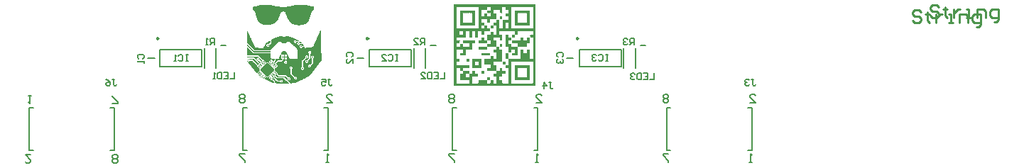
<source format=gbo>
G04*
G04 #@! TF.GenerationSoftware,Altium Limited,Altium Designer,19.1.9 (167)*
G04*
G04 Layer_Color=32896*
%FSLAX25Y25*%
%MOIN*%
G70*
G01*
G75*
%ADD10C,0.01000*%
%ADD11C,0.00600*%
%ADD29C,0.00984*%
%ADD30C,0.00787*%
G36*
X140220Y44637D02*
X141072D01*
Y44542D01*
X141640D01*
Y44448D01*
X142113D01*
Y44353D01*
X142587D01*
Y44258D01*
X143060D01*
Y44164D01*
X143533D01*
Y44069D01*
X143912D01*
Y43974D01*
X144385D01*
Y43880D01*
X144859D01*
Y43785D01*
X145048D01*
Y43690D01*
Y43596D01*
Y43501D01*
Y43406D01*
X145142D01*
Y43312D01*
X145048D01*
Y43217D01*
X145142D01*
Y43122D01*
Y43028D01*
Y42933D01*
X145048D01*
Y42838D01*
Y42744D01*
Y42649D01*
Y42554D01*
Y42460D01*
Y42365D01*
X144953D01*
Y42270D01*
Y42176D01*
X144859D01*
Y42081D01*
X144764D01*
Y41986D01*
X144669D01*
Y41892D01*
Y41797D01*
X144574D01*
Y41702D01*
X144480D01*
Y41608D01*
X144385D01*
Y41513D01*
X144290D01*
Y41418D01*
Y41324D01*
X144196D01*
Y41229D01*
X144101D01*
Y41134D01*
Y41040D01*
X144007D01*
Y40945D01*
Y40850D01*
Y40756D01*
X143912D01*
Y40661D01*
Y40566D01*
Y40472D01*
Y40377D01*
X143817D01*
Y40282D01*
Y40188D01*
Y40093D01*
X143722D01*
Y39998D01*
Y39904D01*
Y39809D01*
X143628D01*
Y39714D01*
Y39620D01*
Y39525D01*
Y39430D01*
X143533D01*
Y39336D01*
Y39241D01*
Y39146D01*
X143438D01*
Y39052D01*
Y38957D01*
Y38862D01*
X143344D01*
Y38768D01*
Y38673D01*
Y38578D01*
X143249D01*
Y38484D01*
Y38389D01*
X143155D01*
Y38294D01*
Y38200D01*
Y38105D01*
X143060D01*
Y38010D01*
Y37916D01*
Y37821D01*
X142965D01*
Y37726D01*
Y37632D01*
X142870D01*
Y37537D01*
Y37442D01*
X142776D01*
Y37348D01*
Y37253D01*
Y37158D01*
X142681D01*
Y37064D01*
X142587D01*
Y36969D01*
Y36874D01*
X142492D01*
Y36780D01*
Y36685D01*
X142397D01*
Y36590D01*
X142303D01*
Y36496D01*
X142208D01*
Y36401D01*
Y36306D01*
X142018D01*
Y36212D01*
X141924D01*
Y36117D01*
X141829D01*
Y36022D01*
X141640D01*
Y35928D01*
X141545D01*
Y35833D01*
X141356D01*
Y35738D01*
X141166D01*
Y35644D01*
X140977D01*
Y35549D01*
X140693D01*
Y35454D01*
X140409D01*
Y35360D01*
X140031D01*
Y35265D01*
X139652D01*
Y35170D01*
X138895D01*
Y35076D01*
X137380D01*
Y35170D01*
X136528D01*
Y35265D01*
X136149D01*
Y35360D01*
X135865D01*
Y35454D01*
X135581D01*
Y35549D01*
X135392D01*
Y35644D01*
X135203D01*
Y35738D01*
X135013D01*
Y35833D01*
X134919D01*
Y35928D01*
X134729D01*
Y36022D01*
X134635D01*
Y36117D01*
X134540D01*
Y36212D01*
X134351D01*
Y36306D01*
X134256D01*
Y36401D01*
X134161D01*
Y36496D01*
X134067D01*
Y36590D01*
X133972D01*
Y36685D01*
X133877D01*
Y36780D01*
X133783D01*
Y36874D01*
Y36969D01*
X133688D01*
Y37064D01*
X133593D01*
Y37158D01*
X133499D01*
Y37253D01*
X133404D01*
Y37348D01*
Y37442D01*
X133309D01*
Y37537D01*
X133215D01*
Y37632D01*
Y37726D01*
X133120D01*
Y37821D01*
X133025D01*
Y37916D01*
Y38010D01*
X132931D01*
Y38105D01*
Y38200D01*
X132836D01*
Y38294D01*
Y38389D01*
X132741D01*
Y38484D01*
X132647D01*
Y38578D01*
Y38673D01*
Y38768D01*
X132552D01*
Y38862D01*
Y38957D01*
X132457D01*
Y39052D01*
Y39146D01*
X132363D01*
Y39241D01*
Y39336D01*
Y39430D01*
X132268D01*
Y39525D01*
Y39620D01*
Y39714D01*
X132173D01*
Y39809D01*
Y39904D01*
Y39998D01*
Y40093D01*
X132079D01*
Y40188D01*
Y40282D01*
Y40377D01*
X131984D01*
Y40472D01*
Y40566D01*
Y40661D01*
X131889D01*
Y40756D01*
Y40850D01*
X131795D01*
Y40945D01*
Y41040D01*
X131700D01*
Y41134D01*
Y41229D01*
X131605D01*
Y41324D01*
X131511D01*
Y41418D01*
X131227D01*
Y41513D01*
X130564D01*
Y41418D01*
X130091D01*
Y41324D01*
X129996D01*
Y41229D01*
X129901D01*
Y41134D01*
X129807D01*
Y41040D01*
X129712D01*
Y40945D01*
X129617D01*
Y40850D01*
Y40756D01*
X129523D01*
Y40661D01*
Y40566D01*
X129428D01*
Y40472D01*
Y40377D01*
Y40282D01*
X129333D01*
Y40188D01*
Y40093D01*
Y39998D01*
X129239D01*
Y39904D01*
Y39809D01*
Y39714D01*
X129144D01*
Y39620D01*
Y39525D01*
Y39430D01*
X129049D01*
Y39336D01*
Y39241D01*
Y39146D01*
X128955D01*
Y39052D01*
Y38957D01*
X128860D01*
Y38862D01*
Y38768D01*
Y38673D01*
X128765D01*
Y38578D01*
Y38484D01*
X128671D01*
Y38389D01*
Y38294D01*
X128576D01*
Y38200D01*
Y38105D01*
X128481D01*
Y38010D01*
Y37916D01*
X128387D01*
Y37821D01*
Y37726D01*
X128292D01*
Y37632D01*
X128197D01*
Y37537D01*
Y37442D01*
X128103D01*
Y37348D01*
X128008D01*
Y37253D01*
Y37158D01*
X127913D01*
Y37064D01*
X127819D01*
Y36969D01*
X127724D01*
Y36874D01*
X127629D01*
Y36780D01*
X127535D01*
Y36685D01*
X127440D01*
Y36590D01*
X127345D01*
Y36496D01*
X127251D01*
Y36401D01*
X127156D01*
Y36306D01*
X127061D01*
Y36212D01*
X126872D01*
Y36117D01*
X126777D01*
Y36022D01*
X126588D01*
Y35928D01*
X126399D01*
Y35833D01*
X126304D01*
Y35738D01*
X126020D01*
Y35644D01*
X125831D01*
Y35549D01*
X125547D01*
Y35454D01*
X125263D01*
Y35360D01*
X124979D01*
Y35265D01*
X124505D01*
Y35170D01*
X122139D01*
Y35265D01*
X121666D01*
Y35360D01*
X121287D01*
Y35454D01*
X121098D01*
Y35549D01*
X120814D01*
Y35644D01*
X120624D01*
Y35738D01*
X120435D01*
Y35833D01*
X120246D01*
Y35928D01*
X120056D01*
Y36022D01*
X119962D01*
Y36117D01*
X119867D01*
Y36212D01*
X119677D01*
Y36306D01*
X119583D01*
Y36401D01*
X119488D01*
Y36496D01*
X119394D01*
Y36590D01*
X119299D01*
Y36685D01*
X119204D01*
Y36780D01*
X119109D01*
Y36874D01*
X119015D01*
Y36969D01*
Y37064D01*
X118920D01*
Y37158D01*
X118825D01*
Y37253D01*
Y37348D01*
X118731D01*
Y37442D01*
Y37537D01*
X118636D01*
Y37632D01*
Y37726D01*
X118542D01*
Y37821D01*
Y37916D01*
X118447D01*
Y38010D01*
Y38105D01*
Y38200D01*
X118352D01*
Y38294D01*
Y38389D01*
Y38484D01*
X118257D01*
Y38578D01*
Y38673D01*
Y38768D01*
X118163D01*
Y38862D01*
Y38957D01*
Y39052D01*
X118068D01*
Y39146D01*
Y39241D01*
Y39336D01*
Y39430D01*
X117973D01*
Y39525D01*
Y39620D01*
Y39714D01*
Y39809D01*
X117879D01*
Y39904D01*
Y39998D01*
Y40093D01*
X117784D01*
Y40188D01*
Y40282D01*
Y40377D01*
Y40472D01*
X117690D01*
Y40566D01*
Y40661D01*
Y40756D01*
Y40850D01*
X117595D01*
Y40945D01*
Y41040D01*
X117500D01*
Y41134D01*
Y41229D01*
Y41324D01*
X117405D01*
Y41418D01*
Y41513D01*
X117311D01*
Y41608D01*
X117216D01*
Y41702D01*
X117122D01*
Y41797D01*
X117027D01*
Y41892D01*
X116932D01*
Y41986D01*
X116838D01*
Y42081D01*
X116743D01*
Y42176D01*
X116648D01*
Y42270D01*
Y42365D01*
Y42460D01*
Y42554D01*
Y42649D01*
Y42744D01*
Y42838D01*
Y42933D01*
Y43028D01*
Y43122D01*
Y43217D01*
Y43312D01*
Y43406D01*
Y43501D01*
Y43596D01*
Y43690D01*
X116743D01*
Y43785D01*
X117122D01*
Y43880D01*
X117595D01*
Y43974D01*
X117973D01*
Y44069D01*
X118352D01*
Y44164D01*
X118636D01*
Y44258D01*
X119015D01*
Y44353D01*
X119488D01*
Y44448D01*
X120056D01*
Y44542D01*
X120719D01*
Y44637D01*
X121571D01*
Y44732D01*
X123464D01*
Y44637D01*
X124222D01*
Y44542D01*
X124884D01*
Y44448D01*
X125357D01*
Y44353D01*
X125925D01*
Y44258D01*
X126493D01*
Y44164D01*
X126967D01*
Y44069D01*
X127440D01*
Y43974D01*
X127913D01*
Y43880D01*
X128481D01*
Y43785D01*
X129049D01*
Y43690D01*
X130469D01*
Y43596D01*
X131321D01*
Y43690D01*
X132457D01*
Y43785D01*
X133025D01*
Y43880D01*
X133499D01*
Y43974D01*
X133972D01*
Y44069D01*
X134351D01*
Y44164D01*
X134824D01*
Y44258D01*
X135297D01*
Y44353D01*
X135865D01*
Y44448D01*
X136528D01*
Y44542D01*
X137380D01*
Y44637D01*
X138421D01*
Y44732D01*
X140220D01*
Y44637D01*
D02*
G37*
G36*
X124695Y27786D02*
X124600D01*
Y27881D01*
X124695D01*
Y27786D01*
D02*
G37*
G36*
X148456Y32709D02*
Y32614D01*
Y32520D01*
Y32425D01*
Y32331D01*
Y32236D01*
Y32141D01*
Y32046D01*
Y31952D01*
Y31857D01*
Y31762D01*
Y31668D01*
Y31573D01*
Y31479D01*
Y31384D01*
Y31289D01*
X148550D01*
Y31194D01*
X148456D01*
Y31100D01*
X148550D01*
Y31005D01*
Y30911D01*
Y30816D01*
Y30721D01*
Y30626D01*
Y30532D01*
Y30437D01*
Y30343D01*
Y30248D01*
Y30153D01*
Y30059D01*
Y29964D01*
Y29869D01*
Y29774D01*
Y29680D01*
Y29585D01*
Y29491D01*
Y29396D01*
Y29301D01*
Y29206D01*
Y29112D01*
Y29017D01*
Y28923D01*
Y28828D01*
Y28733D01*
Y28638D01*
Y28544D01*
Y28449D01*
Y28354D01*
Y28260D01*
Y28165D01*
Y28071D01*
Y27976D01*
Y27881D01*
Y27786D01*
Y27692D01*
Y27597D01*
X148645D01*
Y27503D01*
Y27408D01*
Y27313D01*
Y27218D01*
Y27124D01*
Y27029D01*
Y26934D01*
Y26840D01*
Y26745D01*
Y26651D01*
Y26556D01*
Y26461D01*
Y26366D01*
Y26272D01*
Y26177D01*
Y26083D01*
Y25988D01*
Y25893D01*
Y25798D01*
Y25704D01*
Y25609D01*
Y25515D01*
Y25420D01*
Y25325D01*
Y25231D01*
Y25136D01*
Y25041D01*
Y24947D01*
Y24852D01*
Y24757D01*
Y24663D01*
Y24568D01*
Y24473D01*
Y24379D01*
Y24284D01*
Y24189D01*
Y24095D01*
Y24000D01*
Y23905D01*
Y23811D01*
Y23716D01*
Y23621D01*
Y23527D01*
Y23432D01*
Y23337D01*
Y23243D01*
Y23148D01*
Y23053D01*
Y22959D01*
Y22864D01*
Y22769D01*
Y22675D01*
Y22580D01*
X148740D01*
Y22485D01*
X148645D01*
Y22391D01*
X148740D01*
Y22296D01*
Y22201D01*
Y22107D01*
X148645D01*
Y22012D01*
X148740D01*
Y21917D01*
Y21823D01*
Y21728D01*
Y21633D01*
Y21539D01*
Y21444D01*
Y21349D01*
Y21255D01*
Y21160D01*
Y21065D01*
Y20971D01*
Y20876D01*
Y20781D01*
Y20687D01*
Y20592D01*
Y20497D01*
Y20403D01*
Y20308D01*
Y20213D01*
Y20119D01*
Y20024D01*
Y19929D01*
Y19835D01*
Y19740D01*
Y19645D01*
Y19551D01*
Y19456D01*
Y19361D01*
Y19267D01*
Y19172D01*
Y19077D01*
Y18983D01*
Y18888D01*
Y18793D01*
Y18699D01*
Y18604D01*
Y18509D01*
Y18415D01*
X148645D01*
Y18320D01*
X148550D01*
Y18225D01*
X148456D01*
Y18131D01*
Y18036D01*
X148361D01*
Y17941D01*
X148266D01*
Y17847D01*
X148172D01*
Y17752D01*
Y17657D01*
X148077D01*
Y17563D01*
X147982D01*
Y17468D01*
X147888D01*
Y17373D01*
Y17279D01*
X147793D01*
Y17184D01*
X147698D01*
Y17089D01*
X147604D01*
Y16995D01*
X147509D01*
Y16900D01*
Y16805D01*
X147414D01*
Y16711D01*
X147320D01*
Y16616D01*
X147225D01*
Y16521D01*
Y16427D01*
X147130D01*
Y16332D01*
X147036D01*
Y16237D01*
X146941D01*
Y16143D01*
Y16048D01*
X146846D01*
Y15953D01*
X146752D01*
Y15859D01*
X146657D01*
Y15764D01*
Y15669D01*
X146562D01*
Y15575D01*
X146468D01*
Y15480D01*
X146373D01*
Y15385D01*
X146279D01*
Y15291D01*
Y15196D01*
X146184D01*
Y15101D01*
X146089D01*
Y15007D01*
X145994D01*
Y14912D01*
Y14817D01*
X145900D01*
Y14723D01*
X145805D01*
Y14628D01*
X145711D01*
Y14533D01*
Y14439D01*
X145616D01*
Y14344D01*
X145521D01*
Y14249D01*
X145426D01*
Y14155D01*
Y14060D01*
X145332D01*
Y13965D01*
X145237D01*
Y13871D01*
X145142D01*
Y13776D01*
X145048D01*
Y13681D01*
Y13587D01*
X144953D01*
Y13492D01*
X144859D01*
Y13397D01*
X144764D01*
Y13303D01*
Y13208D01*
X144669D01*
Y13113D01*
X144574D01*
Y13019D01*
X144480D01*
Y12924D01*
Y12829D01*
X144385D01*
Y12735D01*
X144290D01*
Y12640D01*
X144196D01*
Y12545D01*
Y12451D01*
X144101D01*
Y12356D01*
X144007D01*
Y12261D01*
X143912D01*
Y12167D01*
Y12072D01*
X143817D01*
Y11977D01*
X143722D01*
Y11883D01*
X143628D01*
Y11788D01*
Y11693D01*
X143533D01*
Y11599D01*
X143438D01*
Y11504D01*
X143344D01*
Y11409D01*
X143249D01*
Y11315D01*
Y11220D01*
X143060D01*
Y11125D01*
X142870D01*
Y11031D01*
X142681D01*
Y10936D01*
X142492D01*
Y10841D01*
X142303D01*
Y10747D01*
X142113D01*
Y10652D01*
X141924D01*
Y10557D01*
X141829D01*
Y10463D01*
X141545D01*
Y10368D01*
X141451D01*
Y10273D01*
X141261D01*
Y10179D01*
X141072D01*
Y10084D01*
X140883D01*
Y9989D01*
X140693D01*
Y9895D01*
X140504D01*
Y9800D01*
X140314D01*
Y9705D01*
X140125D01*
Y9611D01*
X139936D01*
Y9516D01*
X139747D01*
Y9421D01*
X139557D01*
Y9327D01*
X139368D01*
Y9232D01*
X139179D01*
Y9137D01*
X138989D01*
Y9043D01*
X138800D01*
Y8948D01*
X138611D01*
Y8854D01*
X138421D01*
Y8759D01*
X138232D01*
Y8664D01*
X138043D01*
Y8569D01*
X137853D01*
Y8475D01*
X137664D01*
Y8380D01*
X137475D01*
Y8286D01*
X137285D01*
Y8191D01*
X137096D01*
Y8096D01*
X136907D01*
Y8002D01*
X136717D01*
Y7907D01*
X135771D01*
Y7812D01*
X134729D01*
Y7717D01*
X134161D01*
Y7812D01*
X134067D01*
Y7907D01*
X133972D01*
Y8002D01*
X133877D01*
Y8096D01*
X133783D01*
Y8191D01*
X133688D01*
Y8286D01*
X133593D01*
Y8380D01*
X133499D01*
Y8475D01*
X133404D01*
Y8569D01*
X133309D01*
Y8664D01*
X133215D01*
Y8759D01*
X133120D01*
Y8854D01*
X133025D01*
Y8948D01*
X132931D01*
Y9043D01*
X132836D01*
Y9137D01*
X132741D01*
Y9232D01*
X132647D01*
Y9327D01*
X132552D01*
Y9421D01*
X132457D01*
Y9516D01*
X132268D01*
Y9611D01*
X132173D01*
Y9705D01*
X132079D01*
Y9800D01*
X131984D01*
Y9895D01*
X131889D01*
Y9989D01*
X131795D01*
Y10084D01*
X131700D01*
Y10179D01*
X131605D01*
Y10273D01*
X131511D01*
Y10368D01*
X131416D01*
Y10463D01*
X131321D01*
Y10557D01*
X131227D01*
Y10652D01*
X131132D01*
Y10747D01*
X127913D01*
Y10841D01*
X127819D01*
Y10936D01*
X127724D01*
Y11031D01*
X127629D01*
Y11125D01*
X127535D01*
Y11220D01*
X127251D01*
Y11315D01*
X127345D01*
Y11409D01*
Y11504D01*
Y11599D01*
Y11693D01*
X127251D01*
Y11788D01*
X127440D01*
Y11693D01*
X127629D01*
Y11788D01*
X127819D01*
Y11883D01*
X127913D01*
Y11977D01*
X128008D01*
Y12072D01*
X128103D01*
Y12167D01*
Y12261D01*
Y12356D01*
Y12451D01*
Y12545D01*
X128008D01*
Y12640D01*
X127913D01*
Y12735D01*
X127819D01*
Y12829D01*
X127724D01*
Y12924D01*
X127629D01*
Y13019D01*
X127440D01*
Y13113D01*
X127345D01*
Y13208D01*
X127251D01*
Y13303D01*
X127156D01*
Y13397D01*
X127061D01*
Y13492D01*
X126872D01*
Y13397D01*
X126683D01*
Y13492D01*
X126777D01*
Y13587D01*
X126872D01*
Y13681D01*
Y13776D01*
Y13871D01*
X126967D01*
Y13965D01*
Y14060D01*
Y14155D01*
Y14249D01*
Y14344D01*
X126872D01*
Y14439D01*
Y14533D01*
X126777D01*
Y14628D01*
Y14723D01*
X126683D01*
Y14817D01*
X126588D01*
Y14912D01*
X126493D01*
Y15007D01*
X126399D01*
Y15101D01*
X126304D01*
Y15196D01*
X126209D01*
Y15291D01*
X126115D01*
Y15385D01*
X126020D01*
Y15480D01*
X125925D01*
Y15575D01*
X125831D01*
Y15669D01*
X125736D01*
Y15764D01*
X125641D01*
Y15859D01*
X125547D01*
Y15953D01*
X125452D01*
Y16048D01*
X125357D01*
Y16143D01*
X125168D01*
Y16237D01*
X125073D01*
Y16332D01*
X124979D01*
Y16427D01*
X124884D01*
Y16521D01*
X124789D01*
Y16616D01*
X124695D01*
Y16711D01*
X124600D01*
Y16805D01*
X124505D01*
Y16900D01*
X124411D01*
Y16995D01*
X124316D01*
Y17089D01*
X124222D01*
Y17184D01*
X124127D01*
Y17279D01*
X124032D01*
Y17373D01*
X123937D01*
Y17468D01*
X123748D01*
Y17563D01*
X123464D01*
Y17657D01*
X123180D01*
Y17563D01*
X122896D01*
Y17468D01*
X122707D01*
Y17373D01*
X122612D01*
Y17468D01*
Y17563D01*
X122707D01*
Y17657D01*
Y17752D01*
X122612D01*
Y17847D01*
X122518D01*
Y17941D01*
X122423D01*
Y18036D01*
X122328D01*
Y18131D01*
X122233D01*
Y18225D01*
X122139D01*
Y18320D01*
X122044D01*
Y18415D01*
X121950D01*
Y18509D01*
X121855D01*
Y18604D01*
X121760D01*
Y18699D01*
X121666D01*
Y18793D01*
X121287D01*
Y18699D01*
X121192D01*
Y18793D01*
Y18888D01*
X121098D01*
Y18983D01*
X121003D01*
Y19077D01*
X120908D01*
Y19172D01*
X120814D01*
Y19267D01*
X120719D01*
Y19361D01*
X120624D01*
Y19456D01*
X120529D01*
Y19551D01*
X120435D01*
Y19645D01*
X120340D01*
Y19740D01*
X120246D01*
Y19835D01*
X120151D01*
Y19929D01*
X120056D01*
Y20024D01*
X119962D01*
Y20119D01*
X119867D01*
Y20213D01*
X119772D01*
Y20308D01*
X119677D01*
Y20403D01*
X119583D01*
Y20497D01*
X119488D01*
Y20592D01*
X119394D01*
Y20687D01*
X119299D01*
Y20781D01*
X113714D01*
Y20876D01*
Y20971D01*
Y21065D01*
Y21160D01*
Y21255D01*
Y21349D01*
Y21444D01*
Y21539D01*
Y21633D01*
Y21728D01*
Y21823D01*
Y21917D01*
Y22012D01*
Y22107D01*
Y22201D01*
Y22296D01*
Y22391D01*
Y22485D01*
Y22580D01*
Y22675D01*
Y22769D01*
Y22864D01*
Y22959D01*
Y23053D01*
Y23148D01*
Y23243D01*
Y23337D01*
Y23432D01*
Y23527D01*
Y23621D01*
Y23716D01*
Y23811D01*
Y23905D01*
Y24000D01*
Y24095D01*
Y24189D01*
Y24284D01*
Y24379D01*
Y24473D01*
Y24568D01*
Y24663D01*
Y24757D01*
X113808D01*
Y24663D01*
X113903D01*
Y24568D01*
X113998D01*
Y24473D01*
X114092D01*
Y24379D01*
X114187D01*
Y24284D01*
X114282D01*
Y24189D01*
X114376D01*
Y24095D01*
X114471D01*
Y24000D01*
X114566D01*
Y23905D01*
X114660D01*
Y23811D01*
X114755D01*
Y23716D01*
X114850D01*
Y23621D01*
X114944D01*
Y23527D01*
X115039D01*
Y23432D01*
X115134D01*
Y23337D01*
X115323D01*
Y23243D01*
X115418D01*
Y23148D01*
X115512D01*
Y23053D01*
X115607D01*
Y22959D01*
X115702D01*
Y22864D01*
X115796D01*
Y22769D01*
X115891D01*
Y22675D01*
X115986D01*
Y22580D01*
X116080D01*
Y22485D01*
X116175D01*
Y22391D01*
X116270D01*
Y22296D01*
X116364D01*
Y22201D01*
X116459D01*
Y22107D01*
X116554D01*
Y22012D01*
X116648D01*
Y21917D01*
X116743D01*
Y21823D01*
X124979D01*
Y21728D01*
X124884D01*
Y21633D01*
Y21539D01*
Y21444D01*
Y21349D01*
Y21255D01*
Y21160D01*
Y21065D01*
Y20971D01*
Y20876D01*
Y20781D01*
Y20687D01*
Y20592D01*
Y20497D01*
Y20403D01*
Y20308D01*
Y20213D01*
X124979D01*
Y20119D01*
Y20024D01*
Y19929D01*
Y19835D01*
Y19740D01*
Y19645D01*
Y19551D01*
Y19456D01*
X125073D01*
Y19361D01*
X126209D01*
Y19267D01*
X126777D01*
Y19172D01*
Y19077D01*
Y18983D01*
Y18888D01*
Y18793D01*
Y18699D01*
Y18604D01*
X126683D01*
Y18509D01*
X126588D01*
Y18415D01*
X126493D01*
Y18320D01*
X126399D01*
Y18225D01*
X126304D01*
Y18131D01*
Y18036D01*
X126399D01*
Y17941D01*
X126493D01*
Y17847D01*
X126588D01*
Y17752D01*
X126683D01*
Y17847D01*
X126777D01*
Y17941D01*
X126872D01*
Y18036D01*
X126967D01*
Y18131D01*
X127061D01*
Y18225D01*
X127156D01*
Y18320D01*
X127251D01*
Y18415D01*
Y18509D01*
Y18604D01*
Y18699D01*
Y18793D01*
Y18888D01*
Y18983D01*
Y19077D01*
Y19172D01*
Y19267D01*
X128576D01*
Y19361D01*
X128765D01*
Y19456D01*
Y19551D01*
X128860D01*
Y19645D01*
Y19740D01*
Y19835D01*
X128955D01*
Y19929D01*
Y20024D01*
Y20119D01*
X129049D01*
Y20213D01*
Y20308D01*
X129144D01*
Y20403D01*
Y20497D01*
X129239D01*
Y20592D01*
Y20687D01*
X129333D01*
Y20781D01*
Y20876D01*
X129428D01*
Y20971D01*
Y21065D01*
X129523D01*
Y21160D01*
Y21255D01*
X129617D01*
Y21349D01*
X129712D01*
Y21444D01*
Y21539D01*
Y21633D01*
X129807D01*
Y21728D01*
Y21823D01*
X129901D01*
Y21917D01*
Y22012D01*
X129996D01*
Y22107D01*
Y22201D01*
Y22296D01*
X130091D01*
Y22391D01*
Y22485D01*
X130185D01*
Y22580D01*
Y22675D01*
X130469D01*
Y22769D01*
X131700D01*
Y22675D01*
X132173D01*
Y22580D01*
X132268D01*
Y22485D01*
Y22391D01*
X132363D01*
Y22296D01*
Y22201D01*
X132457D01*
Y22107D01*
Y22012D01*
X132552D01*
Y21917D01*
Y21823D01*
X132647D01*
Y21728D01*
Y21633D01*
Y21539D01*
X132741D01*
Y21444D01*
Y21349D01*
X132836D01*
Y21255D01*
Y21160D01*
X132931D01*
Y21065D01*
Y20971D01*
X133025D01*
Y20876D01*
Y20781D01*
X133120D01*
Y20687D01*
X133215D01*
Y20592D01*
X133309D01*
Y20497D01*
Y20403D01*
Y20308D01*
X133404D01*
Y20213D01*
Y20119D01*
X133499D01*
Y20024D01*
Y19929D01*
Y19835D01*
X133593D01*
Y19740D01*
Y19645D01*
Y19551D01*
X133688D01*
Y19456D01*
Y19361D01*
X137380D01*
Y19456D01*
X137475D01*
Y19551D01*
Y19645D01*
Y19740D01*
Y19835D01*
Y19929D01*
Y20024D01*
Y20119D01*
X137569D01*
Y20213D01*
X137475D01*
Y20308D01*
X137569D01*
Y20403D01*
X137475D01*
Y20497D01*
X137569D01*
Y20592D01*
Y20687D01*
Y20781D01*
Y20876D01*
Y20971D01*
Y21065D01*
Y21160D01*
Y21255D01*
Y21349D01*
Y21444D01*
Y21539D01*
Y21633D01*
Y21728D01*
Y21823D01*
Y21917D01*
Y22012D01*
Y22107D01*
Y22201D01*
Y22296D01*
Y22391D01*
Y22485D01*
Y22580D01*
Y22675D01*
X137475D01*
Y22769D01*
Y22864D01*
Y22959D01*
Y23053D01*
Y23148D01*
Y23243D01*
Y23337D01*
Y23432D01*
X137380D01*
Y23527D01*
Y23621D01*
X137285D01*
Y23716D01*
Y23811D01*
X137191D01*
Y23905D01*
Y24000D01*
X137096D01*
Y24095D01*
X137001D01*
Y24189D01*
X136907D01*
Y24284D01*
Y24379D01*
X136812D01*
Y24473D01*
X136717D01*
Y24568D01*
X136623D01*
Y24663D01*
X136528D01*
Y24757D01*
X136433D01*
Y24852D01*
X136244D01*
Y24947D01*
X136149D01*
Y25041D01*
X136055D01*
Y25136D01*
X135960D01*
Y25231D01*
X135865D01*
Y25325D01*
X135771D01*
Y25420D01*
X135676D01*
Y25515D01*
X135581D01*
Y25609D01*
X135487D01*
Y25704D01*
X135392D01*
Y25798D01*
X135297D01*
Y25893D01*
X135203D01*
Y25988D01*
X135108D01*
Y26083D01*
X134919D01*
Y26177D01*
X134824D01*
Y26272D01*
X134729D01*
Y26366D01*
X134635D01*
Y26461D01*
X134540D01*
Y26556D01*
X134445D01*
Y26651D01*
X134351D01*
Y26745D01*
X134256D01*
Y26840D01*
X134161D01*
Y26934D01*
X133972D01*
Y27029D01*
X133877D01*
Y27124D01*
X133783D01*
Y27218D01*
X133688D01*
Y27313D01*
X133593D01*
Y27408D01*
X133215D01*
Y27313D01*
X133025D01*
Y27218D01*
X132836D01*
Y27124D01*
X132647D01*
Y27029D01*
X132457D01*
Y26934D01*
X132268D01*
Y26840D01*
X132079D01*
Y26745D01*
X131889D01*
Y26651D01*
X131700D01*
Y26556D01*
X131511D01*
Y26461D01*
X131321D01*
Y26366D01*
X131037D01*
Y26461D01*
X130848D01*
Y26556D01*
X130659D01*
Y26651D01*
X130469D01*
Y26745D01*
X130280D01*
Y26840D01*
X130091D01*
Y26934D01*
X129901D01*
Y27029D01*
X129712D01*
Y27124D01*
X129523D01*
Y27218D01*
X129333D01*
Y27313D01*
X129049D01*
Y27408D01*
X128765D01*
Y27313D01*
X128671D01*
Y27218D01*
X128576D01*
Y27124D01*
X128481D01*
Y27029D01*
X128387D01*
Y26934D01*
X128292D01*
Y26840D01*
X128197D01*
Y26745D01*
X128103D01*
Y26651D01*
X128008D01*
Y26556D01*
X127819D01*
Y26461D01*
X127724D01*
Y26366D01*
X127629D01*
Y26272D01*
X127535D01*
Y26177D01*
X127440D01*
Y26083D01*
X127345D01*
Y25988D01*
X127251D01*
Y25893D01*
X127156D01*
Y25798D01*
X127061D01*
Y25704D01*
X126967D01*
Y25609D01*
X126872D01*
Y25515D01*
X126777D01*
Y25420D01*
X126683D01*
Y25325D01*
X126588D01*
Y25231D01*
X126493D01*
Y25136D01*
X126399D01*
Y25041D01*
X126304D01*
Y24947D01*
X126209D01*
Y24852D01*
X126115D01*
Y24757D01*
X126020D01*
Y24663D01*
X125925D01*
Y24568D01*
X125831D01*
Y24473D01*
X125736D01*
Y24379D01*
X125641D01*
Y24284D01*
X125547D01*
Y24189D01*
X125452D01*
Y24095D01*
X125357D01*
Y24000D01*
X125263D01*
Y23905D01*
X125168D01*
Y23811D01*
Y23716D01*
X125073D01*
Y23621D01*
X124979D01*
Y23527D01*
Y23432D01*
Y23337D01*
X117311D01*
Y23432D01*
X117216D01*
Y23527D01*
X117122D01*
Y23621D01*
X117027D01*
Y23716D01*
X116932D01*
Y23811D01*
X116838D01*
Y23905D01*
X116743D01*
Y24000D01*
X116648D01*
Y24095D01*
X116554D01*
Y24189D01*
X116459D01*
Y24284D01*
X116364D01*
Y24379D01*
X116270D01*
Y24473D01*
X116175D01*
Y24568D01*
X116080D01*
Y24663D01*
X115986D01*
Y24757D01*
X115891D01*
Y24852D01*
X115796D01*
Y24947D01*
X115702D01*
Y25041D01*
X115607D01*
Y25136D01*
X115512D01*
Y25231D01*
X115418D01*
Y25325D01*
X115323D01*
Y25420D01*
X115228D01*
Y25515D01*
X115134D01*
Y25609D01*
X115039D01*
Y25704D01*
X114944D01*
Y25798D01*
X114850D01*
Y25893D01*
X114755D01*
Y25988D01*
X114660D01*
Y26083D01*
X114566D01*
Y26177D01*
X114471D01*
Y26272D01*
X114376D01*
Y26366D01*
X114282D01*
Y26461D01*
X114092D01*
Y26556D01*
Y26651D01*
X113903D01*
Y26745D01*
X113808D01*
Y26840D01*
X113714D01*
Y26934D01*
Y27029D01*
Y27124D01*
Y27218D01*
Y27313D01*
Y27408D01*
Y27503D01*
Y27597D01*
Y27692D01*
Y27786D01*
Y27881D01*
Y27976D01*
Y28071D01*
Y28165D01*
Y28260D01*
Y28354D01*
Y28449D01*
Y28544D01*
Y28638D01*
Y28733D01*
Y28828D01*
Y28923D01*
Y29017D01*
Y29112D01*
Y29206D01*
Y29301D01*
Y29396D01*
Y29491D01*
Y29585D01*
Y29680D01*
Y29774D01*
Y29869D01*
Y29964D01*
X113808D01*
Y30059D01*
Y30153D01*
Y30248D01*
Y30343D01*
Y30437D01*
Y30532D01*
Y30626D01*
Y30721D01*
Y30816D01*
Y30911D01*
Y31005D01*
Y31100D01*
Y31194D01*
Y31289D01*
Y31384D01*
Y31479D01*
Y31573D01*
Y31668D01*
Y31762D01*
Y31857D01*
Y31952D01*
Y32046D01*
Y32141D01*
Y32236D01*
Y32331D01*
Y32425D01*
X113903D01*
Y32331D01*
X113998D01*
Y32236D01*
Y32141D01*
X114092D01*
Y32046D01*
Y31952D01*
X114187D01*
Y31857D01*
Y31762D01*
X114282D01*
Y31668D01*
Y31573D01*
X114376D01*
Y31479D01*
Y31384D01*
X114471D01*
Y31289D01*
Y31194D01*
X114566D01*
Y31100D01*
Y31005D01*
X114660D01*
Y30911D01*
Y30816D01*
X114755D01*
Y30721D01*
Y30626D01*
X114850D01*
Y30532D01*
Y30437D01*
X114944D01*
Y30343D01*
Y30248D01*
X115039D01*
Y30153D01*
Y30059D01*
X115134D01*
Y29964D01*
Y29869D01*
X115228D01*
Y29774D01*
Y29680D01*
X115323D01*
Y29585D01*
Y29491D01*
Y29396D01*
X115418D01*
Y29301D01*
Y29206D01*
X115512D01*
Y29112D01*
Y29017D01*
X115607D01*
Y28923D01*
Y28828D01*
X115702D01*
Y28733D01*
Y28638D01*
X115796D01*
Y28544D01*
Y28449D01*
X115891D01*
Y28354D01*
Y28260D01*
X115986D01*
Y28165D01*
Y28071D01*
Y27976D01*
X116080D01*
Y27881D01*
X116175D01*
Y27786D01*
Y27692D01*
Y27597D01*
X116270D01*
Y27503D01*
Y27408D01*
X116364D01*
Y27313D01*
Y27218D01*
X116459D01*
Y27124D01*
Y27029D01*
X116554D01*
Y26934D01*
Y26840D01*
X116648D01*
Y26745D01*
Y26651D01*
X116743D01*
Y26556D01*
Y26461D01*
X116838D01*
Y26366D01*
Y26272D01*
Y26177D01*
X116932D01*
Y26083D01*
Y25988D01*
X117027D01*
Y25893D01*
Y25798D01*
X117122D01*
Y25704D01*
Y25609D01*
X117216D01*
Y25515D01*
Y25420D01*
X117311D01*
Y25325D01*
Y25231D01*
X117405D01*
Y25136D01*
Y25041D01*
X117500D01*
Y24947D01*
Y24852D01*
X117595D01*
Y24757D01*
Y24663D01*
X117784D01*
Y24568D01*
X118352D01*
Y24473D01*
X119015D01*
Y24379D01*
X119867D01*
Y24284D01*
X120814D01*
Y24189D01*
X121476D01*
Y24284D01*
Y24379D01*
X121571D01*
Y24473D01*
Y24568D01*
X121666D01*
Y24663D01*
Y24757D01*
X121760D01*
Y24852D01*
Y24947D01*
X121855D01*
Y25041D01*
Y25136D01*
X121950D01*
Y25231D01*
Y25325D01*
X122044D01*
Y25420D01*
Y25515D01*
X122139D01*
Y25609D01*
Y25704D01*
X122233D01*
Y25798D01*
Y25893D01*
X122328D01*
Y25988D01*
Y26083D01*
X122423D01*
Y26177D01*
X122518D01*
Y26272D01*
Y26366D01*
X122612D01*
Y26461D01*
X122707D01*
Y26556D01*
X122801D01*
Y26651D01*
Y26745D01*
X122991D01*
Y26840D01*
X123085D01*
Y26934D01*
X123180D01*
Y27029D01*
X123370D01*
Y27124D01*
X123464D01*
Y27218D01*
X123653D01*
Y27313D01*
X123748D01*
Y27408D01*
X123937D01*
Y27503D01*
X124127D01*
Y27597D01*
X124222D01*
Y27692D01*
X124411D01*
Y27786D01*
X124600D01*
Y27692D01*
X124695D01*
Y27597D01*
X124600D01*
Y27503D01*
X124695D01*
Y27408D01*
X124600D01*
Y27313D01*
X124695D01*
Y27218D01*
X124600D01*
Y27124D01*
X124695D01*
Y27029D01*
X124600D01*
Y26934D01*
X124695D01*
Y26840D01*
X124600D01*
Y26745D01*
X124695D01*
Y26651D01*
X124600D01*
Y26556D01*
X124505D01*
Y26461D01*
X124316D01*
Y26366D01*
X124127D01*
Y26272D01*
X124032D01*
Y26177D01*
X123748D01*
Y26272D01*
X123559D01*
Y26177D01*
X123275D01*
Y26083D01*
X123180D01*
Y25988D01*
X123085D01*
Y25893D01*
X122991D01*
Y25798D01*
Y25704D01*
Y25609D01*
Y25515D01*
X122896D01*
Y25420D01*
X122991D01*
Y25325D01*
Y25231D01*
X123085D01*
Y25136D01*
Y25041D01*
X123275D01*
Y24947D01*
X123464D01*
Y24852D01*
X123843D01*
Y24947D01*
X124032D01*
Y25041D01*
X124127D01*
Y25136D01*
X124222D01*
Y25231D01*
X124316D01*
Y25325D01*
Y25420D01*
Y25515D01*
Y25609D01*
Y25704D01*
Y25798D01*
X124411D01*
Y25893D01*
X124600D01*
Y25988D01*
X124695D01*
Y26083D01*
X124884D01*
Y26177D01*
X124979D01*
Y26272D01*
X125168D01*
Y26366D01*
Y26461D01*
Y26556D01*
Y26651D01*
Y26745D01*
Y26840D01*
Y26934D01*
Y27029D01*
Y27124D01*
Y27218D01*
Y27313D01*
Y27408D01*
Y27503D01*
Y27597D01*
Y27692D01*
Y27786D01*
Y27881D01*
Y27976D01*
Y28071D01*
Y28165D01*
Y28260D01*
X125357D01*
Y28354D01*
X125547D01*
Y28449D01*
X125736D01*
Y28544D01*
X125831D01*
Y28638D01*
X126020D01*
Y28733D01*
X126209D01*
Y28828D01*
X126399D01*
Y28923D01*
X126588D01*
Y29017D01*
X126872D01*
Y29112D01*
X127061D01*
Y29206D01*
X127345D01*
Y29301D01*
X127629D01*
Y29396D01*
X128008D01*
Y29491D01*
X128292D01*
Y29585D01*
X128671D01*
Y29680D01*
X128955D01*
Y29774D01*
X129333D01*
Y29869D01*
X129617D01*
Y29964D01*
X130185D01*
Y29869D01*
X130375D01*
Y29774D01*
X130564D01*
Y29680D01*
X130753D01*
Y29585D01*
X130943D01*
Y29491D01*
X131416D01*
Y29585D01*
X131511D01*
Y29680D01*
X131700D01*
Y29774D01*
X131889D01*
Y29869D01*
X131984D01*
Y29964D01*
X132173D01*
Y30059D01*
X132268D01*
Y29964D01*
X132647D01*
Y29869D01*
X133025D01*
Y29774D01*
X133404D01*
Y29680D01*
X133688D01*
Y29585D01*
X134067D01*
Y29491D01*
X134445D01*
Y29396D01*
X134824D01*
Y29301D01*
X135297D01*
Y29206D01*
X135487D01*
Y29112D01*
X135676D01*
Y29017D01*
X135865D01*
Y28923D01*
X136055D01*
Y28828D01*
X136244D01*
Y28733D01*
X136433D01*
Y28638D01*
X136623D01*
Y28544D01*
X136717D01*
Y28449D01*
X136907D01*
Y28354D01*
X137096D01*
Y28260D01*
X137285D01*
Y28165D01*
X137380D01*
Y28071D01*
X137569D01*
Y27976D01*
X137759D01*
Y27881D01*
X137948D01*
Y27786D01*
X138137D01*
Y27692D01*
X137001D01*
Y27786D01*
Y27881D01*
X136907D01*
Y27976D01*
X136717D01*
Y28071D01*
X136055D01*
Y27976D01*
X135960D01*
Y27881D01*
X135865D01*
Y27786D01*
X135771D01*
Y27692D01*
Y27597D01*
Y27503D01*
Y27408D01*
Y27313D01*
Y27218D01*
Y27124D01*
X135865D01*
Y27029D01*
Y26934D01*
X136055D01*
Y26840D01*
X136149D01*
Y26745D01*
X136717D01*
Y26840D01*
X136812D01*
Y26934D01*
X137001D01*
Y27029D01*
Y27124D01*
X137853D01*
Y27029D01*
X137569D01*
Y26934D01*
X137475D01*
Y26840D01*
X137380D01*
Y26745D01*
Y26651D01*
X137285D01*
Y26556D01*
Y26461D01*
Y26366D01*
Y26272D01*
Y26177D01*
X137380D01*
Y26083D01*
Y25988D01*
X137475D01*
Y25893D01*
X137569D01*
Y25798D01*
X137853D01*
Y25704D01*
X138137D01*
Y25798D01*
X138327D01*
Y25893D01*
X138421D01*
Y25988D01*
X138516D01*
Y26083D01*
X138611D01*
Y26177D01*
X140031D01*
Y26083D01*
Y25988D01*
X140125D01*
Y25893D01*
Y25798D01*
X140220D01*
Y25704D01*
X140314D01*
Y25609D01*
Y25515D01*
X140409D01*
Y25420D01*
Y25325D01*
X139747D01*
Y25420D01*
X139652D01*
Y25515D01*
X139557D01*
Y25609D01*
X139463D01*
Y25704D01*
X138800D01*
Y25609D01*
X138705D01*
Y25515D01*
X138611D01*
Y25420D01*
X138516D01*
Y25325D01*
Y25231D01*
Y25136D01*
X138421D01*
Y25041D01*
Y24947D01*
Y24852D01*
X138516D01*
Y24757D01*
Y24663D01*
X138611D01*
Y24568D01*
X138705D01*
Y24473D01*
X138895D01*
Y24379D01*
X139463D01*
Y24473D01*
X139557D01*
Y24568D01*
X139652D01*
Y24663D01*
X139747D01*
Y24757D01*
X140788D01*
Y24663D01*
X140883D01*
Y24568D01*
Y24473D01*
X140977D01*
Y24379D01*
X141640D01*
Y24473D01*
X142587D01*
Y24568D01*
X143438D01*
Y24663D01*
X144196D01*
Y24757D01*
X144669D01*
Y24852D01*
X144764D01*
Y24947D01*
X144859D01*
Y25041D01*
Y25136D01*
X144953D01*
Y25231D01*
Y25325D01*
Y25420D01*
X145048D01*
Y25515D01*
Y25609D01*
X145142D01*
Y25704D01*
Y25798D01*
X145237D01*
Y25893D01*
Y25988D01*
X145332D01*
Y26083D01*
Y26177D01*
Y26272D01*
X145426D01*
Y26366D01*
Y26461D01*
X145521D01*
Y26556D01*
Y26651D01*
X145616D01*
Y26745D01*
Y26840D01*
X145711D01*
Y26934D01*
Y27029D01*
Y27124D01*
X145805D01*
Y27218D01*
Y27313D01*
X145900D01*
Y27408D01*
Y27503D01*
X145994D01*
Y27597D01*
Y27692D01*
X146089D01*
Y27786D01*
Y27881D01*
Y27976D01*
X146184D01*
Y28071D01*
Y28165D01*
X146279D01*
Y28260D01*
Y28354D01*
X146373D01*
Y28449D01*
Y28544D01*
X146468D01*
Y28638D01*
Y28733D01*
Y28828D01*
X146562D01*
Y28923D01*
Y29017D01*
X146657D01*
Y29112D01*
Y29206D01*
X146752D01*
Y29301D01*
Y29396D01*
X146846D01*
Y29491D01*
Y29585D01*
Y29680D01*
X146941D01*
Y29774D01*
Y29869D01*
X147036D01*
Y29964D01*
Y30059D01*
X147130D01*
Y30153D01*
Y30248D01*
X147225D01*
Y30343D01*
Y30437D01*
Y30532D01*
X147320D01*
Y30626D01*
Y30721D01*
X147414D01*
Y30816D01*
Y30911D01*
X147509D01*
Y31005D01*
Y31100D01*
X147604D01*
Y31194D01*
Y31289D01*
Y31384D01*
X147698D01*
Y31479D01*
Y31573D01*
X147793D01*
Y31668D01*
Y31762D01*
X147888D01*
Y31857D01*
Y31952D01*
X147982D01*
Y32046D01*
Y32141D01*
X148077D01*
Y32236D01*
Y32331D01*
X148172D01*
Y32425D01*
Y32520D01*
X148266D01*
Y32614D01*
Y32709D01*
X148361D01*
Y32804D01*
X148456D01*
Y32709D01*
D02*
G37*
G36*
X136623Y27503D02*
Y27408D01*
Y27313D01*
X136528D01*
Y27218D01*
X136244D01*
Y27313D01*
Y27408D01*
Y27503D01*
Y27597D01*
X136623D01*
Y27503D01*
D02*
G37*
G36*
X139273Y27029D02*
X139368D01*
Y26934D01*
X139557D01*
Y26840D01*
X139652D01*
Y26745D01*
Y26651D01*
X138611D01*
Y26745D01*
X138516D01*
Y26840D01*
X138421D01*
Y26934D01*
X138327D01*
Y27029D01*
X138137D01*
Y27124D01*
X139273D01*
Y27029D01*
D02*
G37*
G36*
X138043Y26556D02*
X138137D01*
Y26461D01*
X138232D01*
Y26366D01*
X138137D01*
Y26272D01*
X138043D01*
Y26177D01*
X137853D01*
Y26272D01*
X137759D01*
Y26366D01*
Y26461D01*
Y26556D01*
X137853D01*
Y26651D01*
X138043D01*
Y26556D01*
D02*
G37*
G36*
X123748Y25704D02*
X123843D01*
Y25609D01*
Y25515D01*
Y25420D01*
X123748D01*
Y25325D01*
X123559D01*
Y25420D01*
X123464D01*
Y25515D01*
Y25609D01*
Y25704D01*
X123559D01*
Y25798D01*
X123748D01*
Y25704D01*
D02*
G37*
G36*
X139273Y25136D02*
X139368D01*
Y25041D01*
Y24947D01*
X139273D01*
Y24852D01*
X138989D01*
Y24947D01*
X138895D01*
Y25041D01*
Y25136D01*
X138989D01*
Y25231D01*
X139273D01*
Y25136D01*
D02*
G37*
G36*
X113808Y25988D02*
X113903D01*
Y25893D01*
X113998D01*
Y25798D01*
X114187D01*
Y25704D01*
X114282D01*
Y25609D01*
X114376D01*
Y25515D01*
X114471D01*
Y25420D01*
X114566D01*
Y25325D01*
X114660D01*
Y25231D01*
X114755D01*
Y25136D01*
X114850D01*
Y25041D01*
X114944D01*
Y24947D01*
X115039D01*
Y24852D01*
X115134D01*
Y24757D01*
X115228D01*
Y24663D01*
X115323D01*
Y24568D01*
X115418D01*
Y24473D01*
X115512D01*
Y24379D01*
X115607D01*
Y24284D01*
X115702D01*
Y24189D01*
X115796D01*
Y24095D01*
X115891D01*
Y24000D01*
X115986D01*
Y23905D01*
X116080D01*
Y23811D01*
X116175D01*
Y23716D01*
X116270D01*
Y23621D01*
X116364D01*
Y23527D01*
X116459D01*
Y23432D01*
X116554D01*
Y23337D01*
X116648D01*
Y23243D01*
X116743D01*
Y23148D01*
X116838D01*
Y23053D01*
X116932D01*
Y22959D01*
X117027D01*
Y22864D01*
X117122D01*
Y22769D01*
X124979D01*
Y22675D01*
Y22580D01*
Y22485D01*
Y22391D01*
X124884D01*
Y22296D01*
X124789D01*
Y22391D01*
X124695D01*
Y22296D01*
X124600D01*
Y22391D01*
X124505D01*
Y22296D01*
X124411D01*
Y22391D01*
X124316D01*
Y22296D01*
X124222D01*
Y22391D01*
X124127D01*
Y22296D01*
X124032D01*
Y22391D01*
X123937D01*
Y22296D01*
X123843D01*
Y22391D01*
X123748D01*
Y22296D01*
X123653D01*
Y22391D01*
X123559D01*
Y22296D01*
X123464D01*
Y22391D01*
X123370D01*
Y22296D01*
X123275D01*
Y22391D01*
X123180D01*
Y22296D01*
X123085D01*
Y22391D01*
X122991D01*
Y22296D01*
X122896D01*
Y22391D01*
X122801D01*
Y22296D01*
X122707D01*
Y22391D01*
X122612D01*
Y22296D01*
X122518D01*
Y22391D01*
X122423D01*
Y22296D01*
X122328D01*
Y22391D01*
X122233D01*
Y22296D01*
X122139D01*
Y22391D01*
X122044D01*
Y22296D01*
X121950D01*
Y22391D01*
X121855D01*
Y22296D01*
X121760D01*
Y22391D01*
X121666D01*
Y22296D01*
X121571D01*
Y22391D01*
X121476D01*
Y22296D01*
X121381D01*
Y22391D01*
X121287D01*
Y22296D01*
X121192D01*
Y22391D01*
X121098D01*
Y22296D01*
X121003D01*
Y22391D01*
X120908D01*
Y22296D01*
X120814D01*
Y22391D01*
X120719D01*
Y22296D01*
X120624D01*
Y22391D01*
X120529D01*
Y22296D01*
X120435D01*
Y22391D01*
X120340D01*
Y22296D01*
X120246D01*
Y22391D01*
X120151D01*
Y22296D01*
X120056D01*
Y22391D01*
X119962D01*
Y22296D01*
X119867D01*
Y22391D01*
X119772D01*
Y22296D01*
X119677D01*
Y22391D01*
X119583D01*
Y22296D01*
X119488D01*
Y22391D01*
X119394D01*
Y22296D01*
X119299D01*
Y22391D01*
X119204D01*
Y22296D01*
X119109D01*
Y22391D01*
X119015D01*
Y22296D01*
X118920D01*
Y22391D01*
X118825D01*
Y22296D01*
X118731D01*
Y22391D01*
X118636D01*
Y22296D01*
X118542D01*
Y22391D01*
X118447D01*
Y22296D01*
X118352D01*
Y22391D01*
X118257D01*
Y22296D01*
X118163D01*
Y22391D01*
X118068D01*
Y22296D01*
X117973D01*
Y22391D01*
X117879D01*
Y22296D01*
X117784D01*
Y22391D01*
X117690D01*
Y22296D01*
X117595D01*
Y22391D01*
X117500D01*
Y22296D01*
X117405D01*
Y22391D01*
X117311D01*
Y22296D01*
X117216D01*
Y22391D01*
X116932D01*
Y22485D01*
X116838D01*
Y22580D01*
X116743D01*
Y22675D01*
X116648D01*
Y22769D01*
X116554D01*
Y22864D01*
X116459D01*
Y22959D01*
X116364D01*
Y23053D01*
X116270D01*
Y23148D01*
X116175D01*
Y23243D01*
X116080D01*
Y23337D01*
X115986D01*
Y23432D01*
X115891D01*
Y23527D01*
X115796D01*
Y23621D01*
X115702D01*
Y23716D01*
X115607D01*
Y23811D01*
X115512D01*
Y23905D01*
X115418D01*
Y24000D01*
X115228D01*
Y24095D01*
X115134D01*
Y24189D01*
X115039D01*
Y24284D01*
X114944D01*
Y24379D01*
X114850D01*
Y24473D01*
X114755D01*
Y24568D01*
X114660D01*
Y24663D01*
X114566D01*
Y24757D01*
X114471D01*
Y24852D01*
X114376D01*
Y24947D01*
X114282D01*
Y25041D01*
X114187D01*
Y25136D01*
X114092D01*
Y25231D01*
X113998D01*
Y25325D01*
X113903D01*
Y25420D01*
X113808D01*
Y25515D01*
X113714D01*
Y25609D01*
Y25704D01*
Y25798D01*
Y25893D01*
Y25988D01*
Y26083D01*
X113808D01*
Y25988D01*
D02*
G37*
G36*
X114092Y19267D02*
X113998D01*
Y19361D01*
X114092D01*
Y19267D01*
D02*
G37*
G36*
X113998Y19172D02*
X113903D01*
Y19077D01*
X113808D01*
Y18983D01*
X113714D01*
Y19077D01*
Y19172D01*
Y19267D01*
X113998D01*
Y19172D01*
D02*
G37*
G36*
X121192Y18604D02*
X121098D01*
Y18699D01*
X121192D01*
Y18604D01*
D02*
G37*
G36*
X121098Y18509D02*
X121003D01*
Y18604D01*
X121098D01*
Y18509D01*
D02*
G37*
G36*
X114566Y18793D02*
Y18699D01*
Y18604D01*
Y18509D01*
X114187D01*
Y18604D01*
Y18699D01*
Y18793D01*
X114282D01*
Y18888D01*
X114566D01*
Y18793D01*
D02*
G37*
G36*
X113808Y18320D02*
Y18225D01*
X113714D01*
Y18320D01*
Y18415D01*
X113808D01*
Y18320D01*
D02*
G37*
G36*
X121571D02*
X121666D01*
Y18225D01*
X121760D01*
Y18131D01*
X121855D01*
Y18036D01*
X121950D01*
Y17941D01*
X122044D01*
Y17847D01*
X122139D01*
Y17752D01*
X122233D01*
Y17657D01*
X122328D01*
Y17563D01*
X122233D01*
Y17468D01*
X122139D01*
Y17373D01*
X122044D01*
Y17468D01*
X121950D01*
Y17563D01*
X121855D01*
Y17657D01*
X121760D01*
Y17752D01*
X121666D01*
Y17847D01*
X121571D01*
Y17941D01*
X121476D01*
Y18036D01*
X121381D01*
Y18131D01*
X121192D01*
Y18225D01*
X121287D01*
Y18320D01*
X121381D01*
Y18415D01*
X121571D01*
Y18320D01*
D02*
G37*
G36*
X122612Y17279D02*
X122518D01*
Y17373D01*
X122612D01*
Y17279D01*
D02*
G37*
G36*
X122518Y17184D02*
X122423D01*
Y17279D01*
X122518D01*
Y17184D01*
D02*
G37*
G36*
X122423Y17089D02*
X122328D01*
Y17184D01*
X122423D01*
Y17089D01*
D02*
G37*
G36*
X122328Y16995D02*
X122233D01*
Y16900D01*
X122139D01*
Y16805D01*
X122044D01*
Y16711D01*
X121950D01*
Y16616D01*
X121855D01*
Y16711D01*
Y16805D01*
Y16900D01*
Y16995D01*
Y17089D01*
X122044D01*
Y16995D01*
X122139D01*
Y17089D01*
X122328D01*
Y16995D01*
D02*
G37*
G36*
X119109Y20119D02*
X119204D01*
Y20024D01*
X119299D01*
Y19929D01*
X119394D01*
Y19835D01*
X119488D01*
Y19740D01*
X119583D01*
Y19645D01*
X119677D01*
Y19551D01*
X119772D01*
Y19456D01*
X119867D01*
Y19361D01*
X119962D01*
Y19267D01*
X120056D01*
Y19172D01*
X120151D01*
Y19077D01*
X120246D01*
Y18983D01*
X120340D01*
Y18888D01*
X120435D01*
Y18793D01*
X120529D01*
Y18699D01*
X120624D01*
Y18604D01*
X120719D01*
Y18509D01*
X121003D01*
Y18415D01*
X120908D01*
Y18320D01*
Y18225D01*
Y18131D01*
Y18036D01*
X121003D01*
Y17941D01*
X121098D01*
Y17847D01*
X121192D01*
Y17752D01*
X121287D01*
Y17657D01*
X121098D01*
Y17752D01*
X121003D01*
Y17847D01*
X120908D01*
Y17941D01*
X120814D01*
Y18036D01*
X120529D01*
Y17941D01*
X120435D01*
Y17847D01*
X120340D01*
Y17752D01*
X120246D01*
Y17657D01*
X120151D01*
Y17563D01*
X120056D01*
Y17468D01*
Y17373D01*
Y17279D01*
X119772D01*
Y17184D01*
X119677D01*
Y17089D01*
X119583D01*
Y16995D01*
X119488D01*
Y16900D01*
X119394D01*
Y16805D01*
X119299D01*
Y16711D01*
Y16616D01*
Y16521D01*
X119394D01*
Y16427D01*
X119488D01*
Y16332D01*
X119583D01*
Y16237D01*
X119677D01*
Y16143D01*
X119772D01*
Y16048D01*
X119867D01*
Y15953D01*
X119962D01*
Y15859D01*
X119772D01*
Y15953D01*
Y16048D01*
X119583D01*
Y16143D01*
X119488D01*
Y16237D01*
X119394D01*
Y16332D01*
X119299D01*
Y16427D01*
X119204D01*
Y16521D01*
X119015D01*
Y16427D01*
X118920D01*
Y16332D01*
X118825D01*
Y16237D01*
X118636D01*
Y16143D01*
X118542D01*
Y16048D01*
Y15953D01*
Y15859D01*
Y15764D01*
Y15669D01*
X118636D01*
Y15575D01*
X118731D01*
Y15480D01*
X118825D01*
Y15385D01*
X118920D01*
Y15291D01*
X119015D01*
Y15196D01*
X119109D01*
Y15101D01*
X119204D01*
Y15007D01*
X119299D01*
Y14912D01*
X119394D01*
Y14817D01*
X119583D01*
Y14723D01*
X119867D01*
Y14628D01*
Y14533D01*
X119772D01*
Y14439D01*
Y14344D01*
X119677D01*
Y14249D01*
Y14155D01*
Y14060D01*
Y13965D01*
Y13871D01*
X119772D01*
Y13776D01*
Y13681D01*
X119867D01*
Y13587D01*
Y13492D01*
X119962D01*
Y13397D01*
X120056D01*
Y13303D01*
X120151D01*
Y13208D01*
X120246D01*
Y13113D01*
X120340D01*
Y13019D01*
X120435D01*
Y12924D01*
X120529D01*
Y12829D01*
X120624D01*
Y12735D01*
X120719D01*
Y12640D01*
X120246D01*
Y12735D01*
Y12829D01*
Y12924D01*
Y13019D01*
X120151D01*
Y13113D01*
X120056D01*
Y13208D01*
X119962D01*
Y13303D01*
X119867D01*
Y13397D01*
X119772D01*
Y13492D01*
X119583D01*
Y13397D01*
X119394D01*
Y13303D01*
X119299D01*
Y13208D01*
X119204D01*
Y13113D01*
X119109D01*
Y13019D01*
X119015D01*
Y12924D01*
X118920D01*
Y12829D01*
X118825D01*
Y12735D01*
X118731D01*
Y12640D01*
X118636D01*
Y12545D01*
X118542D01*
Y12451D01*
X118447D01*
Y12356D01*
X118352D01*
Y12451D01*
X118257D01*
Y12545D01*
Y12640D01*
X118163D01*
Y12735D01*
X118068D01*
Y12829D01*
X117973D01*
Y12924D01*
X117879D01*
Y13019D01*
Y13113D01*
X117784D01*
Y13208D01*
X117690D01*
Y13303D01*
X117595D01*
Y13397D01*
X117500D01*
Y13492D01*
Y13587D01*
X117405D01*
Y13681D01*
X117311D01*
Y13776D01*
X117216D01*
Y13871D01*
Y13965D01*
X117122D01*
Y14060D01*
X117027D01*
Y14155D01*
X116932D01*
Y14249D01*
X116838D01*
Y14344D01*
Y14439D01*
X116743D01*
Y14533D01*
X116648D01*
Y14628D01*
X116554D01*
Y14723D01*
X116459D01*
Y14817D01*
Y14912D01*
X116364D01*
Y15007D01*
X116270D01*
Y15101D01*
X116175D01*
Y15196D01*
Y15291D01*
X116080D01*
Y15385D01*
X115986D01*
Y15480D01*
X115891D01*
Y15575D01*
X115796D01*
Y15669D01*
X115702D01*
Y15764D01*
Y15859D01*
X115607D01*
Y15953D01*
X115512D01*
Y16048D01*
X115418D01*
Y16143D01*
Y16237D01*
X115323D01*
Y16332D01*
X115228D01*
Y16427D01*
X115134D01*
Y16521D01*
X115039D01*
Y16616D01*
Y16711D01*
X114944D01*
Y16805D01*
X114850D01*
Y16900D01*
X114755D01*
Y16995D01*
X114660D01*
Y17089D01*
Y17184D01*
X114566D01*
Y17279D01*
X114471D01*
Y17373D01*
X114376D01*
Y17468D01*
X114282D01*
Y17563D01*
Y17657D01*
X114187D01*
Y17752D01*
X114092D01*
Y17847D01*
X113998D01*
Y17941D01*
Y18036D01*
X113903D01*
Y18131D01*
X114092D01*
Y18036D01*
X114755D01*
Y18131D01*
X114850D01*
Y18225D01*
X114944D01*
Y18320D01*
X115039D01*
Y18415D01*
X116080D01*
Y18320D01*
X116175D01*
Y18225D01*
X116270D01*
Y18131D01*
X116364D01*
Y18036D01*
X116459D01*
Y17941D01*
X116554D01*
Y17847D01*
X116648D01*
Y17752D01*
X116743D01*
Y17657D01*
X116838D01*
Y17563D01*
X116932D01*
Y17468D01*
X117027D01*
Y17373D01*
X117122D01*
Y17279D01*
X117311D01*
Y17184D01*
Y17089D01*
X117500D01*
Y16995D01*
X117595D01*
Y16900D01*
X117690D01*
Y16805D01*
X117784D01*
Y16711D01*
X117879D01*
Y16616D01*
X117973D01*
Y16521D01*
X118068D01*
Y16427D01*
X118163D01*
Y16332D01*
X118257D01*
Y16237D01*
X118447D01*
Y16332D01*
X118542D01*
Y16427D01*
X118636D01*
Y16521D01*
X118731D01*
Y16616D01*
X118636D01*
Y16711D01*
X118542D01*
Y16805D01*
X118447D01*
Y16900D01*
X118352D01*
Y16995D01*
X118257D01*
Y17089D01*
X118163D01*
Y17184D01*
X118068D01*
Y17279D01*
X117973D01*
Y17373D01*
X117879D01*
Y17468D01*
X117784D01*
Y17563D01*
X117595D01*
Y17657D01*
X117500D01*
Y17752D01*
X117405D01*
Y17847D01*
X117311D01*
Y17941D01*
X117216D01*
Y18036D01*
X117122D01*
Y18131D01*
X117027D01*
Y18225D01*
X116932D01*
Y18320D01*
X116838D01*
Y18415D01*
X116743D01*
Y18509D01*
X116648D01*
Y18604D01*
X116554D01*
Y18699D01*
X116459D01*
Y18793D01*
X116364D01*
Y18888D01*
X116270D01*
Y18983D01*
X115039D01*
Y19077D01*
X114944D01*
Y19172D01*
X114850D01*
Y19267D01*
X114660D01*
Y19361D01*
X116743D01*
Y19267D01*
X116838D01*
Y19172D01*
X117027D01*
Y19077D01*
X117122D01*
Y18983D01*
X117216D01*
Y18888D01*
X117311D01*
Y18793D01*
X117405D01*
Y18699D01*
X117500D01*
Y18604D01*
X117595D01*
Y18509D01*
X117690D01*
Y18415D01*
X117784D01*
Y18320D01*
X117879D01*
Y18225D01*
X117973D01*
Y18131D01*
X118068D01*
Y18036D01*
X118163D01*
Y17941D01*
X118257D01*
Y17847D01*
X118352D01*
Y17752D01*
X118447D01*
Y17657D01*
X118542D01*
Y17563D01*
X118636D01*
Y17468D01*
X118731D01*
Y17373D01*
X118825D01*
Y17279D01*
X118920D01*
Y17184D01*
X119015D01*
Y17089D01*
X119109D01*
Y16995D01*
X119299D01*
Y17089D01*
X119394D01*
Y17184D01*
X119488D01*
Y17279D01*
X119583D01*
Y17373D01*
X119488D01*
Y17468D01*
X119394D01*
Y17563D01*
X119299D01*
Y17657D01*
X119204D01*
Y17752D01*
X119109D01*
Y17847D01*
X119015D01*
Y17941D01*
X118920D01*
Y18036D01*
X118825D01*
Y18131D01*
X118731D01*
Y18225D01*
X118636D01*
Y18320D01*
X118542D01*
Y18415D01*
X118447D01*
Y18509D01*
X118352D01*
Y18604D01*
X118257D01*
Y18699D01*
X118163D01*
Y18793D01*
X118068D01*
Y18888D01*
X117973D01*
Y18983D01*
X117879D01*
Y19077D01*
X117784D01*
Y19172D01*
X117690D01*
Y19267D01*
X117595D01*
Y19361D01*
X117500D01*
Y19456D01*
X117405D01*
Y19551D01*
X117311D01*
Y19645D01*
X117216D01*
Y19740D01*
X117122D01*
Y19835D01*
X113714D01*
Y19929D01*
Y20024D01*
Y20119D01*
Y20213D01*
X119109D01*
Y20119D01*
D02*
G37*
G36*
X120814Y17563D02*
X120908D01*
Y17468D01*
X121003D01*
Y17373D01*
X121098D01*
Y17279D01*
X121192D01*
Y17184D01*
X121287D01*
Y17089D01*
X121381D01*
Y16995D01*
X121476D01*
Y16900D01*
X121571D01*
Y16805D01*
X121476D01*
Y16711D01*
X121381D01*
Y16616D01*
X121192D01*
Y16711D01*
X121098D01*
Y16805D01*
X121003D01*
Y16900D01*
X120908D01*
Y16995D01*
X120814D01*
Y17089D01*
X120719D01*
Y17184D01*
X120624D01*
Y17279D01*
X120529D01*
Y17373D01*
X120435D01*
Y17468D01*
X120529D01*
Y17563D01*
X120624D01*
Y17657D01*
X120814D01*
Y17563D01*
D02*
G37*
G36*
X121855Y16521D02*
X121760D01*
Y16427D01*
X121666D01*
Y16332D01*
X121571D01*
Y16237D01*
X121476D01*
Y16143D01*
X121287D01*
Y16048D01*
X121192D01*
Y15953D01*
X121098D01*
Y16048D01*
Y16143D01*
Y16237D01*
X121003D01*
Y16332D01*
X121192D01*
Y16237D01*
X121381D01*
Y16332D01*
X121476D01*
Y16427D01*
X121571D01*
Y16521D01*
X121666D01*
Y16616D01*
X121855D01*
Y16521D01*
D02*
G37*
G36*
X121098Y15859D02*
X121003D01*
Y15953D01*
X121098D01*
Y15859D01*
D02*
G37*
G36*
X119962Y16805D02*
X120056D01*
Y16711D01*
X120151D01*
Y16616D01*
X120246D01*
Y16521D01*
X120340D01*
Y16427D01*
X120435D01*
Y16332D01*
X120529D01*
Y16237D01*
X120624D01*
Y16143D01*
X120719D01*
Y16048D01*
X120624D01*
Y15953D01*
X120529D01*
Y15859D01*
X120435D01*
Y15953D01*
X120340D01*
Y16048D01*
X120246D01*
Y16143D01*
X120151D01*
Y16237D01*
X120056D01*
Y16332D01*
X119962D01*
Y16427D01*
X119867D01*
Y16521D01*
X119772D01*
Y16616D01*
X119677D01*
Y16711D01*
X119772D01*
Y16805D01*
X119867D01*
Y16900D01*
X119962D01*
Y16805D01*
D02*
G37*
G36*
X121003Y15764D02*
X120908D01*
Y15859D01*
X121003D01*
Y15764D01*
D02*
G37*
G36*
X120908Y15669D02*
X120814D01*
Y15764D01*
X120908D01*
Y15669D01*
D02*
G37*
G36*
X120814Y15575D02*
X120719D01*
Y15669D01*
X120814D01*
Y15575D01*
D02*
G37*
G36*
X120719Y15480D02*
X120624D01*
Y15575D01*
X120719D01*
Y15480D01*
D02*
G37*
G36*
X120340D02*
X120624D01*
Y15385D01*
X120529D01*
Y15291D01*
X120435D01*
Y15196D01*
X120340D01*
Y15291D01*
Y15385D01*
X120246D01*
Y15480D01*
Y15575D01*
X120340D01*
Y15480D01*
D02*
G37*
G36*
Y15101D02*
X120246D01*
Y15196D01*
X120340D01*
Y15101D01*
D02*
G37*
G36*
X119204Y16048D02*
X119299D01*
Y15953D01*
X119394D01*
Y15859D01*
X119488D01*
Y15764D01*
X119583D01*
Y15669D01*
X119677D01*
Y15575D01*
X119772D01*
Y15480D01*
X119867D01*
Y15385D01*
X119962D01*
Y15291D01*
X119867D01*
Y15196D01*
X119772D01*
Y15101D01*
X119583D01*
Y15196D01*
X119488D01*
Y15291D01*
X119394D01*
Y15385D01*
X119299D01*
Y15480D01*
X119204D01*
Y15575D01*
X119109D01*
Y15669D01*
X119015D01*
Y15764D01*
X118920D01*
Y15859D01*
X118825D01*
Y15953D01*
X118920D01*
Y16048D01*
X119015D01*
Y16143D01*
X119204D01*
Y16048D01*
D02*
G37*
G36*
X120246Y15007D02*
X120151D01*
Y15101D01*
X120246D01*
Y15007D01*
D02*
G37*
G36*
X120151Y14912D02*
X120056D01*
Y15007D01*
X120151D01*
Y14912D01*
D02*
G37*
G36*
X120056Y14817D02*
X119962D01*
Y14912D01*
X120056D01*
Y14817D01*
D02*
G37*
G36*
X119962Y14723D02*
X119867D01*
Y14817D01*
X119962D01*
Y14723D01*
D02*
G37*
G36*
X126683Y13303D02*
X126588D01*
Y13397D01*
X126683D01*
Y13303D01*
D02*
G37*
G36*
X126588Y13208D02*
X126493D01*
Y13303D01*
X126588D01*
Y13208D01*
D02*
G37*
G36*
X126493Y13113D02*
X126399D01*
Y13208D01*
X126493D01*
Y13113D01*
D02*
G37*
G36*
X126399Y13019D02*
X126304D01*
Y13113D01*
X126399D01*
Y13019D01*
D02*
G37*
G36*
X126304Y12924D02*
Y12829D01*
Y12735D01*
X126399D01*
Y12640D01*
X126209D01*
Y12735D01*
X126115D01*
Y12640D01*
X125925D01*
Y12735D01*
X126020D01*
Y12829D01*
X126115D01*
Y12924D01*
X126209D01*
Y13019D01*
X126304D01*
Y12924D01*
D02*
G37*
G36*
X125925Y12545D02*
X125831D01*
Y12640D01*
X125925D01*
Y12545D01*
D02*
G37*
G36*
X120246D02*
X120151D01*
Y12640D01*
X120246D01*
Y12545D01*
D02*
G37*
G36*
X125831Y12451D02*
X125736D01*
Y12545D01*
X125831D01*
Y12451D01*
D02*
G37*
G36*
X120151D02*
X120056D01*
Y12545D01*
X120151D01*
Y12451D01*
D02*
G37*
G36*
X125736Y12356D02*
X125641D01*
Y12451D01*
X125736D01*
Y12356D01*
D02*
G37*
G36*
X120056D02*
X119962D01*
Y12451D01*
X120056D01*
Y12356D01*
D02*
G37*
G36*
X125641Y12261D02*
X125547D01*
Y12356D01*
X125641D01*
Y12261D01*
D02*
G37*
G36*
X119962D02*
X119867D01*
Y12356D01*
X119962D01*
Y12261D01*
D02*
G37*
G36*
X119867Y12167D02*
X119772D01*
Y12261D01*
X119867D01*
Y12167D01*
D02*
G37*
G36*
X127061Y13019D02*
X127156D01*
Y12924D01*
X127251D01*
Y12829D01*
X127345D01*
Y12735D01*
X127440D01*
Y12640D01*
X127535D01*
Y12545D01*
X127629D01*
Y12451D01*
X127724D01*
Y12356D01*
X127819D01*
Y12261D01*
X127724D01*
Y12167D01*
X127629D01*
Y12072D01*
X127440D01*
Y12167D01*
X127345D01*
Y12261D01*
X127251D01*
Y12356D01*
X127156D01*
Y12451D01*
X127061D01*
Y12545D01*
X126967D01*
Y12640D01*
X126872D01*
Y12735D01*
X126777D01*
Y12829D01*
X126683D01*
Y12924D01*
X126777D01*
Y13019D01*
X126872D01*
Y13113D01*
X127061D01*
Y13019D01*
D02*
G37*
G36*
X119772D02*
Y12924D01*
X119962D01*
Y12829D01*
X119867D01*
Y12735D01*
X119772D01*
Y12640D01*
X119677D01*
Y12545D01*
X119583D01*
Y12451D01*
X119488D01*
Y12356D01*
X119394D01*
Y12261D01*
X119299D01*
Y12167D01*
X119204D01*
Y12072D01*
X119015D01*
Y12167D01*
X118920D01*
Y12261D01*
X118825D01*
Y12356D01*
X118920D01*
Y12451D01*
X119015D01*
Y12545D01*
X119109D01*
Y12640D01*
X119204D01*
Y12735D01*
X119299D01*
Y12829D01*
X119394D01*
Y12924D01*
X119488D01*
Y13019D01*
X119583D01*
Y13113D01*
X119772D01*
Y13019D01*
D02*
G37*
G36*
X121098Y12261D02*
X121192D01*
Y12167D01*
X121287D01*
Y12072D01*
X121381D01*
Y11977D01*
X121476D01*
Y11883D01*
X121003D01*
Y11977D01*
X121098D01*
Y12072D01*
Y12167D01*
X121003D01*
Y12261D01*
Y12356D01*
X121098D01*
Y12261D01*
D02*
G37*
G36*
X125168Y11788D02*
X125073D01*
Y11883D01*
X125168D01*
Y11788D01*
D02*
G37*
G36*
X121003D02*
X120908D01*
Y11883D01*
X121003D01*
Y11788D01*
D02*
G37*
G36*
X125073Y11693D02*
X124979D01*
Y11788D01*
X125073D01*
Y11693D01*
D02*
G37*
G36*
X120908D02*
X120814D01*
Y11788D01*
X120908D01*
Y11693D01*
D02*
G37*
G36*
X124979Y11599D02*
X124884D01*
Y11693D01*
X124979D01*
Y11599D01*
D02*
G37*
G36*
X120814D02*
X120719D01*
Y11693D01*
X120814D01*
Y11599D01*
D02*
G37*
G36*
X124884Y11504D02*
X124789D01*
Y11599D01*
X124884D01*
Y11504D01*
D02*
G37*
G36*
X120719D02*
X120624D01*
Y11599D01*
X120719D01*
Y11504D01*
D02*
G37*
G36*
X120624Y11409D02*
X120529D01*
Y11504D01*
X120624D01*
Y11409D01*
D02*
G37*
G36*
X126209Y12261D02*
X126304D01*
Y12167D01*
X126399D01*
Y12072D01*
X126493D01*
Y11977D01*
X126588D01*
Y11883D01*
X126683D01*
Y11788D01*
X126777D01*
Y11693D01*
X126872D01*
Y11599D01*
X126967D01*
Y11504D01*
Y11409D01*
X126872D01*
Y11315D01*
X126683D01*
Y11409D01*
X126588D01*
Y11504D01*
X126493D01*
Y11599D01*
X126399D01*
Y11693D01*
X126304D01*
Y11788D01*
X126209D01*
Y11883D01*
X126115D01*
Y11977D01*
X126020D01*
Y12072D01*
X125925D01*
Y12167D01*
X126020D01*
Y12261D01*
X126115D01*
Y12356D01*
X126209D01*
Y12261D01*
D02*
G37*
G36*
X125547Y12167D02*
Y12072D01*
Y11977D01*
X125641D01*
Y11883D01*
X125736D01*
Y11788D01*
X125831D01*
Y11693D01*
X125925D01*
Y11599D01*
X126020D01*
Y11504D01*
X126115D01*
Y11409D01*
X126209D01*
Y11315D01*
X126020D01*
Y11409D01*
X125925D01*
Y11504D01*
X125831D01*
Y11599D01*
X125736D01*
Y11693D01*
X125641D01*
Y11788D01*
X125547D01*
Y11883D01*
X125168D01*
Y11977D01*
X125263D01*
Y12072D01*
X125357D01*
Y12167D01*
X125452D01*
Y12261D01*
X125547D01*
Y12167D01*
D02*
G37*
G36*
X120529Y11315D02*
X120435D01*
Y11409D01*
X120529D01*
Y11315D01*
D02*
G37*
G36*
Y12261D02*
X120624D01*
Y12167D01*
X120719D01*
Y12072D01*
X120624D01*
Y11977D01*
X120529D01*
Y11883D01*
X120435D01*
Y11788D01*
X120340D01*
Y11693D01*
X120246D01*
Y11599D01*
X120151D01*
Y11504D01*
X120056D01*
Y11409D01*
X119962D01*
Y11315D01*
X119772D01*
Y11409D01*
X119677D01*
Y11504D01*
Y11599D01*
X119772D01*
Y11693D01*
X119867D01*
Y11788D01*
X119962D01*
Y11883D01*
X120056D01*
Y11977D01*
X120151D01*
Y12072D01*
X120246D01*
Y12167D01*
X120340D01*
Y12261D01*
X120435D01*
Y12356D01*
X120529D01*
Y12261D01*
D02*
G37*
G36*
X120435Y11220D02*
X120340D01*
Y11315D01*
X120435D01*
Y11220D01*
D02*
G37*
G36*
X127251Y11125D02*
X127156D01*
Y11220D01*
X127251D01*
Y11125D01*
D02*
G37*
G36*
X120340D02*
X120246D01*
Y11220D01*
X120340D01*
Y11125D01*
D02*
G37*
G36*
X127156Y11031D02*
X127061D01*
Y11125D01*
X127156D01*
Y11031D01*
D02*
G37*
G36*
X121855D02*
X121760D01*
Y11125D01*
X121855D01*
Y11031D01*
D02*
G37*
G36*
X120246D02*
X120151D01*
Y11125D01*
X120246D01*
Y11031D01*
D02*
G37*
G36*
X119772Y12072D02*
X119677D01*
Y11977D01*
X119583D01*
Y11883D01*
X119488D01*
Y11788D01*
X119394D01*
Y11693D01*
X119299D01*
Y11599D01*
Y11504D01*
Y11409D01*
Y11315D01*
X119394D01*
Y11220D01*
X119488D01*
Y11125D01*
X119583D01*
Y11031D01*
X119394D01*
Y11125D01*
X119299D01*
Y11220D01*
Y11315D01*
X119204D01*
Y11409D01*
X119109D01*
Y11504D01*
X119015D01*
Y11599D01*
X118920D01*
Y11693D01*
X119204D01*
Y11788D01*
X119299D01*
Y11883D01*
X119394D01*
Y11977D01*
X119488D01*
Y12072D01*
X119583D01*
Y12167D01*
X119772D01*
Y12072D01*
D02*
G37*
G36*
X123653Y17184D02*
X123748D01*
Y17089D01*
X123843D01*
Y16995D01*
X123937D01*
Y16900D01*
X124032D01*
Y16805D01*
X124127D01*
Y16711D01*
X124222D01*
Y16616D01*
X124316D01*
Y16521D01*
X124411D01*
Y16427D01*
X124505D01*
Y16332D01*
X124695D01*
Y16237D01*
X124789D01*
Y16143D01*
X124884D01*
Y16048D01*
X124979D01*
Y15953D01*
X125073D01*
Y15859D01*
X125168D01*
Y15764D01*
X125263D01*
Y15669D01*
X125357D01*
Y15575D01*
X125452D01*
Y15480D01*
X125547D01*
Y15385D01*
X125641D01*
Y15291D01*
X125736D01*
Y15196D01*
X125831D01*
Y15101D01*
X125925D01*
Y15007D01*
X126020D01*
Y14912D01*
X126115D01*
Y14817D01*
X126209D01*
Y14723D01*
X126304D01*
Y14628D01*
X126399D01*
Y14533D01*
X126493D01*
Y14439D01*
Y14344D01*
X126588D01*
Y14249D01*
Y14155D01*
Y14060D01*
Y13965D01*
Y13871D01*
Y13776D01*
X126493D01*
Y13681D01*
X126399D01*
Y13587D01*
X126304D01*
Y13492D01*
X126209D01*
Y13397D01*
X126115D01*
Y13303D01*
X126020D01*
Y13208D01*
X125925D01*
Y13113D01*
X125831D01*
Y13019D01*
X125736D01*
Y12924D01*
X125641D01*
Y12829D01*
X125547D01*
Y12735D01*
X125452D01*
Y12640D01*
X125357D01*
Y12545D01*
X125263D01*
Y12451D01*
X125168D01*
Y12356D01*
X125073D01*
Y12261D01*
X124979D01*
Y12167D01*
X124884D01*
Y12072D01*
X124789D01*
Y11977D01*
X124695D01*
Y11883D01*
X124600D01*
Y11788D01*
X124505D01*
Y11693D01*
X124411D01*
Y11599D01*
X124316D01*
Y11504D01*
X124222D01*
Y11409D01*
X124127D01*
Y11315D01*
X124032D01*
Y11220D01*
X123937D01*
Y11125D01*
X123843D01*
Y11031D01*
X123653D01*
Y10936D01*
X122991D01*
Y11031D01*
X122896D01*
Y11125D01*
X122707D01*
Y11220D01*
X122612D01*
Y11315D01*
X122518D01*
Y11409D01*
X122423D01*
Y11504D01*
X122328D01*
Y11599D01*
X122233D01*
Y11693D01*
X122139D01*
Y11788D01*
X122044D01*
Y11883D01*
X121950D01*
Y11977D01*
X121855D01*
Y12072D01*
X121760D01*
Y12167D01*
X121666D01*
Y12261D01*
X121571D01*
Y12356D01*
X121476D01*
Y12451D01*
X121381D01*
Y12545D01*
X121287D01*
Y12640D01*
X121192D01*
Y12735D01*
X121098D01*
Y12829D01*
X121003D01*
Y12924D01*
X120908D01*
Y13019D01*
X120814D01*
Y13113D01*
X120719D01*
Y13208D01*
X120624D01*
Y13303D01*
X120529D01*
Y13397D01*
X120435D01*
Y13492D01*
X120340D01*
Y13587D01*
X120246D01*
Y13681D01*
X120151D01*
Y13776D01*
X120056D01*
Y13871D01*
Y13965D01*
Y14060D01*
Y14155D01*
Y14249D01*
Y14344D01*
X120151D01*
Y14439D01*
Y14533D01*
X120246D01*
Y14628D01*
X120340D01*
Y14723D01*
X120435D01*
Y14817D01*
X120529D01*
Y14912D01*
X120624D01*
Y15007D01*
X120719D01*
Y15101D01*
X120814D01*
Y15196D01*
X120908D01*
Y15291D01*
X121003D01*
Y15385D01*
X121098D01*
Y15480D01*
X121192D01*
Y15575D01*
X121287D01*
Y15669D01*
X121381D01*
Y15764D01*
X121476D01*
Y15859D01*
X121571D01*
Y15953D01*
X121666D01*
Y16048D01*
X121760D01*
Y16143D01*
X121855D01*
Y16237D01*
X121950D01*
Y16332D01*
X122139D01*
Y16427D01*
X122233D01*
Y16521D01*
X122328D01*
Y16616D01*
X122423D01*
Y16711D01*
X122518D01*
Y16805D01*
X122612D01*
Y16900D01*
X122707D01*
Y16995D01*
X122801D01*
Y17089D01*
X122896D01*
Y17184D01*
X123085D01*
Y17279D01*
X123653D01*
Y17184D01*
D02*
G37*
G36*
X121760Y10936D02*
X121666D01*
Y11031D01*
X121760D01*
Y10936D01*
D02*
G37*
G36*
X120151D02*
X120056D01*
Y11031D01*
X120151D01*
Y10936D01*
D02*
G37*
G36*
X121666Y10841D02*
X121571D01*
Y10936D01*
X121666D01*
Y10841D01*
D02*
G37*
G36*
X121571Y10747D02*
X121476D01*
Y10841D01*
X121571D01*
Y10747D01*
D02*
G37*
G36*
X120056Y10841D02*
Y10747D01*
X119962D01*
Y10841D01*
X119772D01*
Y10936D01*
X120056D01*
Y10841D01*
D02*
G37*
G36*
X121476Y10652D02*
X121381D01*
Y10747D01*
X121476D01*
Y10652D01*
D02*
G37*
G36*
X125452Y11504D02*
X125547D01*
Y11409D01*
X125641D01*
Y11315D01*
X125736D01*
Y11220D01*
X125831D01*
Y11125D01*
X125925D01*
Y11031D01*
X126020D01*
Y10936D01*
X126115D01*
Y10841D01*
X126209D01*
Y10747D01*
X126115D01*
Y10652D01*
X126020D01*
Y10557D01*
X125831D01*
Y10652D01*
X125736D01*
Y10747D01*
X125641D01*
Y10841D01*
X125547D01*
Y10936D01*
X125452D01*
Y11031D01*
X125357D01*
Y11125D01*
X125263D01*
Y11220D01*
X125168D01*
Y11315D01*
X125073D01*
Y11409D01*
X125263D01*
Y11504D01*
X125357D01*
Y11599D01*
X125452D01*
Y11504D01*
D02*
G37*
G36*
X124789Y11409D02*
Y11315D01*
Y11220D01*
Y11125D01*
X124411D01*
Y11031D01*
X124316D01*
Y10936D01*
X124222D01*
Y10841D01*
X124127D01*
Y10747D01*
X124032D01*
Y10652D01*
X123937D01*
Y10557D01*
Y10463D01*
X124032D01*
Y10368D01*
X124127D01*
Y10273D01*
X124222D01*
Y10179D01*
X124316D01*
Y10084D01*
X124411D01*
Y9989D01*
X124505D01*
Y9895D01*
X124600D01*
Y9800D01*
X124695D01*
Y9705D01*
X124789D01*
Y9611D01*
X124884D01*
Y9516D01*
X124979D01*
Y9421D01*
X125357D01*
Y9516D01*
X125452D01*
Y9611D01*
X125547D01*
Y9705D01*
X125641D01*
Y9800D01*
X125736D01*
Y9895D01*
Y9989D01*
Y10084D01*
Y10179D01*
X126115D01*
Y10273D01*
X126209D01*
Y10368D01*
X126304D01*
Y10463D01*
X126399D01*
Y10557D01*
X126493D01*
Y10652D01*
X126588D01*
Y10747D01*
Y10841D01*
Y10936D01*
X126872D01*
Y11031D01*
X127061D01*
Y10936D01*
Y10841D01*
Y10747D01*
X127251D01*
Y10652D01*
X127345D01*
Y10557D01*
X127440D01*
Y10463D01*
X127535D01*
Y10368D01*
X127629D01*
Y10273D01*
X127724D01*
Y10179D01*
X130943D01*
Y10084D01*
X131037D01*
Y9989D01*
X131132D01*
Y9895D01*
X131227D01*
Y9800D01*
X131321D01*
Y9705D01*
X131416D01*
Y9611D01*
X131511D01*
Y9516D01*
X131605D01*
Y9421D01*
X131700D01*
Y9327D01*
X131795D01*
Y9232D01*
X131889D01*
Y9137D01*
X131984D01*
Y9043D01*
X132173D01*
Y8948D01*
X132268D01*
Y8854D01*
X132363D01*
Y8759D01*
X132457D01*
Y8664D01*
X132552D01*
Y8569D01*
X132647D01*
Y8475D01*
X132741D01*
Y8380D01*
X132836D01*
Y8286D01*
X132931D01*
Y8191D01*
X133025D01*
Y8096D01*
X133120D01*
Y8002D01*
X133215D01*
Y7907D01*
X133309D01*
Y7812D01*
X133404D01*
Y7717D01*
X133499D01*
Y7623D01*
X128955D01*
Y7717D01*
X127440D01*
Y7812D01*
X126967D01*
Y7907D01*
Y8002D01*
Y8096D01*
Y8191D01*
Y8286D01*
Y8380D01*
Y8475D01*
Y8569D01*
Y8664D01*
X126872D01*
Y8759D01*
X126777D01*
Y8854D01*
X126683D01*
Y8948D01*
X126588D01*
Y9043D01*
X126493D01*
Y9137D01*
X126399D01*
Y9232D01*
X126304D01*
Y9327D01*
X126209D01*
Y9421D01*
X126115D01*
Y9516D01*
X126020D01*
Y9611D01*
X125925D01*
Y9705D01*
X125736D01*
Y9611D01*
X125641D01*
Y9516D01*
X125547D01*
Y9421D01*
X125452D01*
Y9327D01*
Y9232D01*
X125641D01*
Y9137D01*
X125736D01*
Y9043D01*
X125831D01*
Y8948D01*
X125925D01*
Y8854D01*
X126020D01*
Y8759D01*
X126115D01*
Y8664D01*
X126209D01*
Y8569D01*
X126304D01*
Y8475D01*
X126399D01*
Y8380D01*
Y8286D01*
Y8191D01*
Y8096D01*
Y8002D01*
Y7907D01*
Y7812D01*
X126209D01*
Y7907D01*
X125831D01*
Y8002D01*
X125641D01*
Y8096D01*
X125452D01*
Y8191D01*
X125263D01*
Y8286D01*
X125073D01*
Y8380D01*
X124884D01*
Y8475D01*
X124695D01*
Y8569D01*
X124505D01*
Y8664D01*
X124222D01*
Y8759D01*
X124032D01*
Y8854D01*
X123843D01*
Y8948D01*
X123653D01*
Y9043D01*
X123464D01*
Y9137D01*
X123275D01*
Y9232D01*
X123085D01*
Y9327D01*
X122896D01*
Y9421D01*
X122707D01*
Y9516D01*
X122518D01*
Y9611D01*
X122328D01*
Y9705D01*
X122139D01*
Y9800D01*
X122044D01*
Y9895D01*
X122139D01*
Y9989D01*
X122233D01*
Y10084D01*
X122328D01*
Y10179D01*
X122423D01*
Y10273D01*
X122518D01*
Y10368D01*
X122612D01*
Y10463D01*
Y10557D01*
Y10652D01*
Y10747D01*
X122518D01*
Y10841D01*
X122423D01*
Y10936D01*
X122328D01*
Y11031D01*
X122233D01*
Y11125D01*
X121855D01*
Y11220D01*
Y11315D01*
Y11409D01*
Y11504D01*
X121950D01*
Y11409D01*
X122044D01*
Y11315D01*
X122233D01*
Y11220D01*
X122328D01*
Y11125D01*
X122423D01*
Y11031D01*
X122518D01*
Y10936D01*
X122612D01*
Y10841D01*
X122707D01*
Y10747D01*
X122801D01*
Y10652D01*
X123085D01*
Y10557D01*
X123559D01*
Y10652D01*
X123843D01*
Y10747D01*
X123937D01*
Y10841D01*
X124032D01*
Y10936D01*
X124127D01*
Y11031D01*
X124222D01*
Y11125D01*
X124316D01*
Y11220D01*
X124505D01*
Y11315D01*
X124600D01*
Y11409D01*
X124695D01*
Y11504D01*
X124789D01*
Y11409D01*
D02*
G37*
G36*
X121381Y10557D02*
X121287D01*
Y10652D01*
X121381D01*
Y10557D01*
D02*
G37*
G36*
X121287Y11504D02*
X121381D01*
Y11409D01*
X121476D01*
Y11315D01*
Y11220D01*
X121381D01*
Y11125D01*
X121287D01*
Y11031D01*
X121192D01*
Y10936D01*
X121098D01*
Y10841D01*
X121003D01*
Y10747D01*
X120908D01*
Y10652D01*
X120814D01*
Y10557D01*
X120529D01*
Y10652D01*
X120435D01*
Y10747D01*
Y10841D01*
X120529D01*
Y10936D01*
X120624D01*
Y11031D01*
X120719D01*
Y11125D01*
X120814D01*
Y11220D01*
X120908D01*
Y11315D01*
X121003D01*
Y11409D01*
X121098D01*
Y11504D01*
X121192D01*
Y11599D01*
X121287D01*
Y11504D01*
D02*
G37*
G36*
Y10463D02*
X121192D01*
Y10368D01*
X121098D01*
Y10273D01*
X120908D01*
Y10368D01*
X121003D01*
Y10463D01*
X121098D01*
Y10557D01*
X121287D01*
Y10463D01*
D02*
G37*
G36*
X122139Y10652D02*
X122233D01*
Y10557D01*
Y10463D01*
X122139D01*
Y10368D01*
X122044D01*
Y10273D01*
X121950D01*
Y10179D01*
X121855D01*
Y10084D01*
X121760D01*
Y9989D01*
X121476D01*
Y10084D01*
X121381D01*
Y10179D01*
X121476D01*
Y10273D01*
X121571D01*
Y10368D01*
X121666D01*
Y10463D01*
X121760D01*
Y10557D01*
X121855D01*
Y10652D01*
X121950D01*
Y10747D01*
X122139D01*
Y10652D01*
D02*
G37*
G36*
X124600Y10747D02*
X124695D01*
Y10652D01*
X124789D01*
Y10557D01*
X124884D01*
Y10463D01*
X124979D01*
Y10368D01*
X125073D01*
Y10273D01*
X125168D01*
Y10179D01*
X125263D01*
Y10084D01*
X125357D01*
Y9989D01*
Y9895D01*
X125263D01*
Y9800D01*
X125073D01*
Y9895D01*
X124979D01*
Y9989D01*
X124884D01*
Y10084D01*
X124789D01*
Y10179D01*
X124600D01*
Y10273D01*
Y10368D01*
X124505D01*
Y10463D01*
X124316D01*
Y10557D01*
Y10652D01*
X124411D01*
Y10747D01*
X124505D01*
Y10841D01*
X124600D01*
Y10747D01*
D02*
G37*
G36*
X249319Y44732D02*
Y44622D01*
Y44513D01*
Y44403D01*
Y44294D01*
Y44184D01*
Y44075D01*
Y43966D01*
Y43856D01*
Y43747D01*
Y43637D01*
Y43528D01*
Y43418D01*
Y43309D01*
Y43200D01*
Y43090D01*
Y42981D01*
Y42871D01*
Y42762D01*
Y42652D01*
Y42543D01*
Y42433D01*
Y42324D01*
Y42215D01*
Y42105D01*
Y41996D01*
Y41886D01*
Y41777D01*
Y41667D01*
Y41558D01*
Y41448D01*
Y41339D01*
Y41230D01*
Y41120D01*
Y41011D01*
Y40901D01*
Y40792D01*
Y40682D01*
Y40573D01*
Y40463D01*
Y40354D01*
Y40244D01*
Y40135D01*
Y40026D01*
Y39916D01*
Y39807D01*
Y39697D01*
Y39588D01*
Y39478D01*
Y39369D01*
Y39259D01*
Y39150D01*
Y39041D01*
Y38931D01*
Y38822D01*
Y38712D01*
Y38603D01*
Y38493D01*
Y38384D01*
Y38274D01*
Y38165D01*
Y38056D01*
Y37946D01*
Y37837D01*
Y37727D01*
Y37618D01*
Y37508D01*
Y37399D01*
Y37290D01*
Y37180D01*
Y37071D01*
Y36961D01*
Y36852D01*
Y36742D01*
Y36633D01*
Y36523D01*
Y36414D01*
Y36305D01*
Y36195D01*
Y36086D01*
Y35976D01*
Y35867D01*
Y35757D01*
Y35648D01*
Y35538D01*
Y35429D01*
Y35320D01*
Y35210D01*
Y35101D01*
Y34991D01*
Y34882D01*
Y34772D01*
Y34663D01*
Y34553D01*
Y34444D01*
Y34334D01*
Y34225D01*
Y34116D01*
Y34006D01*
Y33897D01*
Y33787D01*
Y33678D01*
Y33568D01*
Y33459D01*
Y33349D01*
Y33240D01*
Y33131D01*
Y33021D01*
Y32912D01*
Y32802D01*
Y32693D01*
Y32583D01*
Y32474D01*
Y32364D01*
Y32255D01*
Y32146D01*
Y32036D01*
Y31927D01*
Y31817D01*
Y31708D01*
Y31598D01*
Y31489D01*
Y31380D01*
Y31270D01*
Y31161D01*
Y31051D01*
Y30942D01*
Y30832D01*
Y30723D01*
Y30613D01*
Y30504D01*
Y30395D01*
Y30285D01*
Y30176D01*
Y30066D01*
Y29957D01*
Y29847D01*
Y29738D01*
Y29628D01*
Y29519D01*
Y29409D01*
Y29300D01*
Y29191D01*
Y29081D01*
Y28972D01*
Y28862D01*
Y28753D01*
Y28643D01*
Y28534D01*
Y28424D01*
Y28315D01*
Y28206D01*
Y28096D01*
Y27987D01*
Y27877D01*
Y27768D01*
Y27658D01*
Y27549D01*
Y27439D01*
Y27330D01*
Y27220D01*
Y27111D01*
Y27002D01*
Y26892D01*
Y26783D01*
Y26673D01*
Y26564D01*
Y26454D01*
Y26345D01*
Y26235D01*
Y26126D01*
Y26017D01*
Y25907D01*
Y25798D01*
Y25688D01*
Y25579D01*
Y25469D01*
Y25360D01*
Y25251D01*
Y25141D01*
Y25032D01*
Y24922D01*
Y24813D01*
Y24703D01*
Y24594D01*
Y24484D01*
Y24375D01*
Y24265D01*
Y24156D01*
Y24047D01*
Y23937D01*
Y23828D01*
Y23718D01*
Y23609D01*
Y23499D01*
Y23390D01*
Y23280D01*
Y23171D01*
Y23062D01*
Y22952D01*
Y22843D01*
Y22733D01*
Y22624D01*
Y22514D01*
Y22405D01*
Y22296D01*
Y22186D01*
Y22077D01*
Y21967D01*
Y21858D01*
Y21748D01*
Y21639D01*
Y21529D01*
Y21420D01*
Y21310D01*
Y21201D01*
Y21092D01*
Y20982D01*
Y20873D01*
Y20763D01*
Y20654D01*
Y20544D01*
Y20435D01*
Y20325D01*
Y20216D01*
Y20107D01*
Y19997D01*
Y19888D01*
Y19778D01*
Y19669D01*
Y19559D01*
Y19450D01*
Y19341D01*
Y19231D01*
Y19122D01*
Y19012D01*
Y18903D01*
Y18793D01*
Y18684D01*
Y18574D01*
Y18465D01*
Y18356D01*
Y18246D01*
Y18137D01*
Y18027D01*
Y17918D01*
Y17808D01*
Y17699D01*
Y17589D01*
Y17480D01*
Y17370D01*
Y17261D01*
Y17152D01*
Y17042D01*
Y16933D01*
Y16823D01*
Y16714D01*
Y16604D01*
Y16495D01*
Y16386D01*
Y16276D01*
Y16167D01*
Y16057D01*
Y15948D01*
Y15838D01*
Y15729D01*
Y15619D01*
Y15510D01*
Y15401D01*
Y15291D01*
Y15182D01*
Y15072D01*
Y14963D01*
Y14853D01*
Y14744D01*
Y14634D01*
Y14525D01*
Y14415D01*
Y14306D01*
Y14197D01*
Y14087D01*
Y13978D01*
Y13868D01*
Y13759D01*
Y13649D01*
Y13540D01*
Y13431D01*
Y13321D01*
Y13212D01*
Y13102D01*
Y12993D01*
Y12883D01*
Y12774D01*
Y12664D01*
Y12555D01*
Y12445D01*
Y12336D01*
Y12227D01*
Y12117D01*
Y12008D01*
Y11898D01*
Y11789D01*
Y11679D01*
Y11570D01*
Y11461D01*
Y11351D01*
Y11242D01*
Y11132D01*
Y11023D01*
Y10913D01*
Y10804D01*
Y10694D01*
Y10585D01*
Y10475D01*
Y10366D01*
Y10257D01*
Y10147D01*
Y10038D01*
Y9928D01*
Y9819D01*
Y9709D01*
Y9600D01*
Y9490D01*
Y9381D01*
Y9272D01*
Y9162D01*
Y9053D01*
Y8943D01*
Y8834D01*
Y8724D01*
Y8615D01*
Y8506D01*
Y8396D01*
Y8287D01*
Y8177D01*
Y8068D01*
Y7958D01*
Y7849D01*
Y7739D01*
Y7630D01*
Y7520D01*
Y7411D01*
Y7302D01*
Y7192D01*
Y7083D01*
Y6973D01*
Y6864D01*
Y6754D01*
Y6645D01*
Y6536D01*
Y6426D01*
X210904D01*
Y6536D01*
Y6645D01*
Y6754D01*
Y6864D01*
Y6973D01*
Y7083D01*
Y7192D01*
Y7302D01*
Y7411D01*
Y7520D01*
Y7630D01*
Y7739D01*
Y7849D01*
Y7958D01*
Y8068D01*
Y8177D01*
Y8287D01*
Y8396D01*
Y8506D01*
Y8615D01*
Y8724D01*
Y8834D01*
Y8943D01*
Y9053D01*
Y9162D01*
Y9272D01*
Y9381D01*
Y9490D01*
Y9600D01*
Y9709D01*
Y9819D01*
Y9928D01*
Y10038D01*
Y10147D01*
Y10257D01*
Y10366D01*
Y10475D01*
Y10585D01*
Y10694D01*
Y10804D01*
Y10913D01*
Y11023D01*
Y11132D01*
Y11242D01*
Y11351D01*
Y11461D01*
Y11570D01*
Y11679D01*
Y11789D01*
Y11898D01*
Y12008D01*
Y12117D01*
Y12227D01*
Y12336D01*
Y12445D01*
Y12555D01*
Y12664D01*
Y12774D01*
Y12883D01*
Y12993D01*
Y13102D01*
Y13212D01*
Y13321D01*
Y13431D01*
Y13540D01*
Y13649D01*
Y13759D01*
Y13868D01*
Y13978D01*
Y14087D01*
Y14197D01*
Y14306D01*
Y14415D01*
Y14525D01*
Y14634D01*
Y14744D01*
Y14853D01*
Y14963D01*
Y15072D01*
Y15182D01*
Y15291D01*
Y15401D01*
Y15510D01*
Y15619D01*
Y15729D01*
Y15838D01*
Y15948D01*
Y16057D01*
Y16167D01*
Y16276D01*
Y16386D01*
Y16495D01*
Y16604D01*
Y16714D01*
Y16823D01*
Y16933D01*
Y17042D01*
Y17152D01*
Y17261D01*
Y17370D01*
Y17480D01*
Y17589D01*
Y17699D01*
Y17808D01*
Y17918D01*
Y18027D01*
Y18137D01*
Y18246D01*
Y18356D01*
Y18465D01*
Y18574D01*
Y18684D01*
Y18793D01*
Y18903D01*
Y19012D01*
Y19122D01*
Y19231D01*
Y19341D01*
Y19450D01*
Y19559D01*
Y19669D01*
Y19778D01*
Y19888D01*
Y19997D01*
Y20107D01*
Y20216D01*
Y20325D01*
Y20435D01*
Y20544D01*
Y20654D01*
Y20763D01*
Y20873D01*
Y20982D01*
Y21092D01*
Y21201D01*
Y21310D01*
Y21420D01*
Y21529D01*
Y21639D01*
Y21748D01*
Y21858D01*
Y21967D01*
Y22077D01*
Y22186D01*
Y22296D01*
Y22405D01*
Y22514D01*
Y22624D01*
Y22733D01*
Y22843D01*
Y22952D01*
Y23062D01*
Y23171D01*
Y23280D01*
Y23390D01*
Y23499D01*
Y23609D01*
Y23718D01*
Y23828D01*
Y23937D01*
Y24047D01*
Y24156D01*
Y24265D01*
Y24375D01*
Y24484D01*
Y24594D01*
Y24703D01*
Y24813D01*
Y24922D01*
Y25032D01*
Y25141D01*
Y25251D01*
Y25360D01*
Y25469D01*
Y25579D01*
Y25688D01*
Y25798D01*
Y25907D01*
Y26017D01*
Y26126D01*
Y26235D01*
Y26345D01*
Y26454D01*
Y26564D01*
Y26673D01*
Y26783D01*
Y26892D01*
Y27002D01*
Y27111D01*
Y27220D01*
Y27330D01*
Y27439D01*
Y27549D01*
Y27658D01*
Y27768D01*
Y27877D01*
Y27987D01*
Y28096D01*
Y28206D01*
Y28315D01*
Y28424D01*
Y28534D01*
Y28643D01*
Y28753D01*
Y28862D01*
Y28972D01*
Y29081D01*
Y29191D01*
Y29300D01*
Y29409D01*
Y29519D01*
Y29628D01*
Y29738D01*
Y29847D01*
Y29957D01*
Y30066D01*
Y30176D01*
Y30285D01*
Y30395D01*
Y30504D01*
Y30613D01*
Y30723D01*
Y30832D01*
Y30942D01*
Y31051D01*
Y31161D01*
Y31270D01*
Y31380D01*
Y31489D01*
Y31598D01*
Y31708D01*
Y31817D01*
Y31927D01*
Y32036D01*
Y32146D01*
Y32255D01*
Y32364D01*
Y32474D01*
Y32583D01*
Y32693D01*
Y32802D01*
Y32912D01*
Y33021D01*
Y33131D01*
Y33240D01*
Y33349D01*
Y33459D01*
Y33568D01*
Y33678D01*
Y33787D01*
Y33897D01*
Y34006D01*
Y34116D01*
Y34225D01*
Y34334D01*
Y34444D01*
Y34553D01*
Y34663D01*
Y34772D01*
Y34882D01*
Y34991D01*
Y35101D01*
Y35210D01*
Y35320D01*
Y35429D01*
Y35538D01*
Y35648D01*
Y35757D01*
Y35867D01*
Y35976D01*
Y36086D01*
Y36195D01*
Y36305D01*
Y36414D01*
Y36523D01*
Y36633D01*
Y36742D01*
Y36852D01*
Y36961D01*
Y37071D01*
Y37180D01*
Y37290D01*
Y37399D01*
Y37508D01*
Y37618D01*
Y37727D01*
Y37837D01*
Y37946D01*
Y38056D01*
Y38165D01*
Y38274D01*
Y38384D01*
Y38493D01*
Y38603D01*
Y38712D01*
Y38822D01*
Y38931D01*
Y39041D01*
Y39150D01*
Y39259D01*
Y39369D01*
Y39478D01*
Y39588D01*
Y39697D01*
Y39807D01*
Y39916D01*
Y40026D01*
Y40135D01*
Y40244D01*
Y40354D01*
Y40463D01*
Y40573D01*
Y40682D01*
Y40792D01*
Y40901D01*
Y41011D01*
Y41120D01*
Y41230D01*
Y41339D01*
Y41448D01*
Y41558D01*
Y41667D01*
Y41777D01*
Y41886D01*
Y41996D01*
Y42105D01*
Y42215D01*
Y42324D01*
Y42433D01*
Y42543D01*
Y42652D01*
Y42762D01*
Y42871D01*
Y42981D01*
Y43090D01*
Y43200D01*
Y43309D01*
Y43418D01*
Y43528D01*
Y43637D01*
Y43747D01*
Y43856D01*
Y43966D01*
Y44075D01*
Y44184D01*
Y44294D01*
Y44403D01*
Y44513D01*
Y44622D01*
Y44732D01*
Y44841D01*
X249319D01*
Y44732D01*
D02*
G37*
%LPC*%
G36*
X132457Y21160D02*
X131511D01*
Y21065D01*
Y20971D01*
Y20876D01*
Y20781D01*
Y20687D01*
Y20592D01*
Y20497D01*
Y20403D01*
Y20308D01*
X132457D01*
Y20403D01*
X132552D01*
Y20497D01*
Y20592D01*
Y20687D01*
Y20781D01*
Y20876D01*
Y20971D01*
Y21065D01*
X132457D01*
Y21160D01*
D02*
G37*
G36*
X142018Y20781D02*
X141545D01*
Y20687D01*
X141356D01*
Y20592D01*
X141261D01*
Y20497D01*
X141166D01*
Y20403D01*
X141072D01*
Y20308D01*
Y20213D01*
Y20119D01*
Y20024D01*
Y19929D01*
Y19835D01*
Y19740D01*
X140977D01*
Y19645D01*
X140883D01*
Y19551D01*
X140788D01*
Y19456D01*
X140693D01*
Y19361D01*
X140598D01*
Y19267D01*
X140504D01*
Y19172D01*
X140409D01*
Y19077D01*
X140314D01*
Y18983D01*
X140220D01*
Y18888D01*
X140031D01*
Y18793D01*
Y18699D01*
X139841D01*
Y18604D01*
X139747D01*
Y18509D01*
X139652D01*
Y18415D01*
X139557D01*
Y18320D01*
Y18225D01*
Y18131D01*
Y18036D01*
Y17941D01*
Y17847D01*
Y17752D01*
Y17657D01*
Y17563D01*
Y17468D01*
Y17373D01*
Y17279D01*
Y17184D01*
Y17089D01*
Y16995D01*
Y16900D01*
Y16805D01*
Y16711D01*
Y16616D01*
Y16521D01*
Y16427D01*
Y16332D01*
Y16237D01*
Y16143D01*
Y16048D01*
Y15953D01*
Y15859D01*
Y15764D01*
Y15669D01*
Y15575D01*
Y15480D01*
Y15385D01*
Y15291D01*
X139463D01*
Y15196D01*
X139273D01*
Y15101D01*
Y15007D01*
X139179D01*
Y14912D01*
Y14817D01*
Y14723D01*
Y14628D01*
Y14533D01*
Y14439D01*
Y14344D01*
X139273D01*
Y14249D01*
X139368D01*
Y14155D01*
X139463D01*
Y14060D01*
X139747D01*
Y13965D01*
X139936D01*
Y14060D01*
X140220D01*
Y14155D01*
X140314D01*
Y14249D01*
X140409D01*
Y14344D01*
Y14439D01*
X140504D01*
Y14533D01*
Y14628D01*
Y14723D01*
Y14817D01*
Y14912D01*
Y15007D01*
X140409D01*
Y15101D01*
X140314D01*
Y15196D01*
X140220D01*
Y15291D01*
X140125D01*
Y15385D01*
Y15480D01*
Y15575D01*
Y15669D01*
Y15764D01*
Y15859D01*
Y15953D01*
Y16048D01*
Y16143D01*
Y16237D01*
Y16332D01*
Y16427D01*
Y16521D01*
Y16616D01*
Y16711D01*
Y16805D01*
Y16900D01*
Y16995D01*
Y17089D01*
Y17184D01*
Y17279D01*
Y17373D01*
Y17468D01*
Y17563D01*
Y17657D01*
Y17752D01*
Y17847D01*
Y17941D01*
Y18036D01*
Y18131D01*
Y18225D01*
X140314D01*
Y18320D01*
Y18415D01*
X140504D01*
Y18509D01*
X140598D01*
Y18604D01*
X140693D01*
Y18699D01*
X140788D01*
Y18793D01*
X140883D01*
Y18888D01*
X140977D01*
Y18983D01*
X141072D01*
Y19077D01*
X141166D01*
Y19172D01*
X141261D01*
Y19267D01*
X141356D01*
Y19361D01*
X141451D01*
Y19456D01*
X141735D01*
Y19361D01*
X141829D01*
Y19456D01*
X142113D01*
Y19551D01*
X142208D01*
Y19645D01*
X142303D01*
Y19740D01*
X142397D01*
Y19835D01*
Y19929D01*
X142492D01*
Y20024D01*
Y20119D01*
Y20213D01*
X142397D01*
Y20308D01*
Y20403D01*
Y20497D01*
X142303D01*
Y20592D01*
X142208D01*
Y20687D01*
X142018D01*
Y20781D01*
D02*
G37*
G36*
X131321Y21160D02*
X129901D01*
Y21065D01*
Y20971D01*
Y20876D01*
Y20781D01*
Y20687D01*
Y20592D01*
Y20497D01*
Y20403D01*
Y20308D01*
Y20213D01*
Y20119D01*
Y20024D01*
Y19929D01*
Y19835D01*
Y19740D01*
Y19645D01*
Y19551D01*
Y19456D01*
Y19361D01*
Y19267D01*
Y19172D01*
X130375D01*
Y19077D01*
X130280D01*
Y18983D01*
X130375D01*
Y18888D01*
X130280D01*
Y18793D01*
X130185D01*
Y18699D01*
X130091D01*
Y18604D01*
X129996D01*
Y18509D01*
X128197D01*
Y18415D01*
X128103D01*
Y18320D01*
X128008D01*
Y18225D01*
X127913D01*
Y18131D01*
X127819D01*
Y18036D01*
X127724D01*
Y17941D01*
X127629D01*
Y17847D01*
X127535D01*
Y17752D01*
X127440D01*
Y17657D01*
X127345D01*
Y17563D01*
X127251D01*
Y17468D01*
X127156D01*
Y17373D01*
X127061D01*
Y17279D01*
X127156D01*
Y17184D01*
X127345D01*
Y17089D01*
Y16995D01*
X127535D01*
Y17089D01*
X127629D01*
Y17184D01*
X127724D01*
Y17279D01*
X127819D01*
Y17373D01*
X127913D01*
Y17468D01*
X128008D01*
Y17563D01*
X128103D01*
Y17657D01*
X128197D01*
Y17752D01*
X128292D01*
Y17847D01*
X128387D01*
Y17941D01*
X130091D01*
Y18036D01*
X130280D01*
Y18131D01*
X130375D01*
Y18225D01*
X130469D01*
Y18320D01*
X130564D01*
Y18415D01*
X130659D01*
Y18509D01*
X130753D01*
Y18604D01*
X130848D01*
Y18699D01*
Y18793D01*
Y18888D01*
Y18983D01*
Y19077D01*
Y19172D01*
X130375D01*
Y19267D01*
X130848D01*
Y19172D01*
X131321D01*
Y19267D01*
Y19361D01*
Y19456D01*
Y19551D01*
Y19645D01*
Y19740D01*
Y19835D01*
Y19929D01*
Y20024D01*
Y20119D01*
Y20213D01*
Y20308D01*
Y20403D01*
Y20497D01*
Y20592D01*
Y20687D01*
Y20781D01*
Y20876D01*
Y20971D01*
Y21065D01*
Y21160D01*
D02*
G37*
G36*
X132552Y19835D02*
X131511D01*
Y19740D01*
Y19645D01*
Y19551D01*
Y19456D01*
Y19361D01*
Y19267D01*
Y19172D01*
Y19077D01*
Y18983D01*
Y18888D01*
Y18793D01*
X132457D01*
Y18888D01*
Y18983D01*
Y19077D01*
X132552D01*
Y19172D01*
Y19267D01*
Y19361D01*
Y19456D01*
Y19551D01*
Y19645D01*
Y19740D01*
Y19835D01*
D02*
G37*
G36*
X143249Y22959D02*
X143155D01*
Y22864D01*
X142870D01*
Y22769D01*
X142681D01*
Y22675D01*
X142587D01*
Y22580D01*
Y22485D01*
X142492D01*
Y22391D01*
Y22296D01*
Y22201D01*
Y22107D01*
Y22012D01*
X142587D01*
Y21917D01*
Y21823D01*
X142681D01*
Y21728D01*
X142776D01*
Y21633D01*
X142965D01*
Y21539D01*
Y21444D01*
Y21349D01*
Y21255D01*
Y21160D01*
Y21065D01*
Y20971D01*
Y20876D01*
Y20781D01*
Y20687D01*
Y20592D01*
Y20497D01*
Y20403D01*
Y20308D01*
Y20213D01*
Y20119D01*
Y20024D01*
Y19929D01*
Y19835D01*
Y19740D01*
Y19645D01*
Y19551D01*
Y19456D01*
X142870D01*
Y19361D01*
X142776D01*
Y19267D01*
X142681D01*
Y19172D01*
X142587D01*
Y19077D01*
X142397D01*
Y18983D01*
X142303D01*
Y18888D01*
X142208D01*
Y18793D01*
X142113D01*
Y18699D01*
X141829D01*
Y18793D01*
X141735D01*
Y18699D01*
X141451D01*
Y18604D01*
X141261D01*
Y18509D01*
X141166D01*
Y18415D01*
Y18320D01*
X141072D01*
Y18225D01*
Y18131D01*
Y18036D01*
Y17941D01*
Y17847D01*
X141166D01*
Y17752D01*
Y17657D01*
X141261D01*
Y17563D01*
X141356D01*
Y17468D01*
X141545D01*
Y17373D01*
X142018D01*
Y17468D01*
X142208D01*
Y17563D01*
X142303D01*
Y17657D01*
X142397D01*
Y17752D01*
Y17847D01*
Y17941D01*
X142492D01*
Y18036D01*
Y18131D01*
Y18225D01*
X142397D01*
Y18320D01*
X142492D01*
Y18415D01*
X142587D01*
Y18509D01*
X142681D01*
Y18604D01*
X142870D01*
Y18699D01*
X142965D01*
Y18793D01*
X143060D01*
Y18888D01*
X143155D01*
Y18983D01*
X143249D01*
Y19077D01*
X143344D01*
Y19172D01*
X143438D01*
Y19267D01*
Y19361D01*
Y19456D01*
Y19551D01*
Y19645D01*
Y19740D01*
Y19835D01*
Y19929D01*
Y20024D01*
Y20119D01*
Y20213D01*
Y20308D01*
Y20403D01*
Y20497D01*
Y20592D01*
Y20687D01*
Y20781D01*
Y20876D01*
Y20971D01*
Y21065D01*
Y21160D01*
Y21255D01*
Y21349D01*
Y21444D01*
Y21539D01*
Y21633D01*
X143628D01*
Y21728D01*
X143722D01*
Y21823D01*
X143817D01*
Y21917D01*
Y22012D01*
X143912D01*
Y22107D01*
Y22201D01*
Y22296D01*
Y22391D01*
Y22485D01*
X143817D01*
Y22580D01*
Y22675D01*
X143722D01*
Y22769D01*
X143533D01*
Y22864D01*
X143249D01*
Y22959D01*
D02*
G37*
G36*
X132268Y18699D02*
X131795D01*
Y18604D01*
X131700D01*
Y18509D01*
Y18415D01*
Y18320D01*
Y18225D01*
Y18131D01*
X131605D01*
Y18036D01*
X131416D01*
Y17941D01*
Y17847D01*
X131321D01*
Y17752D01*
Y17657D01*
Y17563D01*
Y17468D01*
Y17373D01*
Y17279D01*
X131416D01*
Y17184D01*
Y17089D01*
X131511D01*
Y16995D01*
X131700D01*
Y16900D01*
X132268D01*
Y16995D01*
X132457D01*
Y17089D01*
X132552D01*
Y17184D01*
X132647D01*
Y17279D01*
Y17373D01*
Y17468D01*
Y17563D01*
Y17657D01*
Y17752D01*
Y17847D01*
Y17941D01*
X132552D01*
Y18036D01*
X132457D01*
Y18131D01*
X132268D01*
Y18225D01*
Y18320D01*
Y18415D01*
Y18509D01*
Y18604D01*
Y18699D01*
D02*
G37*
G36*
X144859Y20687D02*
X144290D01*
Y20592D01*
X144101D01*
Y20497D01*
X144007D01*
Y20403D01*
X143912D01*
Y20308D01*
Y20213D01*
Y20119D01*
X143817D01*
Y20024D01*
Y19929D01*
Y19835D01*
X143912D01*
Y19740D01*
Y19645D01*
X144007D01*
Y19551D01*
X144101D01*
Y19456D01*
X144196D01*
Y19361D01*
X144290D01*
Y19267D01*
Y19172D01*
Y19077D01*
Y18983D01*
Y18888D01*
Y18793D01*
Y18699D01*
Y18604D01*
Y18509D01*
Y18415D01*
Y18320D01*
Y18225D01*
Y18131D01*
Y18036D01*
Y17941D01*
Y17847D01*
Y17752D01*
Y17657D01*
Y17563D01*
Y17468D01*
Y17373D01*
Y17279D01*
Y17184D01*
X144196D01*
Y17089D01*
X144101D01*
Y16995D01*
X143912D01*
Y16900D01*
X143817D01*
Y16805D01*
X143722D01*
Y16711D01*
X143628D01*
Y16616D01*
X143533D01*
Y16521D01*
X143438D01*
Y16427D01*
X143344D01*
Y16521D01*
X142870D01*
Y16427D01*
X142681D01*
Y16332D01*
X142587D01*
Y16237D01*
X142492D01*
Y16143D01*
Y16048D01*
X142397D01*
Y15953D01*
Y15859D01*
Y15764D01*
Y15669D01*
Y15575D01*
X142492D01*
Y15480D01*
X142587D01*
Y15385D01*
X142681D01*
Y15291D01*
X142776D01*
Y15196D01*
X143438D01*
Y15291D01*
X143533D01*
Y15385D01*
X143628D01*
Y15480D01*
X143722D01*
Y15575D01*
X143817D01*
Y15669D01*
Y15764D01*
Y15859D01*
Y15953D01*
Y16048D01*
Y16143D01*
X143912D01*
Y16237D01*
X144007D01*
Y16332D01*
X144101D01*
Y16427D01*
X144196D01*
Y16521D01*
X144385D01*
Y16616D01*
X144480D01*
Y16711D01*
X144574D01*
Y16805D01*
X144669D01*
Y16900D01*
X144764D01*
Y16995D01*
X144859D01*
Y17089D01*
Y17184D01*
Y17279D01*
Y17373D01*
Y17468D01*
Y17563D01*
Y17657D01*
Y17752D01*
Y17847D01*
Y17941D01*
Y18036D01*
Y18131D01*
Y18225D01*
Y18320D01*
Y18415D01*
Y18509D01*
Y18604D01*
Y18699D01*
Y18793D01*
Y18888D01*
Y18983D01*
Y19077D01*
Y19172D01*
Y19267D01*
Y19361D01*
Y19456D01*
X145048D01*
Y19551D01*
X145142D01*
Y19645D01*
Y19740D01*
X145237D01*
Y19835D01*
Y19929D01*
Y20024D01*
Y20119D01*
Y20213D01*
Y20308D01*
X145142D01*
Y20403D01*
X145048D01*
Y20497D01*
X144953D01*
Y20592D01*
X144859D01*
Y20687D01*
D02*
G37*
G36*
X125357Y18888D02*
X125168D01*
Y18793D01*
X124979D01*
Y18699D01*
X124884D01*
Y18604D01*
X124789D01*
Y18509D01*
X124695D01*
Y18415D01*
X124600D01*
Y18320D01*
X124505D01*
Y18225D01*
X124411D01*
Y18131D01*
X124316D01*
Y18036D01*
X124222D01*
Y17941D01*
X124127D01*
Y17847D01*
X124032D01*
Y17752D01*
Y17657D01*
Y17563D01*
Y17468D01*
X124127D01*
Y17373D01*
X124222D01*
Y17279D01*
X124316D01*
Y17184D01*
X124505D01*
Y17089D01*
X124789D01*
Y17184D01*
X124884D01*
Y17089D01*
Y16995D01*
X124789D01*
Y16900D01*
Y16805D01*
X124884D01*
Y16711D01*
X124979D01*
Y16616D01*
X125073D01*
Y16521D01*
X125168D01*
Y16427D01*
X125263D01*
Y16332D01*
X125641D01*
Y16237D01*
Y16143D01*
Y16048D01*
Y15953D01*
X125736D01*
Y15859D01*
X125831D01*
Y15764D01*
X125925D01*
Y15669D01*
X126020D01*
Y15575D01*
X126399D01*
Y15480D01*
Y15385D01*
Y15291D01*
Y15196D01*
X126493D01*
Y15101D01*
X126588D01*
Y15007D01*
X126683D01*
Y14912D01*
X126777D01*
Y14817D01*
X127251D01*
Y14912D01*
X127345D01*
Y15007D01*
X127440D01*
Y15101D01*
X127535D01*
Y15196D01*
X127629D01*
Y15291D01*
X127724D01*
Y15385D01*
X127819D01*
Y15480D01*
X127913D01*
Y15575D01*
X128008D01*
Y15669D01*
X128103D01*
Y15764D01*
X128197D01*
Y15859D01*
Y15953D01*
Y16048D01*
Y16143D01*
X128103D01*
Y16237D01*
X128008D01*
Y16332D01*
X127913D01*
Y16427D01*
X127819D01*
Y16521D01*
X127440D01*
Y16427D01*
X127345D01*
Y16332D01*
X127251D01*
Y16237D01*
X127156D01*
Y16143D01*
X127061D01*
Y16048D01*
X126967D01*
Y15953D01*
X126872D01*
Y15859D01*
X126683D01*
Y15953D01*
X126777D01*
Y16048D01*
X126872D01*
Y16143D01*
X126967D01*
Y16237D01*
X127061D01*
Y16332D01*
X127156D01*
Y16427D01*
X127251D01*
Y16521D01*
X127345D01*
Y16616D01*
X127440D01*
Y16711D01*
Y16805D01*
X127345D01*
Y16900D01*
Y16995D01*
X127251D01*
Y17089D01*
X127156D01*
Y17184D01*
X126967D01*
Y17279D01*
X126588D01*
Y17373D01*
Y17468D01*
Y17563D01*
Y17657D01*
X126493D01*
Y17752D01*
X126399D01*
Y17847D01*
X126304D01*
Y17941D01*
X126209D01*
Y18036D01*
X125831D01*
Y17941D01*
X125736D01*
Y17847D01*
X125641D01*
Y17752D01*
X125547D01*
Y17657D01*
X125452D01*
Y17563D01*
X125263D01*
Y17657D01*
X125357D01*
Y17752D01*
X125452D01*
Y17847D01*
X125547D01*
Y17941D01*
X125641D01*
Y18036D01*
X125736D01*
Y18131D01*
X125831D01*
Y18225D01*
Y18320D01*
Y18415D01*
X125736D01*
Y18509D01*
X125641D01*
Y18604D01*
X125547D01*
Y18699D01*
X125452D01*
Y18793D01*
X125357D01*
Y18888D01*
D02*
G37*
G36*
X134729Y15669D02*
X134161D01*
Y15575D01*
X133972D01*
Y15480D01*
X133877D01*
Y15385D01*
X133783D01*
Y15291D01*
Y15196D01*
Y15101D01*
X133688D01*
Y15007D01*
Y14912D01*
Y14817D01*
X133783D01*
Y14723D01*
Y14628D01*
X133877D01*
Y14533D01*
X133972D01*
Y14439D01*
X134067D01*
Y14344D01*
X134161D01*
Y14249D01*
Y14155D01*
Y14060D01*
Y13965D01*
Y13871D01*
Y13776D01*
Y13681D01*
Y13587D01*
Y13492D01*
Y13397D01*
Y13303D01*
Y13208D01*
Y13113D01*
Y13019D01*
Y12924D01*
Y12829D01*
Y12735D01*
Y12640D01*
Y12545D01*
Y12451D01*
Y12356D01*
Y12261D01*
Y12167D01*
Y12072D01*
Y11977D01*
Y11883D01*
X134256D01*
Y11788D01*
X134445D01*
Y11693D01*
X134540D01*
Y11599D01*
X134635D01*
Y11504D01*
X134729D01*
Y11409D01*
X134824D01*
Y11315D01*
X134919D01*
Y11220D01*
X135108D01*
Y11125D01*
X135203D01*
Y11031D01*
X135297D01*
Y10936D01*
X135392D01*
Y10841D01*
X135487D01*
Y10747D01*
X135581D01*
Y10652D01*
X135676D01*
Y10557D01*
X135771D01*
Y10463D01*
X135960D01*
Y10368D01*
Y10273D01*
Y10179D01*
Y10084D01*
Y9989D01*
Y9895D01*
X136055D01*
Y9800D01*
Y9705D01*
X136149D01*
Y9611D01*
X136244D01*
Y9516D01*
X137001D01*
Y9611D01*
X137096D01*
Y9705D01*
X137191D01*
Y9800D01*
X137285D01*
Y9895D01*
Y9989D01*
Y10084D01*
Y10179D01*
Y10273D01*
Y10368D01*
Y10463D01*
X137191D01*
Y10557D01*
X137096D01*
Y10652D01*
X137001D01*
Y10747D01*
X136907D01*
Y10841D01*
X136433D01*
Y10747D01*
X136339D01*
Y10841D01*
X136244D01*
Y10936D01*
X136055D01*
Y11031D01*
X135960D01*
Y11125D01*
X135865D01*
Y11220D01*
X135771D01*
Y11315D01*
X135676D01*
Y11409D01*
X135581D01*
Y11504D01*
X135487D01*
Y11599D01*
X135297D01*
Y11693D01*
X135203D01*
Y11788D01*
X135108D01*
Y11883D01*
X135013D01*
Y11977D01*
X134919D01*
Y12072D01*
X134824D01*
Y12167D01*
X134729D01*
Y12261D01*
Y12356D01*
Y12451D01*
Y12545D01*
Y12640D01*
Y12735D01*
Y12829D01*
Y12924D01*
Y13019D01*
Y13113D01*
Y13208D01*
Y13303D01*
Y13397D01*
Y13492D01*
Y13587D01*
Y13681D01*
Y13776D01*
Y13871D01*
Y13965D01*
Y14060D01*
Y14155D01*
Y14249D01*
Y14344D01*
Y14439D01*
X134824D01*
Y14533D01*
X134919D01*
Y14628D01*
X135013D01*
Y14723D01*
X135108D01*
Y14817D01*
Y14912D01*
Y15007D01*
Y15101D01*
Y15196D01*
Y15291D01*
X135013D01*
Y15385D01*
X134919D01*
Y15480D01*
X134824D01*
Y15575D01*
X134729D01*
Y15669D01*
D02*
G37*
G36*
X128387Y11977D02*
X128103D01*
Y11883D01*
X128008D01*
Y11788D01*
X127913D01*
Y11693D01*
Y11599D01*
X128008D01*
Y11504D01*
X128103D01*
Y11409D01*
X128197D01*
Y11315D01*
X128292D01*
Y11220D01*
X128387D01*
Y11125D01*
X128481D01*
Y11031D01*
X131889D01*
Y10936D01*
X131984D01*
Y10841D01*
X132079D01*
Y10747D01*
X132173D01*
Y10652D01*
X132268D01*
Y10557D01*
X132363D01*
Y10463D01*
X132457D01*
Y10368D01*
X132552D01*
Y10273D01*
X132647D01*
Y10179D01*
X132741D01*
Y10084D01*
X132836D01*
Y9989D01*
X132741D01*
Y9895D01*
Y9800D01*
Y9705D01*
X132836D01*
Y9611D01*
Y9516D01*
X132931D01*
Y9421D01*
Y9327D01*
X133120D01*
Y9232D01*
X133309D01*
Y9137D01*
X133593D01*
Y9232D01*
X133877D01*
Y9327D01*
X133972D01*
Y9421D01*
X134067D01*
Y9516D01*
Y9611D01*
X134161D01*
Y9705D01*
Y9800D01*
Y9895D01*
Y9989D01*
Y10084D01*
Y10179D01*
X134067D01*
Y10273D01*
X133972D01*
Y10368D01*
X133877D01*
Y10463D01*
X133688D01*
Y10557D01*
X133309D01*
Y10463D01*
X133120D01*
Y10557D01*
X133025D01*
Y10652D01*
X132931D01*
Y10747D01*
X132836D01*
Y10841D01*
X132741D01*
Y10936D01*
X132647D01*
Y11031D01*
X132552D01*
Y11125D01*
X132457D01*
Y11220D01*
X132363D01*
Y11315D01*
X132268D01*
Y11409D01*
X132173D01*
Y11504D01*
X131984D01*
Y11599D01*
X131889D01*
Y11504D01*
X131795D01*
Y11599D01*
X131700D01*
Y11504D01*
X131605D01*
Y11599D01*
X131511D01*
Y11504D01*
X131416D01*
Y11599D01*
X131321D01*
Y11504D01*
X131227D01*
Y11599D01*
X131132D01*
Y11504D01*
X131037D01*
Y11599D01*
X130943D01*
Y11504D01*
X130848D01*
Y11599D01*
X130753D01*
Y11504D01*
X130659D01*
Y11599D01*
X130564D01*
Y11504D01*
X130469D01*
Y11599D01*
X130375D01*
Y11504D01*
X130280D01*
Y11599D01*
X130185D01*
Y11504D01*
X130091D01*
Y11599D01*
X129996D01*
Y11504D01*
X129901D01*
Y11599D01*
X129807D01*
Y11504D01*
X129712D01*
Y11599D01*
X129617D01*
Y11504D01*
X129523D01*
Y11599D01*
X129428D01*
Y11504D01*
X129333D01*
Y11599D01*
X129239D01*
Y11504D01*
X129144D01*
Y11599D01*
X129049D01*
Y11504D01*
X128955D01*
Y11599D01*
X128860D01*
Y11504D01*
X128765D01*
Y11599D01*
X128671D01*
Y11693D01*
X128576D01*
Y11788D01*
X128481D01*
Y11883D01*
X128387D01*
Y11977D01*
D02*
G37*
%LPD*%
G36*
X141924Y20213D02*
Y20119D01*
X142018D01*
Y20024D01*
X141924D01*
Y19929D01*
X141545D01*
Y20024D01*
Y20119D01*
Y20213D01*
X141640D01*
Y20308D01*
X141924D01*
Y20213D01*
D02*
G37*
G36*
X139936Y14817D02*
X140031D01*
Y14723D01*
Y14628D01*
Y14533D01*
X139652D01*
Y14628D01*
X139557D01*
Y14723D01*
X139652D01*
Y14817D01*
X139747D01*
Y14912D01*
X139936D01*
Y14817D01*
D02*
G37*
G36*
X131037Y20308D02*
Y20213D01*
Y20119D01*
Y20024D01*
Y19929D01*
X130091D01*
Y20024D01*
Y20119D01*
Y20213D01*
Y20308D01*
Y20403D01*
X131037D01*
Y20308D01*
D02*
G37*
G36*
X143249Y22391D02*
X143438D01*
Y22296D01*
Y22201D01*
Y22107D01*
X143344D01*
Y22012D01*
X143060D01*
Y22107D01*
X142965D01*
Y22201D01*
Y22296D01*
Y22391D01*
X143155D01*
Y22485D01*
X143249D01*
Y22391D01*
D02*
G37*
G36*
X141829Y18225D02*
X141924D01*
Y18131D01*
X142018D01*
Y18036D01*
X141924D01*
Y17941D01*
X141829D01*
Y17847D01*
X141640D01*
Y17941D01*
X141545D01*
Y18036D01*
Y18131D01*
Y18225D01*
X141735D01*
Y18320D01*
X141829D01*
Y18225D01*
D02*
G37*
G36*
X132173Y17657D02*
Y17563D01*
Y17468D01*
Y17373D01*
X131795D01*
Y17468D01*
Y17563D01*
Y17657D01*
Y17752D01*
X132173D01*
Y17657D01*
D02*
G37*
G36*
X144669Y20119D02*
X144764D01*
Y20024D01*
Y19929D01*
Y19835D01*
X144385D01*
Y19929D01*
X144290D01*
Y20024D01*
Y20119D01*
X144385D01*
Y20213D01*
X144669D01*
Y20119D01*
D02*
G37*
G36*
X143249Y15953D02*
X143344D01*
Y15859D01*
Y15764D01*
X143249D01*
Y15669D01*
X142965D01*
Y15764D01*
X142870D01*
Y15859D01*
Y15953D01*
X142965D01*
Y16048D01*
X143249D01*
Y15953D01*
D02*
G37*
G36*
X125263Y17468D02*
X125168D01*
Y17563D01*
X125263D01*
Y17468D01*
D02*
G37*
G36*
Y18415D02*
X125357D01*
Y18320D01*
X125452D01*
Y18225D01*
X125357D01*
Y18131D01*
X125263D01*
Y18036D01*
X125168D01*
Y17941D01*
X125073D01*
Y17847D01*
X124979D01*
Y17752D01*
X124884D01*
Y17657D01*
X124789D01*
Y17563D01*
X124695D01*
Y17468D01*
X124505D01*
Y17563D01*
X124411D01*
Y17657D01*
Y17752D01*
X124505D01*
Y17847D01*
X124600D01*
Y17941D01*
X124695D01*
Y18036D01*
X124789D01*
Y18131D01*
X124884D01*
Y18225D01*
X124979D01*
Y18320D01*
X125073D01*
Y18415D01*
X125168D01*
Y18509D01*
X125263D01*
Y18415D01*
D02*
G37*
G36*
X125168Y17373D02*
X125073D01*
Y17468D01*
X125168D01*
Y17373D01*
D02*
G37*
G36*
X125073Y17279D02*
X124979D01*
Y17373D01*
X125073D01*
Y17279D01*
D02*
G37*
G36*
X126588Y17184D02*
X126493D01*
Y17279D01*
X126588D01*
Y17184D01*
D02*
G37*
G36*
X124979D02*
X124884D01*
Y17279D01*
X124979D01*
Y17184D01*
D02*
G37*
G36*
X126493Y17089D02*
X126399D01*
Y17184D01*
X126493D01*
Y17089D01*
D02*
G37*
G36*
X126399Y16995D02*
X126304D01*
Y17089D01*
X126399D01*
Y16995D01*
D02*
G37*
G36*
X126304Y16900D02*
X126209D01*
Y16995D01*
X126304D01*
Y16900D01*
D02*
G37*
G36*
X126209Y16805D02*
X126115D01*
Y16900D01*
X126209D01*
Y16805D01*
D02*
G37*
G36*
X126115Y16711D02*
X126020D01*
Y16805D01*
X126115D01*
Y16711D01*
D02*
G37*
G36*
X126020Y17657D02*
X126115D01*
Y17563D01*
X126304D01*
Y17468D01*
X126209D01*
Y17373D01*
X126115D01*
Y17279D01*
X126020D01*
Y17184D01*
X125925D01*
Y17089D01*
X125831D01*
Y16995D01*
X125736D01*
Y16900D01*
X125641D01*
Y16805D01*
X125547D01*
Y16711D01*
X125357D01*
Y16805D01*
X125263D01*
Y16900D01*
X125168D01*
Y16995D01*
X125263D01*
Y17089D01*
X125357D01*
Y17184D01*
X125452D01*
Y17279D01*
X125547D01*
Y17373D01*
X125641D01*
Y17468D01*
X125736D01*
Y17563D01*
X125831D01*
Y17657D01*
X125925D01*
Y17752D01*
X126020D01*
Y17657D01*
D02*
G37*
G36*
Y16616D02*
X125925D01*
Y16711D01*
X126020D01*
Y16616D01*
D02*
G37*
G36*
X125925Y16521D02*
X125831D01*
Y16616D01*
X125925D01*
Y16521D01*
D02*
G37*
G36*
X125831Y16427D02*
X125736D01*
Y16521D01*
X125831D01*
Y16427D01*
D02*
G37*
G36*
X125736Y16332D02*
X125641D01*
Y16427D01*
X125736D01*
Y16332D01*
D02*
G37*
G36*
X126872Y16900D02*
X126967D01*
Y16805D01*
X127061D01*
Y16711D01*
X126967D01*
Y16616D01*
X126872D01*
Y16521D01*
X126777D01*
Y16427D01*
X126683D01*
Y16332D01*
X126588D01*
Y16237D01*
X126493D01*
Y16143D01*
X126399D01*
Y16048D01*
X126304D01*
Y15953D01*
X126115D01*
Y16048D01*
X126020D01*
Y16143D01*
Y16237D01*
X126115D01*
Y16332D01*
X126209D01*
Y16427D01*
X126304D01*
Y16521D01*
X126399D01*
Y16616D01*
X126493D01*
Y16711D01*
X126588D01*
Y16805D01*
X126683D01*
Y16900D01*
X126777D01*
Y16995D01*
X126872D01*
Y16900D01*
D02*
G37*
G36*
X126683Y15764D02*
X126588D01*
Y15859D01*
X126683D01*
Y15764D01*
D02*
G37*
G36*
X126588Y15669D02*
X126493D01*
Y15764D01*
X126588D01*
Y15669D01*
D02*
G37*
G36*
X126493Y15575D02*
X126399D01*
Y15669D01*
X126493D01*
Y15575D01*
D02*
G37*
G36*
X127724Y16048D02*
X127819D01*
Y15953D01*
Y15859D01*
X127724D01*
Y15764D01*
X127629D01*
Y15669D01*
X127535D01*
Y15575D01*
X127440D01*
Y15480D01*
X127345D01*
Y15385D01*
X127251D01*
Y15291D01*
X127156D01*
Y15196D01*
X127061D01*
Y15101D01*
X126967D01*
Y15196D01*
X126872D01*
Y15291D01*
X126777D01*
Y15385D01*
Y15480D01*
X126872D01*
Y15575D01*
X126967D01*
Y15669D01*
X127061D01*
Y15764D01*
X127156D01*
Y15859D01*
X127251D01*
Y15953D01*
X127345D01*
Y16048D01*
X127535D01*
Y16143D01*
X127724D01*
Y16048D01*
D02*
G37*
G36*
X134540Y15101D02*
X134635D01*
Y15007D01*
Y14912D01*
X134540D01*
Y14817D01*
X134256D01*
Y14912D01*
X134161D01*
Y15007D01*
Y15101D01*
X134256D01*
Y15196D01*
X134540D01*
Y15101D01*
D02*
G37*
G36*
X136717Y10273D02*
X136812D01*
Y10179D01*
Y10084D01*
Y9989D01*
X136433D01*
Y10084D01*
Y10179D01*
Y10273D01*
X136528D01*
Y10368D01*
X136717D01*
Y10273D01*
D02*
G37*
G36*
X133593Y9989D02*
X133688D01*
Y9895D01*
Y9800D01*
Y9705D01*
X133499D01*
Y9611D01*
X133404D01*
Y9705D01*
X133309D01*
Y9800D01*
X133215D01*
Y9895D01*
X133309D01*
Y9989D01*
X133404D01*
Y10084D01*
X133593D01*
Y9989D01*
D02*
G37*
%LPC*%
G36*
X119109Y19835D02*
X118731D01*
Y19740D01*
X118542D01*
Y19645D01*
X118447D01*
Y19551D01*
X118352D01*
Y19456D01*
Y19361D01*
X118257D01*
Y19267D01*
Y19172D01*
Y19077D01*
Y18983D01*
Y18888D01*
X118352D01*
Y18793D01*
Y18699D01*
X118447D01*
Y18604D01*
X118636D01*
Y18509D01*
X118825D01*
Y18415D01*
X119109D01*
Y18509D01*
X119299D01*
Y18415D01*
X119394D01*
Y18320D01*
X119488D01*
Y18225D01*
X119583D01*
Y18131D01*
X119677D01*
Y18036D01*
X119772D01*
Y17941D01*
X119867D01*
Y17847D01*
X119962D01*
Y17752D01*
X120151D01*
Y17847D01*
X120246D01*
Y17941D01*
X120340D01*
Y18036D01*
X120435D01*
Y18131D01*
X120340D01*
Y18225D01*
X120246D01*
Y18320D01*
X120151D01*
Y18415D01*
X120056D01*
Y18509D01*
X119962D01*
Y18604D01*
X119867D01*
Y18699D01*
X119772D01*
Y18793D01*
X119677D01*
Y18888D01*
X119583D01*
Y18983D01*
X119677D01*
Y19077D01*
Y19172D01*
Y19267D01*
X119583D01*
Y19361D01*
Y19456D01*
X119488D01*
Y19551D01*
Y19645D01*
X119299D01*
Y19740D01*
X119109D01*
Y19835D01*
D02*
G37*
%LPD*%
G36*
X119015Y19267D02*
X119109D01*
Y19172D01*
X119204D01*
Y19077D01*
X119109D01*
Y18983D01*
X119015D01*
Y18888D01*
X118920D01*
Y18983D01*
X118731D01*
Y19077D01*
Y19172D01*
Y19267D01*
X118825D01*
Y19361D01*
X119015D01*
Y19267D01*
D02*
G37*
%LPC*%
G36*
X126777Y10463D02*
X126588D01*
Y10368D01*
X126493D01*
Y10273D01*
X126399D01*
Y10179D01*
X126304D01*
Y10084D01*
Y9989D01*
X126493D01*
Y9895D01*
X126588D01*
Y9800D01*
X126683D01*
Y9705D01*
X126777D01*
Y9611D01*
X126872D01*
Y9516D01*
X126967D01*
Y9421D01*
X127061D01*
Y9327D01*
X127156D01*
Y9232D01*
X127251D01*
Y9137D01*
X127345D01*
Y9043D01*
X127440D01*
Y8948D01*
X127535D01*
Y8854D01*
X127629D01*
Y8759D01*
X127724D01*
Y8664D01*
X127913D01*
Y8569D01*
X128008D01*
Y8475D01*
X129333D01*
Y8380D01*
X129428D01*
Y8286D01*
X129523D01*
Y8191D01*
X129617D01*
Y8096D01*
X130280D01*
Y8191D01*
X130469D01*
Y8286D01*
X130564D01*
Y8380D01*
Y8475D01*
X130659D01*
Y8569D01*
Y8664D01*
Y8759D01*
Y8854D01*
Y8948D01*
Y9043D01*
X130564D01*
Y9137D01*
X130469D01*
Y9232D01*
X130375D01*
Y9327D01*
X130185D01*
Y9421D01*
X129712D01*
Y9327D01*
X129523D01*
Y9232D01*
X129428D01*
Y9137D01*
Y9043D01*
X128197D01*
Y9137D01*
X128103D01*
Y9232D01*
X127913D01*
Y9327D01*
X127819D01*
Y9421D01*
X127724D01*
Y9516D01*
X127629D01*
Y9611D01*
X127535D01*
Y9705D01*
X127440D01*
Y9800D01*
X127345D01*
Y9895D01*
X127251D01*
Y9989D01*
X127156D01*
Y10084D01*
X127061D01*
Y10179D01*
X126967D01*
Y10273D01*
X126872D01*
Y10368D01*
X126777D01*
Y10463D01*
D02*
G37*
%LPD*%
G36*
X130091Y8854D02*
X130185D01*
Y8759D01*
Y8664D01*
Y8569D01*
X129807D01*
Y8664D01*
X129712D01*
Y8759D01*
X129807D01*
Y8854D01*
Y8948D01*
X130091D01*
Y8854D01*
D02*
G37*
%LPC*%
G36*
X228087Y43637D02*
X226554D01*
Y43528D01*
Y43418D01*
Y43309D01*
Y43200D01*
Y43090D01*
Y42981D01*
Y42871D01*
Y42762D01*
Y42652D01*
Y42543D01*
Y42433D01*
Y42324D01*
Y42215D01*
X226336D01*
Y42105D01*
X226226D01*
Y42215D01*
X225898D01*
Y42105D01*
X225788D01*
Y42215D01*
X225460D01*
Y42105D01*
X225350D01*
Y42215D01*
X225022D01*
Y42105D01*
X224913D01*
Y42215D01*
X224584D01*
Y42105D01*
X224475D01*
Y42215D01*
X224147D01*
Y42105D01*
X224037D01*
Y42215D01*
X223709D01*
Y42105D01*
Y41996D01*
Y41886D01*
Y41777D01*
Y41667D01*
Y41558D01*
Y41448D01*
Y41339D01*
Y41230D01*
Y41120D01*
Y41011D01*
Y40901D01*
Y40792D01*
Y40682D01*
Y40573D01*
Y40463D01*
Y40354D01*
Y40244D01*
Y40135D01*
Y40026D01*
Y39916D01*
Y39807D01*
Y39697D01*
Y39588D01*
Y39478D01*
Y39369D01*
Y39259D01*
Y39150D01*
X225241D01*
Y39259D01*
Y39369D01*
Y39478D01*
Y39588D01*
Y39697D01*
Y39807D01*
Y39916D01*
Y40026D01*
Y40135D01*
Y40244D01*
Y40354D01*
Y40463D01*
Y40573D01*
X226554D01*
Y40463D01*
Y40354D01*
Y40244D01*
Y40135D01*
Y40026D01*
Y39916D01*
Y39807D01*
Y39697D01*
Y39588D01*
Y39478D01*
Y39369D01*
Y39259D01*
Y39150D01*
X228087D01*
Y39259D01*
Y39369D01*
Y39478D01*
Y39588D01*
Y39697D01*
Y39807D01*
Y39916D01*
Y40026D01*
Y40135D01*
Y40244D01*
Y40354D01*
Y40463D01*
Y40573D01*
Y40682D01*
Y40792D01*
X227977D01*
Y40682D01*
X227868D01*
Y40792D01*
X227758D01*
Y40682D01*
X227649D01*
Y40792D01*
X227539D01*
Y40682D01*
X227430D01*
Y40792D01*
X227321D01*
Y40682D01*
X227211D01*
Y40792D01*
X227102D01*
Y40682D01*
X226992D01*
Y40792D01*
X226883D01*
Y40682D01*
X226773D01*
Y40792D01*
X226664D01*
Y40901D01*
Y41011D01*
Y41120D01*
Y41230D01*
Y41339D01*
Y41448D01*
Y41558D01*
Y41667D01*
Y41777D01*
Y41886D01*
Y41996D01*
X228087D01*
Y42105D01*
Y42215D01*
Y42324D01*
Y42433D01*
Y42543D01*
Y42652D01*
Y42762D01*
Y42871D01*
Y42981D01*
Y43090D01*
Y43200D01*
Y43309D01*
Y43418D01*
Y43528D01*
Y43637D01*
D02*
G37*
G36*
X235201D02*
X233668D01*
Y43528D01*
Y43418D01*
Y43309D01*
Y43200D01*
Y43090D01*
Y42981D01*
Y42871D01*
Y42762D01*
Y42652D01*
Y42543D01*
Y42433D01*
Y42324D01*
Y42215D01*
Y42105D01*
Y41996D01*
Y41886D01*
Y41777D01*
Y41667D01*
Y41558D01*
Y41448D01*
Y41339D01*
Y41230D01*
Y41120D01*
Y41011D01*
Y40901D01*
Y40792D01*
Y40682D01*
X233559D01*
Y40792D01*
X233449D01*
Y40682D01*
X233340D01*
Y40792D01*
X233231D01*
Y40682D01*
X233121D01*
Y40792D01*
X233012D01*
Y40682D01*
X232902D01*
Y40792D01*
X232793D01*
Y40682D01*
X232683D01*
Y40792D01*
X232574D01*
Y40682D01*
X232464D01*
Y40792D01*
X232355D01*
Y40901D01*
Y41011D01*
Y41120D01*
Y41230D01*
Y41339D01*
Y41448D01*
Y41558D01*
Y41667D01*
Y41777D01*
Y41886D01*
Y41996D01*
Y42105D01*
Y42215D01*
X232027D01*
Y42105D01*
X231917D01*
Y42215D01*
X231589D01*
Y42105D01*
X231479D01*
Y42215D01*
X231151D01*
Y42105D01*
X231042D01*
Y42215D01*
X230713D01*
Y42105D01*
X230604D01*
Y42215D01*
X230276D01*
Y42105D01*
X230166D01*
Y42215D01*
X229838D01*
Y42105D01*
X229728D01*
Y42215D01*
X229400D01*
Y42105D01*
Y41996D01*
Y41886D01*
Y41777D01*
Y41667D01*
Y41558D01*
Y41448D01*
Y41339D01*
Y41230D01*
Y41120D01*
Y41011D01*
Y40901D01*
Y40792D01*
Y40682D01*
Y40573D01*
X230823D01*
Y40463D01*
Y40354D01*
Y40244D01*
Y40135D01*
Y40026D01*
Y39916D01*
Y39807D01*
Y39697D01*
Y39588D01*
Y39478D01*
Y39369D01*
Y39259D01*
Y39150D01*
Y39041D01*
Y38931D01*
Y38822D01*
Y38712D01*
Y38603D01*
Y38493D01*
Y38384D01*
Y38274D01*
Y38165D01*
Y38056D01*
Y37946D01*
Y37837D01*
X227977D01*
Y37727D01*
Y37618D01*
Y37508D01*
Y37399D01*
Y37290D01*
Y37180D01*
Y37071D01*
Y36961D01*
Y36852D01*
Y36742D01*
Y36633D01*
Y36523D01*
Y36414D01*
X226664D01*
Y36523D01*
Y36633D01*
Y36742D01*
Y36852D01*
Y36961D01*
Y37071D01*
Y37180D01*
Y37290D01*
Y37399D01*
Y37508D01*
Y37618D01*
Y37727D01*
Y37837D01*
X223709D01*
Y37727D01*
Y37618D01*
Y37508D01*
Y37399D01*
Y37290D01*
Y37180D01*
Y37071D01*
Y36961D01*
Y36852D01*
Y36742D01*
Y36633D01*
Y36523D01*
Y36414D01*
Y36305D01*
X225132D01*
Y36195D01*
Y36086D01*
Y35976D01*
Y35867D01*
Y35757D01*
Y35648D01*
Y35538D01*
Y35429D01*
Y35320D01*
Y35210D01*
Y35101D01*
Y34991D01*
X223709D01*
Y34882D01*
Y34772D01*
Y34663D01*
Y34553D01*
Y34444D01*
Y34334D01*
Y34225D01*
Y34116D01*
Y34006D01*
Y33897D01*
Y33787D01*
Y33678D01*
Y33568D01*
Y33459D01*
X225241D01*
Y33568D01*
Y33678D01*
Y33787D01*
Y33897D01*
Y34006D01*
Y34116D01*
Y34225D01*
Y34334D01*
Y34444D01*
Y34553D01*
Y34663D01*
Y34772D01*
Y34882D01*
X226554D01*
Y34772D01*
Y34663D01*
Y34553D01*
Y34444D01*
Y34334D01*
Y34225D01*
Y34116D01*
Y34006D01*
Y33897D01*
Y33787D01*
Y33678D01*
Y33568D01*
Y33459D01*
X227977D01*
Y33349D01*
Y33240D01*
Y33131D01*
Y33021D01*
Y32912D01*
Y32802D01*
Y32693D01*
Y32583D01*
Y32474D01*
Y32364D01*
Y32255D01*
Y32146D01*
X225132D01*
Y32036D01*
Y31927D01*
Y31817D01*
Y31708D01*
Y31598D01*
Y31489D01*
Y31380D01*
Y31270D01*
Y31161D01*
Y31051D01*
Y30942D01*
Y30832D01*
Y30723D01*
X223818D01*
Y30832D01*
Y30942D01*
Y31051D01*
Y31161D01*
Y31270D01*
Y31380D01*
Y31489D01*
Y31598D01*
Y31708D01*
Y31817D01*
Y31927D01*
Y32036D01*
Y32146D01*
X222286D01*
Y32036D01*
Y31927D01*
Y31817D01*
Y31708D01*
Y31598D01*
Y31489D01*
Y31380D01*
Y31270D01*
Y31161D01*
Y31051D01*
Y30942D01*
Y30832D01*
Y30723D01*
Y30613D01*
Y30504D01*
Y30395D01*
Y30285D01*
Y30176D01*
Y30066D01*
Y29957D01*
Y29847D01*
Y29738D01*
Y29628D01*
Y29519D01*
Y29409D01*
Y29300D01*
X220973D01*
Y29409D01*
Y29519D01*
Y29628D01*
Y29738D01*
Y29847D01*
Y29957D01*
Y30066D01*
Y30176D01*
Y30285D01*
Y30395D01*
Y30504D01*
Y30613D01*
Y30723D01*
Y30832D01*
Y30942D01*
Y31051D01*
Y31161D01*
Y31270D01*
Y31380D01*
Y31489D01*
Y31598D01*
Y31708D01*
Y31817D01*
Y31927D01*
Y32036D01*
Y32146D01*
X219441D01*
Y32036D01*
Y31927D01*
Y31817D01*
Y31708D01*
Y31598D01*
Y31489D01*
Y31380D01*
Y31270D01*
Y31161D01*
Y31051D01*
Y30942D01*
Y30832D01*
Y30723D01*
Y30613D01*
Y30504D01*
Y30395D01*
Y30285D01*
Y30176D01*
Y30066D01*
Y29957D01*
Y29847D01*
Y29738D01*
Y29628D01*
Y29519D01*
Y29409D01*
Y29300D01*
X218127D01*
Y29409D01*
Y29519D01*
Y29628D01*
Y29738D01*
Y29847D01*
Y29957D01*
Y30066D01*
Y30176D01*
Y30285D01*
Y30395D01*
Y30504D01*
Y30613D01*
Y30723D01*
Y30832D01*
Y30942D01*
Y31051D01*
Y31161D01*
Y31270D01*
Y31380D01*
Y31489D01*
Y31598D01*
Y31708D01*
Y31817D01*
Y31927D01*
Y32036D01*
Y32146D01*
X216595D01*
Y32036D01*
Y31927D01*
Y31817D01*
Y31708D01*
Y31598D01*
Y31489D01*
Y31380D01*
Y31270D01*
Y31161D01*
Y31051D01*
Y30942D01*
Y30832D01*
Y30723D01*
Y30613D01*
Y30504D01*
Y30395D01*
Y30285D01*
Y30176D01*
Y30066D01*
Y29957D01*
Y29847D01*
Y29738D01*
Y29628D01*
Y29519D01*
Y29409D01*
Y29300D01*
X212217D01*
Y29191D01*
Y29081D01*
Y28972D01*
Y28862D01*
Y28753D01*
Y28643D01*
Y28534D01*
Y28424D01*
Y28315D01*
Y28206D01*
Y28096D01*
Y27987D01*
Y27877D01*
Y27768D01*
X213749D01*
Y27658D01*
X213640D01*
Y27549D01*
Y27439D01*
Y27330D01*
Y27220D01*
Y27111D01*
Y27002D01*
Y26892D01*
Y26783D01*
Y26673D01*
Y26564D01*
X213749D01*
Y26454D01*
X212327D01*
Y26345D01*
X212217D01*
Y26235D01*
Y26126D01*
Y26017D01*
Y25907D01*
Y25798D01*
Y25688D01*
Y25579D01*
Y25469D01*
Y25360D01*
Y25251D01*
Y25141D01*
Y25032D01*
Y24922D01*
X213859D01*
Y25032D01*
Y25141D01*
Y25251D01*
Y25360D01*
Y25469D01*
Y25579D01*
Y25688D01*
Y25798D01*
Y25907D01*
Y26017D01*
Y26126D01*
Y26235D01*
Y26345D01*
X215172D01*
Y26235D01*
Y26126D01*
X215063D01*
Y26017D01*
X215172D01*
Y25907D01*
X215063D01*
Y25798D01*
X215172D01*
Y25688D01*
X215063D01*
Y25579D01*
X215172D01*
Y25469D01*
X215063D01*
Y25360D01*
X215172D01*
Y25251D01*
X215063D01*
Y25141D01*
X215172D01*
Y25032D01*
Y24922D01*
X218127D01*
Y25032D01*
Y25141D01*
Y25251D01*
Y25360D01*
Y25469D01*
Y25579D01*
Y25688D01*
Y25798D01*
Y25907D01*
Y26017D01*
Y26126D01*
Y26235D01*
Y26345D01*
Y26454D01*
X215282D01*
Y26564D01*
Y26673D01*
Y26783D01*
Y26892D01*
Y27002D01*
Y27111D01*
Y27220D01*
Y27330D01*
Y27439D01*
Y27549D01*
Y27658D01*
Y27768D01*
X220863D01*
Y27658D01*
Y27549D01*
Y27439D01*
Y27330D01*
Y27220D01*
Y27111D01*
Y27002D01*
Y26892D01*
Y26783D01*
Y26673D01*
Y26564D01*
Y26454D01*
X219441D01*
Y26345D01*
Y26235D01*
Y26126D01*
Y26017D01*
Y25907D01*
Y25798D01*
Y25688D01*
Y25579D01*
Y25469D01*
Y25360D01*
Y25251D01*
Y25141D01*
Y25032D01*
Y24922D01*
Y24813D01*
Y24703D01*
Y24594D01*
Y24484D01*
Y24375D01*
Y24265D01*
Y24156D01*
Y24047D01*
Y23937D01*
Y23828D01*
Y23718D01*
Y23609D01*
X216595D01*
Y23499D01*
Y23390D01*
Y23280D01*
Y23171D01*
Y23062D01*
Y22952D01*
Y22843D01*
Y22733D01*
Y22624D01*
Y22514D01*
Y22405D01*
Y22296D01*
Y22186D01*
Y22077D01*
Y21967D01*
Y21858D01*
Y21748D01*
Y21639D01*
Y21529D01*
Y21420D01*
Y21310D01*
Y21201D01*
Y21092D01*
Y20982D01*
Y20873D01*
Y20763D01*
X213859D01*
Y20873D01*
Y20982D01*
Y21092D01*
Y21201D01*
Y21310D01*
Y21420D01*
Y21529D01*
Y21639D01*
Y21748D01*
Y21858D01*
Y21967D01*
Y22077D01*
X215282D01*
Y22186D01*
Y22296D01*
Y22405D01*
Y22514D01*
Y22624D01*
Y22733D01*
Y22843D01*
Y22952D01*
Y23062D01*
Y23171D01*
Y23280D01*
Y23390D01*
Y23499D01*
Y23609D01*
X212327D01*
Y23499D01*
X212217D01*
Y23390D01*
Y23280D01*
Y23171D01*
Y23062D01*
Y22952D01*
Y22843D01*
Y22733D01*
Y22624D01*
Y22514D01*
Y22405D01*
Y22296D01*
Y22186D01*
Y22077D01*
Y21967D01*
Y21858D01*
Y21748D01*
Y21639D01*
Y21529D01*
Y21420D01*
Y21310D01*
Y21201D01*
Y21092D01*
Y20982D01*
Y20873D01*
Y20763D01*
Y20654D01*
Y20544D01*
Y20435D01*
Y20325D01*
Y20216D01*
Y20107D01*
Y19997D01*
Y19888D01*
Y19778D01*
Y19669D01*
Y19559D01*
Y19450D01*
Y19341D01*
Y19231D01*
X213749D01*
Y19122D01*
X213640D01*
Y19012D01*
Y18903D01*
Y18793D01*
Y18684D01*
Y18574D01*
Y18465D01*
Y18356D01*
Y18246D01*
Y18137D01*
Y18027D01*
X213749D01*
Y17918D01*
X212327D01*
Y17808D01*
X212217D01*
Y17699D01*
Y17589D01*
Y17480D01*
Y17370D01*
Y17261D01*
Y17152D01*
Y17042D01*
Y16933D01*
Y16823D01*
Y16714D01*
Y16604D01*
Y16495D01*
Y16386D01*
X218018D01*
Y16276D01*
Y16167D01*
Y16057D01*
Y15948D01*
Y15838D01*
Y15729D01*
Y15619D01*
Y15510D01*
Y15401D01*
Y15291D01*
Y15182D01*
Y15072D01*
X215172D01*
Y14963D01*
X215063D01*
Y14853D01*
X215172D01*
Y14744D01*
X215063D01*
Y14634D01*
X215172D01*
Y14525D01*
X215063D01*
Y14415D01*
X215172D01*
Y14306D01*
X215063D01*
Y14197D01*
X215172D01*
Y14087D01*
X215063D01*
Y13978D01*
X215172D01*
Y13868D01*
X215063D01*
Y13759D01*
X215172D01*
Y13649D01*
X213859D01*
Y13759D01*
Y13868D01*
Y13978D01*
Y14087D01*
Y14197D01*
Y14306D01*
Y14415D01*
Y14525D01*
Y14634D01*
Y14744D01*
Y14853D01*
Y14963D01*
Y15072D01*
X212327D01*
Y14963D01*
X212217D01*
Y14853D01*
Y14744D01*
Y14634D01*
Y14525D01*
Y14415D01*
Y14306D01*
Y14197D01*
Y14087D01*
Y13978D01*
Y13868D01*
Y13759D01*
Y13649D01*
Y13540D01*
Y13431D01*
Y13321D01*
Y13212D01*
Y13102D01*
Y12993D01*
Y12883D01*
Y12774D01*
Y12664D01*
Y12555D01*
Y12445D01*
Y12336D01*
Y12227D01*
Y12117D01*
Y12008D01*
Y11898D01*
Y11789D01*
Y11679D01*
Y11570D01*
Y11461D01*
Y11351D01*
Y11242D01*
Y11132D01*
Y11023D01*
Y10913D01*
Y10804D01*
Y10694D01*
Y10585D01*
Y10475D01*
Y10366D01*
Y10257D01*
Y10147D01*
Y10038D01*
Y9928D01*
Y9819D01*
Y9709D01*
Y9600D01*
Y9490D01*
Y9381D01*
Y9272D01*
Y9162D01*
Y9053D01*
Y8943D01*
Y8834D01*
Y8724D01*
Y8615D01*
Y8506D01*
Y8396D01*
Y8287D01*
Y8177D01*
Y8068D01*
Y7958D01*
Y7849D01*
X212327D01*
Y7739D01*
X218018D01*
Y7849D01*
X218127D01*
Y7958D01*
Y8068D01*
Y8177D01*
Y8287D01*
Y8396D01*
Y8506D01*
Y8615D01*
Y8724D01*
Y8834D01*
Y8943D01*
Y9053D01*
Y9162D01*
Y9272D01*
Y9381D01*
X213859D01*
Y9490D01*
Y9600D01*
Y9709D01*
Y9819D01*
Y9928D01*
Y10038D01*
Y10147D01*
Y10257D01*
Y10366D01*
Y10475D01*
Y10585D01*
Y10694D01*
Y10804D01*
Y10913D01*
Y11023D01*
Y11132D01*
Y11242D01*
Y11351D01*
Y11461D01*
Y11570D01*
Y11679D01*
Y11789D01*
Y11898D01*
Y12008D01*
Y12117D01*
X215282D01*
Y12227D01*
Y12336D01*
Y12445D01*
Y12555D01*
Y12664D01*
Y12774D01*
Y12883D01*
Y12993D01*
Y13102D01*
Y13212D01*
Y13321D01*
Y13431D01*
Y13540D01*
X218018D01*
Y13431D01*
Y13321D01*
Y13212D01*
Y13102D01*
Y12993D01*
Y12883D01*
Y12774D01*
Y12664D01*
Y12555D01*
Y12445D01*
Y12336D01*
Y12227D01*
X216595D01*
Y12117D01*
Y12008D01*
Y11898D01*
Y11789D01*
Y11679D01*
Y11570D01*
Y11461D01*
Y11351D01*
Y11242D01*
Y11132D01*
Y11023D01*
Y10913D01*
Y10804D01*
Y10694D01*
X218127D01*
Y10804D01*
Y10913D01*
Y11023D01*
Y11132D01*
Y11242D01*
Y11351D01*
Y11461D01*
Y11570D01*
Y11679D01*
Y11789D01*
Y11898D01*
Y12008D01*
Y12117D01*
X219550D01*
Y12227D01*
Y12336D01*
Y12445D01*
Y12555D01*
Y12664D01*
Y12774D01*
Y12883D01*
Y12993D01*
Y13102D01*
Y13212D01*
Y13321D01*
Y13431D01*
Y13540D01*
X220863D01*
Y13431D01*
Y13321D01*
Y13212D01*
Y13102D01*
Y12993D01*
Y12883D01*
Y12774D01*
Y12664D01*
Y12555D01*
Y12445D01*
Y12336D01*
Y12227D01*
Y12117D01*
X222286D01*
Y12008D01*
Y11898D01*
Y11789D01*
Y11679D01*
Y11570D01*
Y11461D01*
Y11351D01*
Y11242D01*
Y11132D01*
Y11023D01*
Y10913D01*
Y10804D01*
X219441D01*
Y10694D01*
Y10585D01*
Y10475D01*
Y10366D01*
Y10257D01*
Y10147D01*
Y10038D01*
Y9928D01*
Y9819D01*
Y9709D01*
Y9600D01*
Y9490D01*
Y9381D01*
Y9272D01*
Y9162D01*
Y9053D01*
Y8943D01*
Y8834D01*
Y8724D01*
Y8615D01*
Y8506D01*
Y8396D01*
Y8287D01*
Y8177D01*
Y8068D01*
Y7958D01*
Y7849D01*
Y7739D01*
X222286D01*
Y7849D01*
X222395D01*
Y7958D01*
Y8068D01*
Y8177D01*
Y8287D01*
Y8396D01*
Y8506D01*
Y8615D01*
Y8724D01*
Y8834D01*
Y8943D01*
Y9053D01*
Y9162D01*
X226554D01*
Y9053D01*
Y8943D01*
Y8834D01*
Y8724D01*
Y8615D01*
Y8506D01*
Y8396D01*
Y8287D01*
Y8177D01*
Y8068D01*
Y7958D01*
Y7849D01*
Y7739D01*
X227977D01*
Y7849D01*
X228087D01*
Y7958D01*
Y8068D01*
Y8177D01*
Y8287D01*
Y8396D01*
Y8506D01*
Y8615D01*
Y8724D01*
Y8834D01*
Y8943D01*
Y9053D01*
Y9162D01*
X229400D01*
Y9053D01*
Y8943D01*
Y8834D01*
Y8724D01*
Y8615D01*
Y8506D01*
Y8396D01*
Y8287D01*
Y8177D01*
Y8068D01*
Y7958D01*
Y7849D01*
Y7739D01*
X230823D01*
Y7849D01*
X230932D01*
Y7958D01*
Y8068D01*
Y8177D01*
Y8287D01*
Y8396D01*
Y8506D01*
Y8615D01*
Y8724D01*
Y8834D01*
Y8943D01*
Y9053D01*
Y9162D01*
Y9272D01*
Y9381D01*
Y9490D01*
Y9600D01*
Y9709D01*
Y9819D01*
Y9928D01*
Y10038D01*
Y10147D01*
Y10257D01*
Y10366D01*
Y10475D01*
Y10585D01*
Y10694D01*
Y10804D01*
X229509D01*
Y10913D01*
Y11023D01*
Y11132D01*
Y11242D01*
Y11351D01*
Y11461D01*
Y11570D01*
Y11679D01*
Y11789D01*
Y11898D01*
Y12008D01*
Y12117D01*
X230932D01*
Y12227D01*
Y12336D01*
Y12445D01*
Y12555D01*
Y12664D01*
Y12774D01*
Y12883D01*
Y12993D01*
Y13102D01*
Y13212D01*
Y13321D01*
Y13431D01*
Y13540D01*
X232355D01*
Y13649D01*
Y13759D01*
Y13868D01*
Y13978D01*
Y14087D01*
Y14197D01*
Y14306D01*
Y14415D01*
Y14525D01*
Y14634D01*
Y14744D01*
Y14853D01*
Y14963D01*
X233668D01*
Y14853D01*
Y14744D01*
Y14634D01*
Y14525D01*
Y14415D01*
Y14306D01*
Y14197D01*
Y14087D01*
Y13978D01*
Y13868D01*
Y13759D01*
Y13649D01*
Y13540D01*
X235091D01*
Y13431D01*
Y13321D01*
Y13212D01*
Y13102D01*
Y12993D01*
Y12883D01*
Y12774D01*
Y12664D01*
Y12555D01*
Y12445D01*
Y12336D01*
Y12227D01*
X233668D01*
Y12117D01*
Y12008D01*
Y11898D01*
Y11789D01*
Y11679D01*
Y11570D01*
Y11461D01*
Y11351D01*
Y11242D01*
Y11132D01*
Y11023D01*
Y10913D01*
Y10804D01*
X232246D01*
Y10694D01*
Y10585D01*
Y10475D01*
Y10366D01*
Y10257D01*
Y10147D01*
Y10038D01*
Y9928D01*
Y9819D01*
Y9709D01*
Y9600D01*
Y9490D01*
Y9381D01*
Y9272D01*
X232355D01*
Y9162D01*
X233668D01*
Y9053D01*
Y8943D01*
Y8834D01*
Y8724D01*
Y8615D01*
Y8506D01*
Y8396D01*
Y8287D01*
Y8177D01*
Y8068D01*
Y7958D01*
Y7849D01*
X233778D01*
Y7739D01*
X236623D01*
Y7849D01*
Y7958D01*
Y8068D01*
Y8177D01*
Y8287D01*
Y8396D01*
Y8506D01*
Y8615D01*
Y8724D01*
Y8834D01*
Y8943D01*
Y9053D01*
Y9162D01*
Y9272D01*
Y9381D01*
Y9490D01*
Y9600D01*
Y9709D01*
Y9819D01*
Y9928D01*
Y10038D01*
Y10147D01*
Y10257D01*
Y10366D01*
Y10475D01*
Y10585D01*
Y10694D01*
Y10804D01*
Y10913D01*
Y11023D01*
Y11132D01*
Y11242D01*
Y11351D01*
Y11461D01*
Y11570D01*
Y11679D01*
Y11789D01*
Y11898D01*
Y12008D01*
Y12117D01*
Y12227D01*
Y12336D01*
Y12445D01*
Y12555D01*
Y12664D01*
Y12774D01*
Y12883D01*
Y12993D01*
Y13102D01*
Y13212D01*
Y13321D01*
Y13431D01*
Y13540D01*
Y13649D01*
Y13759D01*
Y13868D01*
Y13978D01*
Y14087D01*
Y14197D01*
Y14306D01*
Y14415D01*
Y14525D01*
Y14634D01*
Y14744D01*
Y14853D01*
Y14963D01*
Y15072D01*
X235201D01*
Y15182D01*
Y15291D01*
Y15401D01*
Y15510D01*
Y15619D01*
Y15729D01*
Y15838D01*
Y15948D01*
Y16057D01*
Y16167D01*
Y16276D01*
Y16386D01*
X236623D01*
Y16495D01*
Y16604D01*
Y16714D01*
Y16823D01*
Y16933D01*
Y17042D01*
Y17152D01*
Y17261D01*
Y17370D01*
Y17480D01*
Y17589D01*
Y17699D01*
Y17808D01*
Y17918D01*
Y18027D01*
Y18137D01*
Y18246D01*
Y18356D01*
Y18465D01*
Y18574D01*
Y18684D01*
Y18793D01*
Y18903D01*
Y19012D01*
Y19122D01*
Y19231D01*
X242315D01*
Y19341D01*
Y19450D01*
Y19559D01*
Y19669D01*
Y19778D01*
Y19888D01*
Y19997D01*
Y20107D01*
Y20216D01*
Y20325D01*
Y20435D01*
Y20544D01*
Y20654D01*
Y20763D01*
Y20873D01*
Y20982D01*
Y21092D01*
Y21201D01*
Y21310D01*
Y21420D01*
Y21529D01*
Y21639D01*
Y21748D01*
Y21858D01*
Y21967D01*
Y22077D01*
Y22186D01*
Y22296D01*
Y22405D01*
Y22514D01*
Y22624D01*
Y22733D01*
Y22843D01*
Y22952D01*
Y23062D01*
Y23171D01*
Y23280D01*
Y23390D01*
Y23499D01*
X243628D01*
Y23390D01*
Y23280D01*
Y23171D01*
Y23062D01*
Y22952D01*
Y22843D01*
Y22733D01*
Y22624D01*
Y22514D01*
Y22405D01*
Y22296D01*
Y22186D01*
Y22077D01*
X245160D01*
Y22186D01*
Y22296D01*
Y22405D01*
Y22514D01*
Y22624D01*
Y22733D01*
Y22843D01*
Y22952D01*
Y23062D01*
Y23171D01*
Y23280D01*
Y23390D01*
Y23499D01*
X246473D01*
Y23390D01*
Y23280D01*
Y23171D01*
Y23062D01*
Y22952D01*
Y22843D01*
Y22733D01*
Y22624D01*
Y22514D01*
Y22405D01*
Y22296D01*
Y22186D01*
Y22077D01*
Y21967D01*
Y21858D01*
Y21748D01*
Y21639D01*
Y21529D01*
Y21420D01*
Y21310D01*
Y21201D01*
Y21092D01*
Y20982D01*
Y20873D01*
Y20763D01*
Y20654D01*
Y20544D01*
Y20435D01*
Y20325D01*
Y20216D01*
Y20107D01*
Y19997D01*
Y19888D01*
Y19778D01*
Y19669D01*
Y19559D01*
Y19450D01*
Y19341D01*
Y19231D01*
X248115D01*
Y19341D01*
Y19450D01*
Y19559D01*
Y19669D01*
Y19778D01*
Y19888D01*
Y19997D01*
Y20107D01*
Y20216D01*
Y20325D01*
Y20435D01*
Y20544D01*
Y20654D01*
Y20763D01*
Y20873D01*
Y20982D01*
Y21092D01*
Y21201D01*
Y21310D01*
Y21420D01*
Y21529D01*
Y21639D01*
Y21748D01*
Y21858D01*
Y21967D01*
Y22077D01*
Y22186D01*
Y22296D01*
Y22405D01*
Y22514D01*
Y22624D01*
Y22733D01*
Y22843D01*
Y22952D01*
Y23062D01*
Y23171D01*
Y23280D01*
Y23390D01*
Y23499D01*
Y23609D01*
Y23718D01*
Y23828D01*
Y23937D01*
Y24047D01*
Y24156D01*
Y24265D01*
Y24375D01*
Y24484D01*
Y24594D01*
Y24703D01*
Y24813D01*
Y24922D01*
Y25032D01*
Y25141D01*
Y25251D01*
Y25360D01*
Y25469D01*
Y25579D01*
Y25688D01*
Y25798D01*
Y25907D01*
Y26017D01*
Y26126D01*
Y26235D01*
Y26345D01*
Y26454D01*
Y26564D01*
Y26673D01*
Y26783D01*
Y26892D01*
Y27002D01*
Y27111D01*
Y27220D01*
Y27330D01*
Y27439D01*
Y27549D01*
Y27658D01*
Y27768D01*
Y27877D01*
Y27987D01*
Y28096D01*
Y28206D01*
Y28315D01*
Y28424D01*
Y28534D01*
Y28643D01*
Y28753D01*
Y28862D01*
Y28972D01*
Y29081D01*
Y29191D01*
Y29300D01*
X246583D01*
Y29409D01*
X246692D01*
Y29519D01*
Y29628D01*
X246583D01*
Y29738D01*
X246692D01*
Y29847D01*
Y29957D01*
Y30066D01*
X246583D01*
Y30176D01*
X246692D01*
Y30285D01*
Y30395D01*
Y30504D01*
X246583D01*
Y30613D01*
X248006D01*
Y30723D01*
X248115D01*
Y30832D01*
Y30942D01*
Y31051D01*
Y31161D01*
Y31270D01*
Y31380D01*
Y31489D01*
Y31598D01*
Y31708D01*
Y31817D01*
Y31927D01*
Y32036D01*
Y32146D01*
X240782D01*
Y32036D01*
Y31927D01*
Y31817D01*
Y31708D01*
Y31598D01*
Y31489D01*
Y31380D01*
Y31270D01*
Y31161D01*
Y31051D01*
Y30942D01*
Y30832D01*
Y30723D01*
X239469D01*
Y30832D01*
Y30942D01*
Y31051D01*
Y31161D01*
Y31270D01*
Y31380D01*
Y31489D01*
Y31598D01*
Y31708D01*
Y31817D01*
Y31927D01*
Y32036D01*
Y32146D01*
X232246D01*
Y32036D01*
Y31927D01*
Y31817D01*
Y31708D01*
Y31598D01*
Y31489D01*
Y31380D01*
Y31270D01*
Y31161D01*
Y31051D01*
Y30942D01*
Y30832D01*
Y30723D01*
Y30613D01*
X233668D01*
Y30504D01*
Y30395D01*
Y30285D01*
Y30176D01*
Y30066D01*
Y29957D01*
Y29847D01*
Y29738D01*
Y29628D01*
Y29519D01*
Y29409D01*
Y29300D01*
Y29191D01*
Y29081D01*
Y28972D01*
Y28862D01*
Y28753D01*
Y28643D01*
Y28534D01*
Y28424D01*
Y28315D01*
Y28206D01*
Y28096D01*
Y27987D01*
Y27877D01*
X232355D01*
Y27987D01*
Y28096D01*
Y28206D01*
Y28315D01*
Y28424D01*
Y28534D01*
Y28643D01*
Y28753D01*
Y28862D01*
Y28972D01*
Y29081D01*
Y29191D01*
Y29300D01*
X229400D01*
Y29191D01*
Y29081D01*
Y28972D01*
Y28862D01*
Y28753D01*
Y28643D01*
Y28534D01*
Y28424D01*
Y28315D01*
Y28206D01*
Y28096D01*
Y27987D01*
Y27877D01*
Y27768D01*
X230823D01*
Y27658D01*
Y27549D01*
Y27439D01*
Y27330D01*
Y27220D01*
Y27111D01*
Y27002D01*
Y26892D01*
Y26783D01*
Y26673D01*
Y26564D01*
Y26454D01*
Y26345D01*
Y26235D01*
Y26126D01*
Y26017D01*
Y25907D01*
Y25798D01*
Y25688D01*
Y25579D01*
Y25469D01*
Y25360D01*
Y25251D01*
Y25141D01*
Y25032D01*
X226664D01*
Y25141D01*
Y25251D01*
Y25360D01*
Y25469D01*
Y25579D01*
Y25688D01*
Y25798D01*
Y25907D01*
Y26017D01*
Y26126D01*
Y26235D01*
Y26345D01*
X228087D01*
Y26454D01*
Y26564D01*
Y26673D01*
Y26783D01*
Y26892D01*
Y27002D01*
Y27111D01*
Y27220D01*
Y27330D01*
Y27439D01*
Y27549D01*
Y27658D01*
Y27768D01*
Y27877D01*
X226664D01*
Y27987D01*
Y28096D01*
Y28206D01*
Y28315D01*
Y28424D01*
Y28534D01*
Y28643D01*
Y28753D01*
Y28862D01*
Y28972D01*
Y29081D01*
Y29191D01*
Y29300D01*
Y29409D01*
Y29519D01*
Y29628D01*
Y29738D01*
Y29847D01*
Y29957D01*
Y30066D01*
Y30176D01*
Y30285D01*
Y30395D01*
Y30504D01*
Y30613D01*
X228087D01*
Y30723D01*
Y30832D01*
Y30942D01*
Y31051D01*
Y31161D01*
Y31270D01*
Y31380D01*
Y31489D01*
Y31598D01*
Y31708D01*
Y31817D01*
Y31927D01*
Y32036D01*
X229400D01*
Y31927D01*
Y31817D01*
Y31708D01*
Y31598D01*
Y31489D01*
Y31380D01*
Y31270D01*
Y31161D01*
Y31051D01*
Y30942D01*
Y30832D01*
Y30723D01*
Y30613D01*
X230932D01*
Y30723D01*
Y30832D01*
Y30942D01*
Y31051D01*
Y31161D01*
Y31270D01*
Y31380D01*
Y31489D01*
Y31598D01*
Y31708D01*
Y31817D01*
Y31927D01*
Y32036D01*
Y32146D01*
Y32255D01*
Y32364D01*
Y32474D01*
Y32583D01*
Y32693D01*
Y32802D01*
Y32912D01*
Y33021D01*
Y33131D01*
Y33240D01*
Y33349D01*
Y33459D01*
Y33568D01*
Y33678D01*
Y33787D01*
Y33897D01*
Y34006D01*
Y34116D01*
Y34225D01*
Y34334D01*
Y34444D01*
Y34553D01*
Y34663D01*
Y34772D01*
Y34882D01*
Y34991D01*
X229509D01*
Y35101D01*
Y35210D01*
Y35320D01*
Y35429D01*
Y35538D01*
Y35648D01*
Y35757D01*
Y35867D01*
Y35976D01*
Y36086D01*
Y36195D01*
Y36305D01*
X230932D01*
Y36414D01*
Y36523D01*
Y36633D01*
Y36742D01*
Y36852D01*
Y36961D01*
Y37071D01*
Y37180D01*
Y37290D01*
Y37399D01*
Y37508D01*
Y37618D01*
Y37727D01*
X232246D01*
Y37618D01*
Y37508D01*
Y37399D01*
Y37290D01*
Y37180D01*
Y37071D01*
Y36961D01*
Y36852D01*
Y36742D01*
Y36633D01*
Y36523D01*
Y36414D01*
Y36305D01*
Y36195D01*
Y36086D01*
Y35976D01*
Y35867D01*
Y35757D01*
Y35648D01*
Y35538D01*
Y35429D01*
Y35320D01*
Y35210D01*
Y35101D01*
Y34991D01*
Y34882D01*
Y34772D01*
Y34663D01*
Y34553D01*
Y34444D01*
Y34334D01*
Y34225D01*
Y34116D01*
Y34006D01*
Y33897D01*
Y33787D01*
Y33678D01*
Y33568D01*
Y33459D01*
X233778D01*
Y33568D01*
Y33678D01*
Y33787D01*
Y33897D01*
Y34006D01*
Y34116D01*
Y34225D01*
Y34334D01*
Y34444D01*
Y34553D01*
Y34663D01*
Y34772D01*
Y34882D01*
Y34991D01*
Y35101D01*
Y35210D01*
Y35320D01*
Y35429D01*
Y35538D01*
Y35648D01*
Y35757D01*
Y35867D01*
Y35976D01*
Y36086D01*
Y36195D01*
Y36305D01*
Y36414D01*
Y36523D01*
Y36633D01*
Y36742D01*
Y36852D01*
Y36961D01*
Y37071D01*
Y37180D01*
Y37290D01*
Y37399D01*
Y37508D01*
Y37618D01*
Y37727D01*
X236623D01*
Y37837D01*
Y37946D01*
Y38056D01*
Y38165D01*
Y38274D01*
Y38384D01*
Y38493D01*
Y38603D01*
Y38712D01*
Y38822D01*
Y38931D01*
Y39041D01*
Y39150D01*
Y39259D01*
X235201D01*
Y39369D01*
Y39478D01*
Y39588D01*
Y39697D01*
Y39807D01*
Y39916D01*
Y40026D01*
Y40135D01*
Y40244D01*
Y40354D01*
Y40463D01*
Y40573D01*
X236623D01*
Y40682D01*
Y40792D01*
Y40901D01*
Y41011D01*
Y41120D01*
Y41230D01*
Y41339D01*
Y41448D01*
Y41558D01*
Y41667D01*
Y41777D01*
Y41886D01*
Y41996D01*
Y42105D01*
X236514D01*
Y42215D01*
X236404D01*
Y42105D01*
X236295D01*
Y42215D01*
X235967D01*
Y42105D01*
X235857D01*
Y42215D01*
X235529D01*
Y42105D01*
X235420D01*
Y42215D01*
X235201D01*
Y42324D01*
Y42433D01*
Y42543D01*
Y42652D01*
Y42762D01*
Y42871D01*
Y42981D01*
Y43090D01*
Y43200D01*
Y43309D01*
Y43418D01*
Y43528D01*
Y43637D01*
D02*
G37*
G36*
X248006D02*
X238046D01*
Y43528D01*
X237937D01*
Y43418D01*
Y43309D01*
Y43200D01*
Y43090D01*
Y42981D01*
Y42871D01*
Y42762D01*
Y42652D01*
Y42543D01*
Y42433D01*
Y42324D01*
Y42215D01*
Y42105D01*
Y41996D01*
Y41886D01*
Y41777D01*
Y41667D01*
Y41558D01*
Y41448D01*
Y41339D01*
Y41230D01*
Y41120D01*
Y41011D01*
Y40901D01*
Y40792D01*
Y40682D01*
Y40573D01*
Y40463D01*
Y40354D01*
Y40244D01*
Y40135D01*
Y40026D01*
Y39916D01*
Y39807D01*
Y39697D01*
Y39588D01*
Y39478D01*
Y39369D01*
Y39259D01*
Y39150D01*
Y39041D01*
Y38931D01*
Y38822D01*
Y38712D01*
Y38603D01*
Y38493D01*
Y38384D01*
Y38274D01*
Y38165D01*
Y38056D01*
Y37946D01*
Y37837D01*
Y37727D01*
Y37618D01*
Y37508D01*
Y37399D01*
Y37290D01*
Y37180D01*
Y37071D01*
Y36961D01*
Y36852D01*
Y36742D01*
Y36633D01*
Y36523D01*
Y36414D01*
Y36305D01*
Y36195D01*
Y36086D01*
Y35976D01*
Y35867D01*
Y35757D01*
Y35648D01*
Y35538D01*
Y35429D01*
Y35320D01*
Y35210D01*
Y35101D01*
Y34991D01*
Y34882D01*
Y34772D01*
Y34663D01*
Y34553D01*
Y34444D01*
Y34334D01*
Y34225D01*
Y34116D01*
Y34006D01*
Y33897D01*
Y33787D01*
Y33678D01*
Y33568D01*
Y33459D01*
X248006D01*
Y33568D01*
X248115D01*
Y33678D01*
Y33787D01*
Y33897D01*
Y34006D01*
Y34116D01*
Y34225D01*
Y34334D01*
Y34444D01*
Y34553D01*
Y34663D01*
Y34772D01*
Y34882D01*
Y34991D01*
Y35101D01*
Y35210D01*
Y35320D01*
Y35429D01*
Y35538D01*
Y35648D01*
Y35757D01*
Y35867D01*
Y35976D01*
Y36086D01*
Y36195D01*
Y36305D01*
Y36414D01*
Y36523D01*
Y36633D01*
Y36742D01*
Y36852D01*
Y36961D01*
Y37071D01*
Y37180D01*
Y37290D01*
Y37399D01*
Y37508D01*
Y37618D01*
Y37727D01*
Y37837D01*
Y37946D01*
Y38056D01*
Y38165D01*
Y38274D01*
Y38384D01*
Y38493D01*
Y38603D01*
Y38712D01*
Y38822D01*
Y38931D01*
Y39041D01*
Y39150D01*
Y39259D01*
Y39369D01*
Y39478D01*
Y39588D01*
Y39697D01*
Y39807D01*
Y39916D01*
Y40026D01*
Y40135D01*
Y40244D01*
Y40354D01*
Y40463D01*
Y40573D01*
Y40682D01*
Y40792D01*
Y40901D01*
Y41011D01*
Y41120D01*
Y41230D01*
Y41339D01*
Y41448D01*
Y41558D01*
Y41667D01*
Y41777D01*
Y41886D01*
Y41996D01*
Y42105D01*
Y42215D01*
Y42324D01*
Y42433D01*
Y42543D01*
Y42652D01*
Y42762D01*
Y42871D01*
Y42981D01*
Y43090D01*
Y43200D01*
Y43309D01*
Y43418D01*
Y43528D01*
X248006D01*
Y43637D01*
D02*
G37*
G36*
X236623Y36414D02*
X235091D01*
Y36305D01*
Y36195D01*
Y36086D01*
Y35976D01*
Y35867D01*
Y35757D01*
Y35648D01*
Y35538D01*
Y35429D01*
Y35320D01*
Y35210D01*
Y35101D01*
Y34991D01*
Y34882D01*
Y34772D01*
Y34663D01*
Y34553D01*
Y34444D01*
Y34334D01*
Y34225D01*
Y34116D01*
Y34006D01*
Y33897D01*
Y33787D01*
Y33678D01*
Y33568D01*
Y33459D01*
X236623D01*
Y33568D01*
Y33678D01*
Y33787D01*
Y33897D01*
Y34006D01*
Y34116D01*
Y34225D01*
Y34334D01*
Y34444D01*
Y34553D01*
Y34663D01*
Y34772D01*
Y34882D01*
Y34991D01*
Y35101D01*
Y35210D01*
Y35320D01*
Y35429D01*
Y35538D01*
Y35648D01*
Y35757D01*
Y35867D01*
Y35976D01*
Y36086D01*
Y36195D01*
Y36305D01*
Y36414D01*
D02*
G37*
G36*
X222395Y43637D02*
X212327D01*
Y43528D01*
X212217D01*
Y43418D01*
Y43309D01*
Y43200D01*
Y43090D01*
Y42981D01*
Y42871D01*
Y42762D01*
Y42652D01*
Y42543D01*
Y42433D01*
Y42324D01*
Y42215D01*
Y42105D01*
Y41996D01*
Y41886D01*
Y41777D01*
Y41667D01*
Y41558D01*
Y41448D01*
Y41339D01*
Y41230D01*
Y41120D01*
Y41011D01*
Y40901D01*
Y40792D01*
Y40682D01*
Y40573D01*
Y40463D01*
Y40354D01*
Y40244D01*
Y40135D01*
Y40026D01*
Y39916D01*
Y39807D01*
Y39697D01*
Y39588D01*
Y39478D01*
Y39369D01*
Y39259D01*
Y39150D01*
Y39041D01*
Y38931D01*
Y38822D01*
Y38712D01*
Y38603D01*
Y38493D01*
Y38384D01*
Y38274D01*
Y38165D01*
Y38056D01*
Y37946D01*
Y37837D01*
Y37727D01*
Y37618D01*
Y37508D01*
Y37399D01*
Y37290D01*
Y37180D01*
Y37071D01*
Y36961D01*
Y36852D01*
Y36742D01*
Y36633D01*
Y36523D01*
Y36414D01*
Y36305D01*
Y36195D01*
Y36086D01*
Y35976D01*
Y35867D01*
Y35757D01*
Y35648D01*
Y35538D01*
Y35429D01*
Y35320D01*
Y35210D01*
Y35101D01*
Y34991D01*
Y34882D01*
Y34772D01*
Y34663D01*
Y34553D01*
Y34444D01*
Y34334D01*
Y34225D01*
Y34116D01*
Y34006D01*
Y33897D01*
Y33787D01*
Y33678D01*
Y33568D01*
Y33459D01*
X222395D01*
Y33568D01*
Y33678D01*
Y33787D01*
Y33897D01*
Y34006D01*
Y34116D01*
Y34225D01*
Y34334D01*
Y34444D01*
Y34553D01*
Y34663D01*
Y34772D01*
Y34882D01*
Y34991D01*
Y35101D01*
Y35210D01*
Y35320D01*
Y35429D01*
Y35538D01*
Y35648D01*
Y35757D01*
Y35867D01*
Y35976D01*
Y36086D01*
Y36195D01*
Y36305D01*
Y36414D01*
Y36523D01*
Y36633D01*
Y36742D01*
Y36852D01*
Y36961D01*
Y37071D01*
Y37180D01*
Y37290D01*
Y37399D01*
Y37508D01*
Y37618D01*
Y37727D01*
Y37837D01*
Y37946D01*
Y38056D01*
Y38165D01*
Y38274D01*
Y38384D01*
Y38493D01*
Y38603D01*
Y38712D01*
Y38822D01*
Y38931D01*
Y39041D01*
Y39150D01*
Y39259D01*
Y39369D01*
Y39478D01*
Y39588D01*
Y39697D01*
Y39807D01*
Y39916D01*
Y40026D01*
Y40135D01*
Y40244D01*
Y40354D01*
Y40463D01*
Y40573D01*
Y40682D01*
Y40792D01*
Y40901D01*
Y41011D01*
Y41120D01*
Y41230D01*
Y41339D01*
Y41448D01*
Y41558D01*
Y41667D01*
Y41777D01*
Y41886D01*
Y41996D01*
Y42105D01*
Y42215D01*
Y42324D01*
Y42433D01*
Y42543D01*
Y42652D01*
Y42762D01*
Y42871D01*
Y42981D01*
Y43090D01*
Y43200D01*
Y43309D01*
Y43418D01*
Y43528D01*
Y43637D01*
D02*
G37*
G36*
X215282Y32146D02*
X213640D01*
Y32036D01*
Y31927D01*
Y31817D01*
Y31708D01*
Y31598D01*
Y31489D01*
Y31380D01*
Y31270D01*
Y31161D01*
Y31051D01*
Y30942D01*
Y30832D01*
Y30723D01*
X213749D01*
Y30613D01*
X215282D01*
Y30723D01*
Y30832D01*
Y30942D01*
Y31051D01*
Y31161D01*
Y31270D01*
Y31380D01*
Y31489D01*
Y31598D01*
Y31708D01*
Y31817D01*
Y31927D01*
Y32036D01*
Y32146D01*
D02*
G37*
G36*
X248115Y17918D02*
X237937D01*
Y17808D01*
Y17699D01*
Y17589D01*
Y17480D01*
Y17370D01*
Y17261D01*
Y17152D01*
Y17042D01*
Y16933D01*
Y16823D01*
Y16714D01*
Y16604D01*
Y16495D01*
Y16386D01*
Y16276D01*
Y16167D01*
Y16057D01*
Y15948D01*
Y15838D01*
Y15729D01*
Y15619D01*
Y15510D01*
Y15401D01*
Y15291D01*
Y15182D01*
Y15072D01*
Y14963D01*
Y14853D01*
Y14744D01*
Y14634D01*
Y14525D01*
Y14415D01*
Y14306D01*
Y14197D01*
Y14087D01*
Y13978D01*
Y13868D01*
Y13759D01*
Y13649D01*
Y13540D01*
Y13431D01*
Y13321D01*
Y13212D01*
Y13102D01*
Y12993D01*
Y12883D01*
Y12774D01*
Y12664D01*
Y12555D01*
Y12445D01*
Y12336D01*
Y12227D01*
Y12117D01*
Y12008D01*
Y11898D01*
Y11789D01*
Y11679D01*
Y11570D01*
Y11461D01*
Y11351D01*
Y11242D01*
Y11132D01*
Y11023D01*
Y10913D01*
Y10804D01*
Y10694D01*
Y10585D01*
Y10475D01*
Y10366D01*
Y10257D01*
Y10147D01*
Y10038D01*
Y9928D01*
Y9819D01*
Y9709D01*
Y9600D01*
Y9490D01*
Y9381D01*
Y9272D01*
Y9162D01*
Y9053D01*
Y8943D01*
Y8834D01*
Y8724D01*
Y8615D01*
Y8506D01*
Y8396D01*
Y8287D01*
Y8177D01*
Y8068D01*
Y7958D01*
Y7849D01*
Y7739D01*
X248006D01*
Y7849D01*
X248115D01*
Y7958D01*
Y8068D01*
Y8177D01*
Y8287D01*
Y8396D01*
Y8506D01*
Y8615D01*
Y8724D01*
Y8834D01*
Y8943D01*
Y9053D01*
Y9162D01*
Y9272D01*
Y9381D01*
Y9490D01*
Y9600D01*
Y9709D01*
Y9819D01*
Y9928D01*
Y10038D01*
Y10147D01*
Y10257D01*
Y10366D01*
Y10475D01*
Y10585D01*
Y10694D01*
Y10804D01*
Y10913D01*
Y11023D01*
Y11132D01*
Y11242D01*
Y11351D01*
Y11461D01*
Y11570D01*
Y11679D01*
Y11789D01*
Y11898D01*
Y12008D01*
Y12117D01*
Y12227D01*
Y12336D01*
Y12445D01*
Y12555D01*
Y12664D01*
Y12774D01*
Y12883D01*
Y12993D01*
Y13102D01*
Y13212D01*
Y13321D01*
Y13431D01*
Y13540D01*
Y13649D01*
Y13759D01*
Y13868D01*
Y13978D01*
Y14087D01*
Y14197D01*
Y14306D01*
Y14415D01*
Y14525D01*
Y14634D01*
Y14744D01*
Y14853D01*
Y14963D01*
Y15072D01*
Y15182D01*
Y15291D01*
Y15401D01*
Y15510D01*
Y15619D01*
Y15729D01*
Y15838D01*
Y15948D01*
Y16057D01*
Y16167D01*
Y16276D01*
Y16386D01*
Y16495D01*
Y16604D01*
Y16714D01*
Y16823D01*
Y16933D01*
Y17042D01*
Y17152D01*
Y17261D01*
Y17370D01*
Y17480D01*
Y17589D01*
Y17699D01*
Y17808D01*
Y17918D01*
D02*
G37*
%LPD*%
G36*
X233668Y39041D02*
Y38931D01*
Y38822D01*
Y38712D01*
Y38603D01*
Y38493D01*
Y38384D01*
Y38274D01*
Y38165D01*
Y38056D01*
Y37946D01*
Y37837D01*
X232355D01*
Y37946D01*
Y38056D01*
Y38165D01*
Y38274D01*
Y38384D01*
Y38493D01*
Y38603D01*
Y38712D01*
Y38822D01*
Y38931D01*
Y39041D01*
Y39150D01*
X233668D01*
Y39041D01*
D02*
G37*
G36*
X229400Y34772D02*
Y34663D01*
Y34553D01*
Y34444D01*
Y34334D01*
Y34225D01*
Y34116D01*
Y34006D01*
Y33897D01*
Y33787D01*
Y33678D01*
Y33568D01*
X228087D01*
Y33678D01*
Y33787D01*
Y33897D01*
Y34006D01*
Y34116D01*
Y34225D01*
Y34334D01*
Y34444D01*
Y34553D01*
Y34663D01*
Y34772D01*
Y34882D01*
X229400D01*
Y34772D01*
D02*
G37*
G36*
X239359Y30504D02*
Y30395D01*
Y30285D01*
Y30176D01*
Y30066D01*
Y29957D01*
Y29847D01*
Y29738D01*
Y29628D01*
Y29519D01*
Y29409D01*
Y29300D01*
X238046D01*
Y29409D01*
Y29519D01*
Y29628D01*
Y29738D01*
Y29847D01*
Y29957D01*
Y30066D01*
Y30176D01*
Y30285D01*
Y30395D01*
Y30504D01*
Y30613D01*
X239359D01*
Y30504D01*
D02*
G37*
G36*
X246473Y29081D02*
Y28972D01*
Y28862D01*
Y28753D01*
Y28643D01*
Y28534D01*
Y28424D01*
Y28315D01*
Y28206D01*
Y28096D01*
Y27987D01*
Y27877D01*
Y27768D01*
Y27658D01*
Y27549D01*
Y27439D01*
Y27330D01*
Y27220D01*
Y27111D01*
Y27002D01*
Y26892D01*
Y26783D01*
Y26673D01*
Y26564D01*
Y26454D01*
X245051D01*
Y26345D01*
Y26235D01*
Y26126D01*
Y26017D01*
Y25907D01*
Y25798D01*
Y25688D01*
Y25579D01*
Y25469D01*
Y25360D01*
Y25251D01*
Y25141D01*
Y25032D01*
X240892D01*
Y25141D01*
Y25251D01*
Y25360D01*
Y25469D01*
Y25579D01*
Y25688D01*
Y25798D01*
Y25907D01*
Y26017D01*
Y26126D01*
Y26235D01*
Y26345D01*
Y26454D01*
X238046D01*
Y26564D01*
Y26673D01*
Y26783D01*
Y26892D01*
Y27002D01*
Y27111D01*
Y27220D01*
Y27330D01*
Y27439D01*
Y27549D01*
Y27658D01*
Y27768D01*
X242315D01*
Y27877D01*
Y27987D01*
Y28096D01*
Y28206D01*
Y28315D01*
Y28424D01*
Y28534D01*
Y28643D01*
Y28753D01*
Y28862D01*
Y28972D01*
Y29081D01*
Y29191D01*
X243628D01*
Y29081D01*
Y28972D01*
Y28862D01*
Y28753D01*
Y28643D01*
Y28534D01*
Y28424D01*
Y28315D01*
Y28206D01*
Y28096D01*
Y27987D01*
Y27877D01*
Y27768D01*
X245160D01*
Y27877D01*
Y27987D01*
Y28096D01*
Y28206D01*
Y28315D01*
Y28424D01*
Y28534D01*
Y28643D01*
Y28753D01*
Y28862D01*
Y28972D01*
Y29081D01*
Y29191D01*
X246473D01*
Y29081D01*
D02*
G37*
G36*
X225132D02*
Y28972D01*
Y28862D01*
Y28753D01*
Y28643D01*
Y28534D01*
Y28424D01*
Y28315D01*
Y28206D01*
Y28096D01*
Y27987D01*
Y27877D01*
Y27768D01*
X226554D01*
Y27658D01*
Y27549D01*
Y27439D01*
Y27330D01*
Y27220D01*
Y27111D01*
Y27002D01*
Y26892D01*
Y26783D01*
Y26673D01*
Y26564D01*
Y26454D01*
X222395D01*
Y26564D01*
Y26673D01*
Y26783D01*
Y26892D01*
Y27002D01*
Y27111D01*
Y27220D01*
Y27330D01*
Y27439D01*
Y27549D01*
Y27658D01*
Y27768D01*
X223818D01*
Y27877D01*
Y27987D01*
Y28096D01*
Y28206D01*
Y28315D01*
Y28424D01*
Y28534D01*
Y28643D01*
Y28753D01*
Y28862D01*
Y28972D01*
Y29081D01*
Y29191D01*
X225132D01*
Y29081D01*
D02*
G37*
G36*
X233668Y26235D02*
Y26126D01*
Y26017D01*
Y25907D01*
Y25798D01*
Y25688D01*
Y25579D01*
Y25469D01*
Y25360D01*
Y25251D01*
Y25141D01*
Y25032D01*
X232355D01*
Y25141D01*
Y25251D01*
Y25360D01*
Y25469D01*
Y25579D01*
Y25688D01*
Y25798D01*
Y25907D01*
Y26017D01*
Y26126D01*
Y26235D01*
Y26345D01*
X233668D01*
Y26235D01*
D02*
G37*
G36*
X226554Y24813D02*
Y24703D01*
Y24594D01*
Y24484D01*
Y24375D01*
Y24265D01*
Y24156D01*
Y24047D01*
Y23937D01*
Y23828D01*
Y23718D01*
Y23609D01*
X222395D01*
Y23718D01*
Y23828D01*
Y23937D01*
Y24047D01*
Y24156D01*
Y24265D01*
Y24375D01*
Y24484D01*
Y24594D01*
Y24703D01*
Y24813D01*
Y24922D01*
X226554D01*
Y24813D01*
D02*
G37*
G36*
X236514Y30504D02*
Y30395D01*
Y30285D01*
Y30176D01*
Y30066D01*
Y29957D01*
Y29847D01*
Y29738D01*
Y29628D01*
Y29519D01*
Y29409D01*
Y29300D01*
Y29191D01*
X237937D01*
Y29081D01*
Y28972D01*
Y28862D01*
Y28753D01*
Y28643D01*
Y28534D01*
Y28424D01*
Y28315D01*
Y28206D01*
Y28096D01*
Y27987D01*
Y27877D01*
X236514D01*
Y27768D01*
Y27658D01*
Y27549D01*
Y27439D01*
Y27330D01*
Y27220D01*
Y27111D01*
Y27002D01*
Y26892D01*
Y26783D01*
Y26673D01*
Y26564D01*
Y26454D01*
Y26345D01*
X237937D01*
Y26235D01*
Y26126D01*
Y26017D01*
Y25907D01*
Y25798D01*
Y25688D01*
Y25579D01*
Y25469D01*
Y25360D01*
Y25251D01*
Y25141D01*
Y25032D01*
Y24922D01*
X240782D01*
Y24813D01*
Y24703D01*
Y24594D01*
Y24484D01*
Y24375D01*
Y24265D01*
Y24156D01*
Y24047D01*
Y23937D01*
Y23828D01*
Y23718D01*
Y23609D01*
Y23499D01*
Y23390D01*
Y23280D01*
Y23171D01*
Y23062D01*
Y22952D01*
Y22843D01*
Y22733D01*
Y22624D01*
Y22514D01*
Y22405D01*
Y22296D01*
Y22186D01*
Y22077D01*
Y21967D01*
Y21858D01*
Y21748D01*
Y21639D01*
Y21529D01*
Y21420D01*
Y21310D01*
Y21201D01*
Y21092D01*
Y20982D01*
Y20873D01*
Y20763D01*
X238046D01*
Y20873D01*
Y20982D01*
Y21092D01*
Y21201D01*
Y21310D01*
Y21420D01*
Y21529D01*
Y21639D01*
Y21748D01*
Y21858D01*
Y21967D01*
Y22077D01*
X239469D01*
Y22186D01*
Y22296D01*
Y22405D01*
Y22514D01*
Y22624D01*
Y22733D01*
Y22843D01*
Y22952D01*
Y23062D01*
Y23171D01*
Y23280D01*
Y23390D01*
Y23499D01*
Y23609D01*
X237937D01*
Y23499D01*
Y23390D01*
Y23280D01*
Y23171D01*
Y23062D01*
Y22952D01*
Y22843D01*
Y22733D01*
Y22624D01*
Y22514D01*
Y22405D01*
Y22296D01*
Y22186D01*
X236623D01*
Y22296D01*
Y22405D01*
Y22514D01*
Y22624D01*
Y22733D01*
Y22843D01*
Y22952D01*
Y23062D01*
Y23171D01*
Y23280D01*
Y23390D01*
Y23499D01*
Y23609D01*
Y23718D01*
Y23828D01*
Y23937D01*
Y24047D01*
Y24156D01*
Y24265D01*
Y24375D01*
Y24484D01*
Y24594D01*
Y24703D01*
Y24813D01*
Y24922D01*
Y25032D01*
X235201D01*
Y25141D01*
Y25251D01*
Y25360D01*
Y25469D01*
Y25579D01*
Y25688D01*
Y25798D01*
Y25907D01*
Y26017D01*
Y26126D01*
Y26235D01*
Y26345D01*
Y26454D01*
Y26564D01*
Y26673D01*
Y26783D01*
Y26892D01*
Y27002D01*
Y27111D01*
Y27220D01*
Y27330D01*
Y27439D01*
Y27549D01*
Y27658D01*
Y27768D01*
Y27877D01*
Y27987D01*
Y28096D01*
Y28206D01*
Y28315D01*
Y28424D01*
Y28534D01*
Y28643D01*
Y28753D01*
Y28862D01*
Y28972D01*
Y29081D01*
Y29191D01*
Y29300D01*
Y29409D01*
Y29519D01*
Y29628D01*
Y29738D01*
Y29847D01*
Y29957D01*
Y30066D01*
Y30176D01*
Y30285D01*
Y30395D01*
Y30504D01*
Y30613D01*
X236514D01*
Y30504D01*
D02*
G37*
G36*
X227977Y21967D02*
Y21858D01*
Y21748D01*
Y21639D01*
Y21529D01*
Y21420D01*
Y21310D01*
Y21201D01*
Y21092D01*
Y20982D01*
Y20873D01*
Y20763D01*
X223818D01*
Y20873D01*
Y20982D01*
Y21092D01*
Y21201D01*
Y21310D01*
Y21420D01*
Y21529D01*
Y21639D01*
Y21748D01*
Y21858D01*
Y21967D01*
Y22077D01*
X227977D01*
Y21967D01*
D02*
G37*
G36*
X236514D02*
Y21858D01*
Y21748D01*
Y21639D01*
Y21529D01*
Y21420D01*
Y21310D01*
Y21201D01*
Y21092D01*
Y20982D01*
Y20873D01*
Y20763D01*
Y20654D01*
Y20544D01*
Y20435D01*
Y20325D01*
Y20216D01*
Y20107D01*
Y19997D01*
Y19888D01*
Y19778D01*
Y19669D01*
Y19559D01*
Y19450D01*
Y19341D01*
X235201D01*
Y19450D01*
Y19559D01*
Y19669D01*
Y19778D01*
Y19888D01*
Y19997D01*
Y20107D01*
Y20216D01*
Y20325D01*
Y20435D01*
Y20544D01*
Y20654D01*
Y20763D01*
Y20873D01*
Y20982D01*
Y21092D01*
Y21201D01*
Y21310D01*
Y21420D01*
Y21529D01*
Y21639D01*
Y21748D01*
Y21858D01*
Y21967D01*
Y22077D01*
X236514D01*
Y21967D01*
D02*
G37*
G36*
X232246Y24813D02*
Y24703D01*
Y24594D01*
Y24484D01*
Y24375D01*
Y24265D01*
Y24156D01*
Y24047D01*
Y23937D01*
Y23828D01*
Y23718D01*
Y23609D01*
Y23499D01*
X233668D01*
Y23390D01*
Y23280D01*
Y23171D01*
Y23062D01*
Y22952D01*
Y22843D01*
Y22733D01*
Y22624D01*
Y22514D01*
Y22405D01*
Y22296D01*
Y22186D01*
Y22077D01*
Y21967D01*
Y21858D01*
Y21748D01*
Y21639D01*
Y21529D01*
Y21420D01*
Y21310D01*
Y21201D01*
Y21092D01*
Y20982D01*
Y20873D01*
Y20763D01*
Y20654D01*
Y20544D01*
Y20435D01*
Y20325D01*
Y20216D01*
Y20107D01*
Y19997D01*
Y19888D01*
Y19778D01*
Y19669D01*
Y19559D01*
Y19450D01*
Y19341D01*
Y19231D01*
Y19122D01*
Y19012D01*
Y18903D01*
Y18793D01*
Y18684D01*
Y18574D01*
Y18465D01*
Y18356D01*
Y18246D01*
Y18137D01*
Y18027D01*
Y17918D01*
X229400D01*
Y17808D01*
Y17699D01*
Y17589D01*
Y17480D01*
Y17370D01*
Y17261D01*
Y17152D01*
Y17042D01*
Y16933D01*
Y16823D01*
Y16714D01*
Y16604D01*
Y16495D01*
Y16386D01*
X230823D01*
Y16276D01*
Y16167D01*
Y16057D01*
Y15948D01*
Y15838D01*
Y15729D01*
Y15619D01*
Y15510D01*
Y15401D01*
Y15291D01*
Y15182D01*
Y15072D01*
Y14963D01*
Y14853D01*
Y14744D01*
Y14634D01*
Y14525D01*
Y14415D01*
Y14306D01*
Y14197D01*
Y14087D01*
Y13978D01*
Y13868D01*
Y13759D01*
Y13649D01*
X226664D01*
Y13759D01*
Y13868D01*
Y13978D01*
Y14087D01*
Y14197D01*
Y14306D01*
Y14415D01*
Y14525D01*
Y14634D01*
Y14744D01*
Y14853D01*
Y14963D01*
X228087D01*
Y15072D01*
Y15182D01*
Y15291D01*
Y15401D01*
Y15510D01*
Y15619D01*
Y15729D01*
Y15838D01*
Y15948D01*
Y16057D01*
Y16167D01*
Y16276D01*
Y16386D01*
Y16495D01*
X225241D01*
Y16604D01*
Y16714D01*
Y16823D01*
Y16933D01*
Y17042D01*
Y17152D01*
Y17261D01*
Y17370D01*
Y17480D01*
Y17589D01*
Y17699D01*
Y17808D01*
Y17918D01*
Y18027D01*
Y18137D01*
Y18246D01*
Y18356D01*
Y18465D01*
Y18574D01*
Y18684D01*
Y18793D01*
Y18903D01*
Y19012D01*
Y19122D01*
Y19231D01*
X228087D01*
Y19341D01*
Y19450D01*
Y19559D01*
Y19669D01*
Y19778D01*
Y19888D01*
Y19997D01*
Y20107D01*
Y20216D01*
Y20325D01*
Y20435D01*
Y20544D01*
Y20654D01*
X229400D01*
Y20544D01*
Y20435D01*
Y20325D01*
Y20216D01*
Y20107D01*
Y19997D01*
Y19888D01*
Y19778D01*
Y19669D01*
Y19559D01*
Y19450D01*
Y19341D01*
Y19231D01*
X230932D01*
Y19341D01*
Y19450D01*
Y19559D01*
Y19669D01*
Y19778D01*
Y19888D01*
Y19997D01*
Y20107D01*
Y20216D01*
Y20325D01*
Y20435D01*
Y20544D01*
Y20654D01*
Y20763D01*
Y20873D01*
Y20982D01*
Y21092D01*
Y21201D01*
Y21310D01*
Y21420D01*
Y21529D01*
Y21639D01*
Y21748D01*
Y21858D01*
Y21967D01*
Y22077D01*
Y22186D01*
X229509D01*
Y22296D01*
Y22405D01*
Y22514D01*
Y22624D01*
Y22733D01*
Y22843D01*
Y22952D01*
Y23062D01*
Y23171D01*
Y23280D01*
Y23390D01*
Y23499D01*
X230932D01*
Y23609D01*
Y23718D01*
Y23828D01*
Y23937D01*
Y24047D01*
Y24156D01*
Y24265D01*
Y24375D01*
Y24484D01*
Y24594D01*
Y24703D01*
Y24813D01*
Y24922D01*
X232246D01*
Y24813D01*
D02*
G37*
G36*
X218018Y19122D02*
Y19012D01*
Y18903D01*
Y18793D01*
Y18684D01*
Y18574D01*
Y18465D01*
Y18356D01*
Y18246D01*
Y18137D01*
Y18027D01*
Y17918D01*
X216704D01*
Y18027D01*
Y18137D01*
Y18246D01*
Y18356D01*
Y18465D01*
Y18574D01*
Y18684D01*
Y18793D01*
Y18903D01*
Y19012D01*
Y19122D01*
Y19231D01*
X218018D01*
Y19122D01*
D02*
G37*
G36*
X235091Y17699D02*
Y17589D01*
Y17480D01*
Y17370D01*
Y17261D01*
Y17152D01*
Y17042D01*
Y16933D01*
Y16823D01*
Y16714D01*
Y16604D01*
Y16495D01*
X233778D01*
Y16604D01*
Y16714D01*
Y16823D01*
Y16933D01*
Y17042D01*
Y17152D01*
Y17261D01*
Y17370D01*
Y17480D01*
Y17589D01*
Y17699D01*
Y17808D01*
X235091D01*
Y17699D01*
D02*
G37*
G36*
X223709Y19122D02*
Y19012D01*
Y18903D01*
Y18793D01*
Y18684D01*
Y18574D01*
Y18465D01*
Y18356D01*
Y18246D01*
Y18137D01*
Y18027D01*
Y17918D01*
Y17808D01*
Y17699D01*
Y17589D01*
Y17480D01*
Y17370D01*
Y17261D01*
Y17152D01*
Y17042D01*
Y16933D01*
Y16823D01*
Y16714D01*
Y16604D01*
Y16495D01*
Y16386D01*
Y16276D01*
Y16167D01*
Y16057D01*
Y15948D01*
Y15838D01*
Y15729D01*
Y15619D01*
Y15510D01*
Y15401D01*
Y15291D01*
Y15182D01*
Y15072D01*
X219550D01*
Y15182D01*
Y15291D01*
Y15401D01*
Y15510D01*
Y15619D01*
Y15729D01*
Y15838D01*
Y15948D01*
Y16057D01*
Y16167D01*
Y16276D01*
Y16386D01*
Y16495D01*
Y16604D01*
Y16714D01*
Y16823D01*
Y16933D01*
Y17042D01*
Y17152D01*
Y17261D01*
Y17370D01*
Y17480D01*
Y17589D01*
Y17699D01*
Y17808D01*
Y17918D01*
Y18027D01*
Y18137D01*
Y18246D01*
Y18356D01*
Y18465D01*
Y18574D01*
Y18684D01*
Y18793D01*
Y18903D01*
Y19012D01*
Y19122D01*
Y19231D01*
X223709D01*
Y19122D01*
D02*
G37*
G36*
X225132Y13431D02*
Y13321D01*
Y13212D01*
Y13102D01*
Y12993D01*
Y12883D01*
Y12774D01*
Y12664D01*
Y12555D01*
Y12445D01*
Y12336D01*
Y12227D01*
X223818D01*
Y12336D01*
Y12445D01*
Y12555D01*
Y12664D01*
Y12774D01*
Y12883D01*
Y12993D01*
Y13102D01*
Y13212D01*
Y13321D01*
Y13431D01*
Y13540D01*
X225132D01*
Y13431D01*
D02*
G37*
G36*
X227977Y10585D02*
Y10475D01*
Y10366D01*
Y10257D01*
Y10147D01*
Y10038D01*
Y9928D01*
Y9819D01*
Y9709D01*
Y9600D01*
Y9490D01*
Y9381D01*
X226664D01*
Y9490D01*
Y9600D01*
Y9709D01*
Y9819D01*
Y9928D01*
Y10038D01*
Y10147D01*
Y10257D01*
Y10366D01*
Y10475D01*
Y10585D01*
Y10694D01*
X227977D01*
Y10585D01*
D02*
G37*
%LPC*%
G36*
X222395Y17918D02*
X220863D01*
Y17808D01*
Y17699D01*
Y17589D01*
Y17480D01*
Y17370D01*
Y17261D01*
Y17152D01*
Y17042D01*
Y16933D01*
Y16823D01*
Y16714D01*
Y16604D01*
Y16495D01*
Y16386D01*
X222395D01*
Y16495D01*
Y16604D01*
Y16714D01*
Y16823D01*
Y16933D01*
Y17042D01*
Y17152D01*
Y17261D01*
Y17370D01*
Y17480D01*
Y17589D01*
Y17699D01*
Y17808D01*
Y17918D01*
D02*
G37*
%LPD*%
G36*
X246473Y41886D02*
Y41777D01*
Y41667D01*
Y41558D01*
Y41448D01*
Y41339D01*
Y41230D01*
Y41120D01*
Y41011D01*
Y40901D01*
Y40792D01*
Y40682D01*
Y40573D01*
Y40463D01*
Y40354D01*
Y40244D01*
Y40135D01*
Y40026D01*
Y39916D01*
Y39807D01*
Y39697D01*
Y39588D01*
Y39478D01*
Y39369D01*
Y39259D01*
Y39150D01*
Y39041D01*
Y38931D01*
Y38822D01*
Y38712D01*
Y38603D01*
Y38493D01*
Y38384D01*
Y38274D01*
Y38165D01*
Y38056D01*
Y37946D01*
Y37837D01*
Y37727D01*
Y37618D01*
Y37508D01*
Y37399D01*
Y37290D01*
Y37180D01*
Y37071D01*
Y36961D01*
Y36852D01*
Y36742D01*
Y36633D01*
Y36523D01*
Y36414D01*
Y36305D01*
Y36195D01*
Y36086D01*
Y35976D01*
Y35867D01*
Y35757D01*
Y35648D01*
Y35538D01*
Y35429D01*
Y35320D01*
Y35210D01*
Y35101D01*
Y34991D01*
X239469D01*
Y35101D01*
Y35210D01*
Y35320D01*
Y35429D01*
Y35538D01*
Y35648D01*
Y35757D01*
Y35867D01*
Y35976D01*
Y36086D01*
Y36195D01*
Y36305D01*
Y36414D01*
Y36523D01*
Y36633D01*
Y36742D01*
Y36852D01*
Y36961D01*
Y37071D01*
Y37180D01*
Y37290D01*
Y37399D01*
Y37508D01*
Y37618D01*
Y37727D01*
Y37837D01*
Y37946D01*
Y38056D01*
Y38165D01*
Y38274D01*
Y38384D01*
Y38493D01*
Y38603D01*
Y38712D01*
Y38822D01*
Y38931D01*
Y39041D01*
Y39150D01*
Y39259D01*
Y39369D01*
Y39478D01*
Y39588D01*
Y39697D01*
Y39807D01*
Y39916D01*
Y40026D01*
Y40135D01*
Y40244D01*
Y40354D01*
Y40463D01*
Y40573D01*
Y40682D01*
Y40792D01*
Y40901D01*
Y41011D01*
Y41120D01*
Y41230D01*
Y41339D01*
Y41448D01*
Y41558D01*
Y41667D01*
Y41777D01*
Y41886D01*
Y41996D01*
X246473D01*
Y41886D01*
D02*
G37*
%LPC*%
G36*
X245160Y40792D02*
X245051D01*
Y40682D01*
X244941D01*
Y40792D01*
X244832D01*
Y40682D01*
X244722D01*
Y40792D01*
X244613D01*
Y40682D01*
X244503D01*
Y40792D01*
X244394D01*
Y40682D01*
X244285D01*
Y40792D01*
X244175D01*
Y40682D01*
X244066D01*
Y40792D01*
X243956D01*
Y40682D01*
X243847D01*
Y40792D01*
X243737D01*
Y40682D01*
X243628D01*
Y40792D01*
X243518D01*
Y40682D01*
X243409D01*
Y40792D01*
X243300D01*
Y40682D01*
X243190D01*
Y40792D01*
X243081D01*
Y40682D01*
X242971D01*
Y40792D01*
X242862D01*
Y40682D01*
X242752D01*
Y40792D01*
X242643D01*
Y40682D01*
X242533D01*
Y40792D01*
X242424D01*
Y40682D01*
X242315D01*
Y40792D01*
X242205D01*
Y40682D01*
X242096D01*
Y40792D01*
X241986D01*
Y40682D01*
X241877D01*
Y40792D01*
X241767D01*
Y40682D01*
X241658D01*
Y40792D01*
X241548D01*
Y40682D01*
X241439D01*
Y40792D01*
X241330D01*
Y40682D01*
X241220D01*
Y40792D01*
X241111D01*
Y40682D01*
X241001D01*
Y40792D01*
X240892D01*
Y40682D01*
X240782D01*
Y40573D01*
Y40463D01*
Y40354D01*
Y40244D01*
Y40135D01*
Y40026D01*
Y39916D01*
Y39807D01*
Y39697D01*
Y39588D01*
Y39478D01*
Y39369D01*
Y39259D01*
Y39150D01*
Y39041D01*
Y38931D01*
Y38822D01*
Y38712D01*
Y38603D01*
Y38493D01*
Y38384D01*
Y38274D01*
Y38165D01*
Y38056D01*
Y37946D01*
Y37837D01*
Y37727D01*
Y37618D01*
Y37508D01*
Y37399D01*
Y37290D01*
Y37180D01*
Y37071D01*
Y36961D01*
Y36852D01*
Y36742D01*
Y36633D01*
Y36523D01*
Y36414D01*
Y36305D01*
X245160D01*
Y36414D01*
Y36523D01*
Y36633D01*
Y36742D01*
Y36852D01*
Y36961D01*
Y37071D01*
Y37180D01*
Y37290D01*
Y37399D01*
Y37508D01*
Y37618D01*
Y37727D01*
Y37837D01*
Y37946D01*
Y38056D01*
Y38165D01*
Y38274D01*
Y38384D01*
Y38493D01*
Y38603D01*
Y38712D01*
Y38822D01*
Y38931D01*
Y39041D01*
Y39150D01*
Y39259D01*
Y39369D01*
Y39478D01*
Y39588D01*
Y39697D01*
Y39807D01*
Y39916D01*
Y40026D01*
Y40135D01*
Y40244D01*
Y40354D01*
Y40463D01*
Y40573D01*
Y40682D01*
Y40792D01*
D02*
G37*
%LPD*%
G36*
X220863Y41886D02*
Y41777D01*
Y41667D01*
Y41558D01*
Y41448D01*
Y41339D01*
Y41230D01*
Y41120D01*
Y41011D01*
Y40901D01*
Y40792D01*
Y40682D01*
Y40573D01*
Y40463D01*
Y40354D01*
Y40244D01*
Y40135D01*
Y40026D01*
Y39916D01*
Y39807D01*
Y39697D01*
Y39588D01*
Y39478D01*
Y39369D01*
Y39259D01*
Y39150D01*
Y39041D01*
Y38931D01*
Y38822D01*
Y38712D01*
Y38603D01*
Y38493D01*
Y38384D01*
Y38274D01*
Y38165D01*
Y38056D01*
Y37946D01*
Y37837D01*
Y37727D01*
Y37618D01*
Y37508D01*
Y37399D01*
Y37290D01*
Y37180D01*
Y37071D01*
Y36961D01*
Y36852D01*
Y36742D01*
Y36633D01*
Y36523D01*
Y36414D01*
Y36305D01*
Y36195D01*
Y36086D01*
Y35976D01*
Y35867D01*
Y35757D01*
Y35648D01*
Y35538D01*
Y35429D01*
Y35320D01*
Y35210D01*
Y35101D01*
Y34991D01*
X213859D01*
Y35101D01*
Y35210D01*
Y35320D01*
Y35429D01*
Y35538D01*
Y35648D01*
Y35757D01*
Y35867D01*
Y35976D01*
Y36086D01*
Y36195D01*
Y36305D01*
Y36414D01*
Y36523D01*
Y36633D01*
Y36742D01*
Y36852D01*
Y36961D01*
Y37071D01*
Y37180D01*
Y37290D01*
Y37399D01*
Y37508D01*
Y37618D01*
Y37727D01*
Y37837D01*
Y37946D01*
Y38056D01*
Y38165D01*
Y38274D01*
Y38384D01*
Y38493D01*
Y38603D01*
Y38712D01*
Y38822D01*
Y38931D01*
Y39041D01*
Y39150D01*
Y39259D01*
Y39369D01*
Y39478D01*
Y39588D01*
Y39697D01*
Y39807D01*
Y39916D01*
Y40026D01*
Y40135D01*
Y40244D01*
Y40354D01*
Y40463D01*
Y40573D01*
Y40682D01*
Y40792D01*
Y40901D01*
Y41011D01*
Y41120D01*
Y41230D01*
Y41339D01*
Y41448D01*
Y41558D01*
Y41667D01*
Y41777D01*
Y41886D01*
Y41996D01*
X220863D01*
Y41886D01*
D02*
G37*
%LPC*%
G36*
X219331Y40792D02*
X219222D01*
Y40682D01*
X219112D01*
Y40792D01*
X219003D01*
Y40682D01*
X218893D01*
Y40792D01*
X218784D01*
Y40682D01*
X218674D01*
Y40792D01*
X218565D01*
Y40682D01*
X218456D01*
Y40792D01*
X218346D01*
Y40682D01*
X218237D01*
Y40792D01*
X218127D01*
Y40682D01*
X218018D01*
Y40792D01*
X217908D01*
Y40682D01*
X217799D01*
Y40792D01*
X217689D01*
Y40682D01*
X217580D01*
Y40792D01*
X217471D01*
Y40682D01*
X217361D01*
Y40792D01*
X217252D01*
Y40682D01*
X217142D01*
Y40792D01*
X217033D01*
Y40682D01*
X216923D01*
Y40792D01*
X216814D01*
Y40682D01*
X216704D01*
Y40792D01*
X216595D01*
Y40682D01*
X216486D01*
Y40792D01*
X216376D01*
Y40682D01*
X216267D01*
Y40792D01*
X216157D01*
Y40682D01*
X216048D01*
Y40792D01*
X215938D01*
Y40682D01*
X215829D01*
Y40792D01*
X215719D01*
Y40682D01*
X215610D01*
Y40792D01*
X215500D01*
Y40682D01*
X215391D01*
Y40792D01*
X215282D01*
Y40682D01*
X215172D01*
Y40573D01*
X215063D01*
Y40463D01*
X215172D01*
Y40354D01*
X215063D01*
Y40244D01*
X215172D01*
Y40135D01*
X215063D01*
Y40026D01*
X215172D01*
Y39916D01*
X215063D01*
Y39807D01*
X215172D01*
Y39697D01*
X215063D01*
Y39588D01*
X215172D01*
Y39478D01*
X215063D01*
Y39369D01*
X215172D01*
Y39259D01*
X215063D01*
Y39150D01*
X215172D01*
Y39041D01*
X215063D01*
Y38931D01*
X215172D01*
Y38822D01*
X215063D01*
Y38712D01*
X215172D01*
Y38603D01*
X215063D01*
Y38493D01*
X215172D01*
Y38384D01*
X215063D01*
Y38274D01*
X215172D01*
Y38165D01*
X215063D01*
Y38056D01*
X215172D01*
Y37946D01*
X215063D01*
Y37837D01*
X215172D01*
Y37727D01*
X215063D01*
Y37618D01*
X215172D01*
Y37508D01*
X215063D01*
Y37399D01*
X215172D01*
Y37290D01*
X215063D01*
Y37180D01*
X215172D01*
Y37071D01*
X215063D01*
Y36961D01*
X215172D01*
Y36852D01*
X215063D01*
Y36742D01*
X215172D01*
Y36633D01*
X215063D01*
Y36523D01*
X215172D01*
Y36414D01*
Y36305D01*
X219550D01*
Y36414D01*
Y36523D01*
Y36633D01*
Y36742D01*
Y36852D01*
Y36961D01*
Y37071D01*
Y37180D01*
Y37290D01*
Y37399D01*
Y37508D01*
Y37618D01*
Y37727D01*
Y37837D01*
Y37946D01*
Y38056D01*
Y38165D01*
Y38274D01*
Y38384D01*
Y38493D01*
Y38603D01*
Y38712D01*
Y38822D01*
Y38931D01*
Y39041D01*
Y39150D01*
Y39259D01*
Y39369D01*
Y39478D01*
Y39588D01*
Y39697D01*
Y39807D01*
Y39916D01*
Y40026D01*
Y40135D01*
Y40244D01*
Y40354D01*
Y40463D01*
Y40573D01*
Y40682D01*
X219331D01*
Y40792D01*
D02*
G37*
%LPD*%
G36*
X246473Y16276D02*
Y16167D01*
Y16057D01*
Y15948D01*
Y15838D01*
Y15729D01*
Y15619D01*
Y15510D01*
Y15401D01*
Y15291D01*
Y15182D01*
Y15072D01*
Y14963D01*
Y14853D01*
Y14744D01*
Y14634D01*
Y14525D01*
Y14415D01*
Y14306D01*
Y14197D01*
Y14087D01*
Y13978D01*
Y13868D01*
Y13759D01*
Y13649D01*
Y13540D01*
Y13431D01*
Y13321D01*
Y13212D01*
Y13102D01*
Y12993D01*
Y12883D01*
Y12774D01*
Y12664D01*
Y12555D01*
Y12445D01*
Y12336D01*
Y12227D01*
Y12117D01*
Y12008D01*
Y11898D01*
Y11789D01*
Y11679D01*
Y11570D01*
Y11461D01*
Y11351D01*
Y11242D01*
Y11132D01*
Y11023D01*
Y10913D01*
Y10804D01*
Y10694D01*
Y10585D01*
Y10475D01*
Y10366D01*
Y10257D01*
Y10147D01*
Y10038D01*
Y9928D01*
Y9819D01*
Y9709D01*
Y9600D01*
Y9490D01*
Y9381D01*
X239469D01*
Y9490D01*
Y9600D01*
Y9709D01*
Y9819D01*
Y9928D01*
Y10038D01*
Y10147D01*
Y10257D01*
Y10366D01*
Y10475D01*
Y10585D01*
Y10694D01*
Y10804D01*
Y10913D01*
Y11023D01*
Y11132D01*
Y11242D01*
Y11351D01*
Y11461D01*
Y11570D01*
Y11679D01*
Y11789D01*
Y11898D01*
Y12008D01*
Y12117D01*
Y12227D01*
Y12336D01*
Y12445D01*
Y12555D01*
Y12664D01*
Y12774D01*
Y12883D01*
Y12993D01*
Y13102D01*
Y13212D01*
Y13321D01*
Y13431D01*
Y13540D01*
Y13649D01*
Y13759D01*
Y13868D01*
Y13978D01*
Y14087D01*
Y14197D01*
Y14306D01*
Y14415D01*
Y14525D01*
Y14634D01*
Y14744D01*
Y14853D01*
Y14963D01*
Y15072D01*
Y15182D01*
Y15291D01*
Y15401D01*
Y15510D01*
Y15619D01*
Y15729D01*
Y15838D01*
Y15948D01*
Y16057D01*
Y16167D01*
Y16276D01*
Y16386D01*
X246473D01*
Y16276D01*
D02*
G37*
%LPC*%
G36*
X245160Y15072D02*
X240782D01*
Y14963D01*
Y14853D01*
Y14744D01*
Y14634D01*
Y14525D01*
Y14415D01*
Y14306D01*
Y14197D01*
Y14087D01*
Y13978D01*
Y13868D01*
Y13759D01*
Y13649D01*
Y13540D01*
Y13431D01*
Y13321D01*
Y13212D01*
Y13102D01*
Y12993D01*
Y12883D01*
Y12774D01*
Y12664D01*
Y12555D01*
Y12445D01*
Y12336D01*
Y12227D01*
Y12117D01*
Y12008D01*
Y11898D01*
Y11789D01*
Y11679D01*
Y11570D01*
Y11461D01*
Y11351D01*
Y11242D01*
Y11132D01*
Y11023D01*
Y10913D01*
Y10804D01*
Y10694D01*
X245160D01*
Y10804D01*
Y10913D01*
Y11023D01*
Y11132D01*
Y11242D01*
Y11351D01*
Y11461D01*
Y11570D01*
Y11679D01*
Y11789D01*
Y11898D01*
Y12008D01*
Y12117D01*
Y12227D01*
Y12336D01*
Y12445D01*
Y12555D01*
Y12664D01*
Y12774D01*
Y12883D01*
Y12993D01*
Y13102D01*
Y13212D01*
Y13321D01*
Y13431D01*
Y13540D01*
Y13649D01*
Y13759D01*
Y13868D01*
Y13978D01*
Y14087D01*
Y14197D01*
Y14306D01*
Y14415D01*
Y14525D01*
Y14634D01*
Y14744D01*
Y14853D01*
Y14963D01*
Y15072D01*
D02*
G37*
%LPD*%
D10*
X438499Y43498D02*
X437499Y44498D01*
X435500D01*
X434500Y43498D01*
Y42499D01*
X435500Y41499D01*
X437499D01*
X438499Y40499D01*
Y39500D01*
X437499Y38500D01*
X435500D01*
X434500Y39500D01*
X441498Y43498D02*
Y42499D01*
X440498D01*
X442497D01*
X441498D01*
Y39500D01*
X442497Y38500D01*
X445496Y42499D02*
Y38500D01*
Y40499D01*
X446496Y41499D01*
X447496Y42499D01*
X448495D01*
X451495Y38500D02*
X453494D01*
X452494D01*
Y42499D01*
X451495D01*
X456493Y38500D02*
Y42499D01*
X459492D01*
X460492Y41499D01*
Y38500D01*
X464490Y36501D02*
X465490D01*
X466490Y37500D01*
Y42499D01*
X463491D01*
X462491Y41499D01*
Y39500D01*
X463491Y38500D01*
X466490D01*
X430099Y41198D02*
X429099Y42198D01*
X427100D01*
X426100Y41198D01*
Y40199D01*
X427100Y39199D01*
X429099D01*
X430099Y38199D01*
Y37200D01*
X429099Y36200D01*
X427100D01*
X426100Y37200D01*
X433098Y41198D02*
Y40199D01*
X432098D01*
X434097D01*
X433098D01*
Y37200D01*
X434097Y36200D01*
X437096Y40199D02*
Y36200D01*
Y38199D01*
X438096Y39199D01*
X439096Y40199D01*
X440096D01*
X443094Y36200D02*
X445094D01*
X444094D01*
Y40199D01*
X443094D01*
X448093Y36200D02*
Y40199D01*
X451092D01*
X452092Y39199D01*
Y36200D01*
X456090Y34201D02*
X457090D01*
X458090Y35200D01*
Y40199D01*
X455091D01*
X454091Y39199D01*
Y37200D01*
X455091Y36200D01*
X458090D01*
D11*
X99213Y14961D02*
Y24409D01*
X93701Y14961D02*
Y24409D01*
X197638Y14961D02*
Y24409D01*
X192126Y14961D02*
Y24409D01*
X296063Y14961D02*
Y24409D01*
X290551Y14961D02*
Y24409D01*
X67225Y19685D02*
X70375D01*
X165425D02*
X168575D01*
X263825D02*
X266975D01*
X98400Y26000D02*
Y28999D01*
X96900D01*
X96401Y28499D01*
Y27499D01*
X96900Y27000D01*
X98400D01*
X97400D02*
X96401Y26000D01*
X95401D02*
X94401D01*
X94901D01*
Y28999D01*
X95401Y28499D01*
X295400Y25800D02*
Y28799D01*
X293900D01*
X293401Y28299D01*
Y27299D01*
X293900Y26800D01*
X295400D01*
X294400D02*
X293401Y25800D01*
X292401Y28299D02*
X291901Y28799D01*
X290901D01*
X290402Y28299D01*
Y27799D01*
X290901Y27299D01*
X291401D01*
X290901D01*
X290402Y26800D01*
Y26300D01*
X290901Y25800D01*
X291901D01*
X292401Y26300D01*
X197300Y26000D02*
Y28999D01*
X195800D01*
X195301Y28499D01*
Y27499D01*
X195800Y27000D01*
X197300D01*
X196300D02*
X195301Y26000D01*
X192302D02*
X194301D01*
X192302Y27999D01*
Y28499D01*
X192801Y28999D01*
X193801D01*
X194301Y28499D01*
X305000Y12499D02*
Y9500D01*
X303001D01*
X300002Y12499D02*
X302001D01*
Y9500D01*
X300002D01*
X302001Y11000D02*
X301001D01*
X299002Y12499D02*
Y9500D01*
X297502D01*
X297003Y10000D01*
Y11999D01*
X297502Y12499D01*
X299002D01*
X296003Y11999D02*
X295503Y12499D01*
X294503D01*
X294004Y11999D01*
Y11499D01*
X294503Y11000D01*
X295003D01*
X294503D01*
X294004Y10500D01*
Y10000D01*
X294503Y9500D01*
X295503D01*
X296003Y10000D01*
X206500Y12799D02*
Y9800D01*
X204501D01*
X201502Y12799D02*
X203501D01*
Y9800D01*
X201502D01*
X203501Y11299D02*
X202501D01*
X200502Y12799D02*
Y9800D01*
X199002D01*
X198503Y10300D01*
Y12299D01*
X199002Y12799D01*
X200502D01*
X195504Y9800D02*
X197503D01*
X195504Y11799D01*
Y12299D01*
X196003Y12799D01*
X197003D01*
X197503Y12299D01*
X108000Y12799D02*
Y9800D01*
X106001D01*
X103002Y12799D02*
X105001D01*
Y9800D01*
X103002D01*
X105001Y11299D02*
X104001D01*
X102002Y12799D02*
Y9800D01*
X100502D01*
X100003Y10300D01*
Y12299D01*
X100502Y12799D01*
X102002D01*
X99003Y9800D02*
X98003D01*
X98503D01*
Y12799D01*
X99003Y12299D01*
X350532Y9633D02*
X351532D01*
X351032D01*
Y7134D01*
X351532Y6634D01*
X352032D01*
X352532Y7134D01*
X349533Y9133D02*
X349033Y9633D01*
X348033D01*
X347533Y9133D01*
Y8633D01*
X348033Y8133D01*
X348533D01*
X348033D01*
X347533Y7633D01*
Y7134D01*
X348033Y6634D01*
X349033D01*
X349533Y7134D01*
X255601Y8199D02*
X256600D01*
X256101D01*
Y5700D01*
X256600Y5200D01*
X257100D01*
X257600Y5700D01*
X253101Y5200D02*
Y8199D01*
X254601Y6700D01*
X252602D01*
X151732Y9633D02*
X152732D01*
X152232D01*
Y7134D01*
X152732Y6634D01*
X153232D01*
X153732Y7134D01*
X148733Y9633D02*
X150733D01*
Y8133D01*
X149733Y8633D01*
X149233D01*
X148733Y8133D01*
Y7134D01*
X149233Y6634D01*
X150233D01*
X150733Y7134D01*
X283200Y21299D02*
X282200D01*
X282700D01*
Y18300D01*
X283200D01*
X282200D01*
X278701Y20799D02*
X279201Y21299D01*
X280201D01*
X280701Y20799D01*
Y18800D01*
X280201Y18300D01*
X279201D01*
X278701Y18800D01*
X277702Y20799D02*
X277202Y21299D01*
X276202D01*
X275702Y20799D01*
Y20299D01*
X276202Y19800D01*
X276702D01*
X276202D01*
X275702Y19300D01*
Y18800D01*
X276202Y18300D01*
X277202D01*
X277702Y18800D01*
X184600Y21399D02*
X183600D01*
X184100D01*
Y18400D01*
X184600D01*
X183600D01*
X180102Y20899D02*
X180601Y21399D01*
X181601D01*
X182101Y20899D01*
Y18900D01*
X181601Y18400D01*
X180601D01*
X180102Y18900D01*
X177102Y18400D02*
X179102D01*
X177102Y20399D01*
Y20899D01*
X177602Y21399D01*
X178602D01*
X179102Y20899D01*
X86100Y21199D02*
X85100D01*
X85600D01*
Y18200D01*
X86100D01*
X85100D01*
X81602Y20699D02*
X82101Y21199D01*
X83101D01*
X83601Y20699D01*
Y18700D01*
X83101Y18200D01*
X82101D01*
X81602Y18700D01*
X80602Y18200D02*
X79602D01*
X80102D01*
Y21199D01*
X80602Y20699D01*
X259801Y20201D02*
X259301Y20700D01*
Y21700D01*
X259801Y22200D01*
X261800D01*
X262300Y21700D01*
Y20700D01*
X261800Y20201D01*
X259801Y19201D02*
X259301Y18701D01*
Y17701D01*
X259801Y17202D01*
X260301D01*
X260801Y17701D01*
Y18201D01*
Y17701D01*
X261300Y17202D01*
X261800D01*
X262300Y17701D01*
Y18701D01*
X261800Y19201D01*
X161001Y20101D02*
X160501Y20601D01*
Y21600D01*
X161001Y22100D01*
X163000D01*
X163500Y21600D01*
Y20601D01*
X163000Y20101D01*
X163500Y17102D02*
Y19101D01*
X161501Y17102D01*
X161001D01*
X160501Y17601D01*
Y18601D01*
X161001Y19101D01*
X63001Y19401D02*
X62501Y19900D01*
Y20900D01*
X63001Y21400D01*
X65000D01*
X65500Y20900D01*
Y19900D01*
X65000Y19401D01*
X65500Y18401D02*
Y17401D01*
Y17901D01*
X62501D01*
X63001Y18401D01*
X50532Y9633D02*
X51532D01*
X51032D01*
Y7134D01*
X51532Y6634D01*
X52032D01*
X52531Y7134D01*
X47533Y9633D02*
X48533Y9133D01*
X49532Y8133D01*
Y7134D01*
X49033Y6634D01*
X48033D01*
X47533Y7134D01*
Y7633D01*
X48033Y8133D01*
X49532D01*
D29*
X72323Y28937D02*
X71585Y29363D01*
Y28511D01*
X72323Y28937D01*
X170748D02*
X170010Y29363D01*
Y28511D01*
X170748Y28937D01*
X269173D02*
X268435Y29363D01*
Y28511D01*
X269173Y28937D01*
D30*
X11496Y-3661D02*
X13425D01*
X11496Y-23661D02*
X13425D01*
X11496D02*
Y-3661D01*
X51496Y-23661D02*
Y-3661D01*
X49567D02*
X51496D01*
X49567Y-23661D02*
X51496D01*
X149961D02*
X151890D01*
X149961Y-3661D02*
X151890D01*
Y-23661D02*
Y-3661D01*
X111890Y-23661D02*
Y-3661D01*
Y-23661D02*
X113819D01*
X111890Y-3661D02*
X113819D01*
X248386Y-23669D02*
X250315D01*
X248386Y-3669D02*
X250315D01*
Y-23669D02*
Y-3669D01*
X210315Y-23669D02*
Y-3669D01*
Y-23669D02*
X212244D01*
X210315Y-3669D02*
X212244D01*
X348780Y-23661D02*
X350709D01*
X348780Y-3661D02*
X350709D01*
Y-23661D02*
Y-3661D01*
X310709Y-23661D02*
Y-3661D01*
Y-23661D02*
X312638D01*
X310709Y-3661D02*
X312638D01*
X200000Y25591D02*
X202362D01*
X298425Y25706D02*
X300787D01*
X101575Y25591D02*
X103937D01*
X92520Y15748D02*
Y23622D01*
X72835Y15748D02*
Y23622D01*
Y15748D02*
X92520D01*
X72835Y23622D02*
X92520D01*
X190945Y15748D02*
Y23622D01*
X171260Y15748D02*
Y23622D01*
Y15748D02*
X190945D01*
X171260Y23622D02*
X190945D01*
X289370Y15748D02*
Y23622D01*
X269685Y15748D02*
Y23622D01*
Y15748D02*
X289370D01*
X269685Y23622D02*
X289370D01*
X12309Y-25866D02*
X9685D01*
X12309Y-28490D01*
Y-29146D01*
X11653Y-29802D01*
X10341D01*
X9685Y-29146D01*
X11260Y2087D02*
X12572D01*
X11916D01*
Y-1849D01*
X11260Y-1193D01*
X50551Y-1849D02*
X53175D01*
Y-1193D01*
X50551Y1431D01*
Y2087D01*
Y-29146D02*
X51207Y-29802D01*
X52519D01*
X53175Y-29146D01*
Y-28490D01*
X52519Y-27834D01*
X53175Y-27178D01*
Y-26522D01*
X52519Y-25866D01*
X51207D01*
X50551Y-26522D01*
Y-27178D01*
X51207Y-27834D01*
X50551Y-28490D01*
Y-29146D01*
X51207Y-27834D02*
X52519D01*
X151077Y-1457D02*
X153701D01*
X151077Y1167D01*
Y1823D01*
X151733Y2479D01*
X153045D01*
X153701Y1823D01*
X152126Y-29409D02*
X150814D01*
X151470D01*
Y-25474D01*
X152126Y-26130D01*
X112835Y-25474D02*
X110211D01*
Y-26130D01*
X112835Y-28754D01*
Y-29409D01*
Y1823D02*
X112179Y2479D01*
X110867D01*
X110211Y1823D01*
Y1167D01*
X110867Y511D01*
X110211Y-145D01*
Y-801D01*
X110867Y-1457D01*
X112179D01*
X112835Y-801D01*
Y-145D01*
X112179Y511D01*
X112835Y1167D01*
Y1823D01*
X112179Y511D02*
X110867D01*
X249502Y-1465D02*
X252126D01*
X249502Y1159D01*
Y1815D01*
X250158Y2471D01*
X251470D01*
X252126Y1815D01*
X250551Y-29417D02*
X249239D01*
X249895D01*
Y-25482D01*
X250551Y-26138D01*
X211260Y-25482D02*
X208636D01*
Y-26138D01*
X211260Y-28761D01*
Y-29417D01*
Y1815D02*
X210604Y2471D01*
X209292D01*
X208636Y1815D01*
Y1159D01*
X209292Y503D01*
X208636Y-153D01*
Y-809D01*
X209292Y-1465D01*
X210604D01*
X211260Y-809D01*
Y-153D01*
X210604Y503D01*
X211260Y1159D01*
Y1815D01*
X210604Y503D02*
X209292D01*
X349896Y-1457D02*
X352520D01*
X349896Y1167D01*
Y1823D01*
X350552Y2479D01*
X351864D01*
X352520Y1823D01*
X350945Y-29409D02*
X349633D01*
X350289D01*
Y-25474D01*
X350945Y-26130D01*
X311653Y-25474D02*
X309030D01*
Y-26130D01*
X311653Y-28754D01*
Y-29409D01*
Y1823D02*
X310998Y2479D01*
X309686D01*
X309030Y1823D01*
Y1167D01*
X309686Y511D01*
X309030Y-145D01*
Y-801D01*
X309686Y-1457D01*
X310998D01*
X311653Y-801D01*
Y-145D01*
X310998Y511D01*
X311653Y1167D01*
Y1823D01*
X310998Y511D02*
X309686D01*
M02*

</source>
